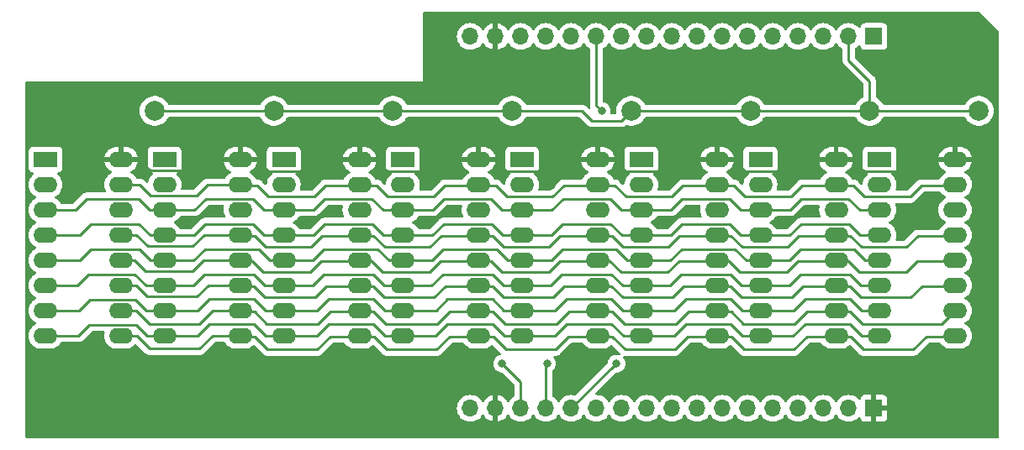
<source format=gbr>
%TF.GenerationSoftware,KiCad,Pcbnew,7.0.10*%
%TF.CreationDate,2024-02-06T22:07:37+01:00*%
%TF.ProjectId,16M2164_Ersatz_16dRAM,31364d32-3136-4345-9f45-727361747a5f,1*%
%TF.SameCoordinates,Original*%
%TF.FileFunction,Copper,L2,Bot*%
%TF.FilePolarity,Positive*%
%FSLAX46Y46*%
G04 Gerber Fmt 4.6, Leading zero omitted, Abs format (unit mm)*
G04 Created by KiCad (PCBNEW 7.0.10) date 2024-02-06 22:07:37*
%MOMM*%
%LPD*%
G01*
G04 APERTURE LIST*
%TA.AperFunction,ComponentPad*%
%ADD10C,2.000000*%
%TD*%
%TA.AperFunction,ComponentPad*%
%ADD11O,2.400000X1.600000*%
%TD*%
%TA.AperFunction,ComponentPad*%
%ADD12R,2.400000X1.600000*%
%TD*%
%TA.AperFunction,ComponentPad*%
%ADD13R,1.700000X1.700000*%
%TD*%
%TA.AperFunction,ComponentPad*%
%ADD14O,1.700000X1.700000*%
%TD*%
%TA.AperFunction,ViaPad*%
%ADD15C,0.800000*%
%TD*%
%TA.AperFunction,Conductor*%
%ADD16C,0.250000*%
%TD*%
G04 APERTURE END LIST*
D10*
%TO.P,TP8,1,1*%
%TO.N,{slash}CAS1*%
X110240000Y-90000000D03*
%TD*%
%TO.P,TP7,1,1*%
%TO.N,{slash}CAS1*%
X122240000Y-90000000D03*
%TD*%
%TO.P,TP6,1,1*%
%TO.N,{slash}CAS1*%
X134240000Y-90000000D03*
%TD*%
%TO.P,TP5,1,1*%
%TO.N,{slash}CAS1*%
X146240000Y-90000000D03*
%TD*%
%TO.P,TP4,1,1*%
%TO.N,{slash}CAS1*%
X158240000Y-90000000D03*
%TD*%
%TO.P,TP3,1,1*%
%TO.N,{slash}CAS1*%
X170240000Y-90000000D03*
%TD*%
%TO.P,TP2,1,1*%
%TO.N,{slash}CAS1*%
X182240000Y-90000000D03*
%TD*%
%TO.P,TP1,1,1*%
%TO.N,{slash}CAS1*%
X193240000Y-90000000D03*
%TD*%
D11*
%TO.P,U5,16,Uss*%
%TO.N,GND*%
X190860000Y-94920000D03*
%TO.P,U5,15,~CAS*%
%TO.N,{slash}CAS0*%
X190860000Y-97460000D03*
%TO.P,U5,14,D0*%
%TO.N,D4*%
X190860000Y-100000000D03*
%TO.P,U5,13,A6*%
%TO.N,A6*%
X190860000Y-102540000D03*
%TO.P,U5,12,A3*%
%TO.N,A3*%
X190860000Y-105080000D03*
%TO.P,U5,11,A4*%
%TO.N,A4*%
X190860000Y-107620000D03*
%TO.P,U5,10,A5*%
%TO.N,A5*%
X190860000Y-110160000D03*
%TO.P,U5,9,A7*%
%TO.N,A7*%
X190860000Y-112700000D03*
%TO.P,U5,8,Ucc*%
%TO.N,+5V*%
X183240000Y-112700000D03*
%TO.P,U5,7,A1*%
%TO.N,A1*%
X183240000Y-110160000D03*
%TO.P,U5,6,A2*%
%TO.N,A2*%
X183240000Y-107620000D03*
%TO.P,U5,5,A0*%
%TO.N,A0*%
X183240000Y-105080000D03*
%TO.P,U5,4,~RAS*%
%TO.N,{slash}RAS*%
X183240000Y-102540000D03*
%TO.P,U5,3,~WE*%
%TO.N,{slash}WE*%
X183240000Y-100000000D03*
%TO.P,U5,2,DI*%
%TO.N,D4*%
X183240000Y-97460000D03*
D12*
%TO.P,U5,1,nc*%
%TO.N,unconnected-(U5A-nc-Pad1)*%
X183240000Y-94920000D03*
%TD*%
%TO.P,U14,1,nc*%
%TO.N,unconnected-(U14A-nc-Pad1)*%
X171240000Y-94920000D03*
D11*
%TO.P,U14,2,DI*%
%TO.N,D5*%
X171240000Y-97460000D03*
%TO.P,U14,3,~WE*%
%TO.N,{slash}WE*%
X171240000Y-100000000D03*
%TO.P,U14,4,~RAS*%
%TO.N,{slash}RAS*%
X171240000Y-102540000D03*
%TO.P,U14,5,A0*%
%TO.N,A0*%
X171240000Y-105080000D03*
%TO.P,U14,6,A2*%
%TO.N,A2*%
X171240000Y-107620000D03*
%TO.P,U14,7,A1*%
%TO.N,A1*%
X171240000Y-110160000D03*
%TO.P,U14,8,Ucc*%
%TO.N,+5V*%
X171240000Y-112700000D03*
%TO.P,U14,9,A7*%
%TO.N,A7*%
X178860000Y-112700000D03*
%TO.P,U14,10,A5*%
%TO.N,A5*%
X178860000Y-110160000D03*
%TO.P,U14,11,A4*%
%TO.N,A4*%
X178860000Y-107620000D03*
%TO.P,U14,12,A3*%
%TO.N,A3*%
X178860000Y-105080000D03*
%TO.P,U14,13,A6*%
%TO.N,A6*%
X178860000Y-102540000D03*
%TO.P,U14,14,D0*%
%TO.N,D5*%
X178860000Y-100000000D03*
%TO.P,U14,15,~CAS*%
%TO.N,unconnected-(U14A-~CAS-Pad15)*%
X178860000Y-97460000D03*
%TO.P,U14,16,Uss*%
%TO.N,GND*%
X178860000Y-94920000D03*
%TD*%
%TO.P,U8,16,Uss*%
%TO.N,GND*%
X154860000Y-94920000D03*
%TO.P,U8,15,~CAS*%
%TO.N,{slash}CAS0*%
X154860000Y-97460000D03*
%TO.P,U8,14,D0*%
%TO.N,D7*%
X154860000Y-100000000D03*
%TO.P,U8,13,A6*%
%TO.N,A6*%
X154860000Y-102540000D03*
%TO.P,U8,12,A3*%
%TO.N,A3*%
X154860000Y-105080000D03*
%TO.P,U8,11,A4*%
%TO.N,A4*%
X154860000Y-107620000D03*
%TO.P,U8,10,A5*%
%TO.N,A5*%
X154860000Y-110160000D03*
%TO.P,U8,9,A7*%
%TO.N,A7*%
X154860000Y-112700000D03*
%TO.P,U8,8,Ucc*%
%TO.N,+5V*%
X147240000Y-112700000D03*
%TO.P,U8,7,A1*%
%TO.N,A1*%
X147240000Y-110160000D03*
%TO.P,U8,6,A2*%
%TO.N,A2*%
X147240000Y-107620000D03*
%TO.P,U8,5,A0*%
%TO.N,A0*%
X147240000Y-105080000D03*
%TO.P,U8,4,~RAS*%
%TO.N,{slash}RAS*%
X147240000Y-102540000D03*
%TO.P,U8,3,~WE*%
%TO.N,{slash}WE*%
X147240000Y-100000000D03*
%TO.P,U8,2,DI*%
%TO.N,D7*%
X147240000Y-97460000D03*
D12*
%TO.P,U8,1,nc*%
%TO.N,unconnected-(U8A-nc-Pad1)*%
X147240000Y-94920000D03*
%TD*%
D11*
%TO.P,U16,16,Uss*%
%TO.N,GND*%
X154860000Y-94920000D03*
%TO.P,U16,15,~CAS*%
%TO.N,unconnected-(U16A-~CAS-Pad15)*%
X154860000Y-97460000D03*
%TO.P,U16,14,D0*%
%TO.N,D7*%
X154860000Y-100000000D03*
%TO.P,U16,13,A6*%
%TO.N,A6*%
X154860000Y-102540000D03*
%TO.P,U16,12,A3*%
%TO.N,A3*%
X154860000Y-105080000D03*
%TO.P,U16,11,A4*%
%TO.N,A4*%
X154860000Y-107620000D03*
%TO.P,U16,10,A5*%
%TO.N,A5*%
X154860000Y-110160000D03*
%TO.P,U16,9,A7*%
%TO.N,A7*%
X154860000Y-112700000D03*
%TO.P,U16,8,Ucc*%
%TO.N,+5V*%
X147240000Y-112700000D03*
%TO.P,U16,7,A1*%
%TO.N,A1*%
X147240000Y-110160000D03*
%TO.P,U16,6,A2*%
%TO.N,A2*%
X147240000Y-107620000D03*
%TO.P,U16,5,A0*%
%TO.N,A0*%
X147240000Y-105080000D03*
%TO.P,U16,4,~RAS*%
%TO.N,{slash}RAS*%
X147240000Y-102540000D03*
%TO.P,U16,3,~WE*%
%TO.N,{slash}WE*%
X147240000Y-100000000D03*
%TO.P,U16,2,DI*%
%TO.N,D7*%
X147240000Y-97460000D03*
D12*
%TO.P,U16,1,nc*%
%TO.N,unconnected-(U16A-nc-Pad1)*%
X147240000Y-94920000D03*
%TD*%
%TO.P,U7,1,nc*%
%TO.N,unconnected-(U7A-nc-Pad1)*%
X159240000Y-94920000D03*
D11*
%TO.P,U7,2,DI*%
%TO.N,D6*%
X159240000Y-97460000D03*
%TO.P,U7,3,~WE*%
%TO.N,{slash}WE*%
X159240000Y-100000000D03*
%TO.P,U7,4,~RAS*%
%TO.N,{slash}RAS*%
X159240000Y-102540000D03*
%TO.P,U7,5,A0*%
%TO.N,A0*%
X159240000Y-105080000D03*
%TO.P,U7,6,A2*%
%TO.N,A2*%
X159240000Y-107620000D03*
%TO.P,U7,7,A1*%
%TO.N,A1*%
X159240000Y-110160000D03*
%TO.P,U7,8,Ucc*%
%TO.N,+5V*%
X159240000Y-112700000D03*
%TO.P,U7,9,A7*%
%TO.N,A7*%
X166860000Y-112700000D03*
%TO.P,U7,10,A5*%
%TO.N,A5*%
X166860000Y-110160000D03*
%TO.P,U7,11,A4*%
%TO.N,A4*%
X166860000Y-107620000D03*
%TO.P,U7,12,A3*%
%TO.N,A3*%
X166860000Y-105080000D03*
%TO.P,U7,13,A6*%
%TO.N,A6*%
X166860000Y-102540000D03*
%TO.P,U7,14,D0*%
%TO.N,D6*%
X166860000Y-100000000D03*
%TO.P,U7,15,~CAS*%
%TO.N,{slash}CAS0*%
X166860000Y-97460000D03*
%TO.P,U7,16,Uss*%
%TO.N,GND*%
X166860000Y-94920000D03*
%TD*%
D12*
%TO.P,U11,1,nc*%
%TO.N,unconnected-(U11A-nc-Pad1)*%
X111240000Y-94920000D03*
D11*
%TO.P,U11,2,DI*%
%TO.N,D2*%
X111240000Y-97460000D03*
%TO.P,U11,3,~WE*%
%TO.N,{slash}WE*%
X111240000Y-100000000D03*
%TO.P,U11,4,~RAS*%
%TO.N,{slash}RAS*%
X111240000Y-102540000D03*
%TO.P,U11,5,A0*%
%TO.N,A0*%
X111240000Y-105080000D03*
%TO.P,U11,6,A2*%
%TO.N,A2*%
X111240000Y-107620000D03*
%TO.P,U11,7,A1*%
%TO.N,A1*%
X111240000Y-110160000D03*
%TO.P,U11,8,Ucc*%
%TO.N,+5V*%
X111240000Y-112700000D03*
%TO.P,U11,9,A7*%
%TO.N,A7*%
X118860000Y-112700000D03*
%TO.P,U11,10,A5*%
%TO.N,A5*%
X118860000Y-110160000D03*
%TO.P,U11,11,A4*%
%TO.N,A4*%
X118860000Y-107620000D03*
%TO.P,U11,12,A3*%
%TO.N,A3*%
X118860000Y-105080000D03*
%TO.P,U11,13,A6*%
%TO.N,A6*%
X118860000Y-102540000D03*
%TO.P,U11,14,D0*%
%TO.N,D2*%
X118860000Y-100000000D03*
%TO.P,U11,15,~CAS*%
%TO.N,unconnected-(U11A-~CAS-Pad15)*%
X118860000Y-97460000D03*
%TO.P,U11,16,Uss*%
%TO.N,GND*%
X118860000Y-94920000D03*
%TD*%
D12*
%TO.P,U1,1,nc*%
%TO.N,unconnected-(U1A-nc-Pad1)*%
X135240000Y-94920000D03*
D11*
%TO.P,U1,2,DI*%
%TO.N,D0*%
X135240000Y-97460000D03*
%TO.P,U1,3,~WE*%
%TO.N,{slash}WE*%
X135240000Y-100000000D03*
%TO.P,U1,4,~RAS*%
%TO.N,{slash}RAS*%
X135240000Y-102540000D03*
%TO.P,U1,5,A0*%
%TO.N,A0*%
X135240000Y-105080000D03*
%TO.P,U1,6,A2*%
%TO.N,A2*%
X135240000Y-107620000D03*
%TO.P,U1,7,A1*%
%TO.N,A1*%
X135240000Y-110160000D03*
%TO.P,U1,8,Ucc*%
%TO.N,+5V*%
X135240000Y-112700000D03*
%TO.P,U1,9,A7*%
%TO.N,A7*%
X142860000Y-112700000D03*
%TO.P,U1,10,A5*%
%TO.N,A5*%
X142860000Y-110160000D03*
%TO.P,U1,11,A4*%
%TO.N,A4*%
X142860000Y-107620000D03*
%TO.P,U1,12,A3*%
%TO.N,A3*%
X142860000Y-105080000D03*
%TO.P,U1,13,A6*%
%TO.N,A6*%
X142860000Y-102540000D03*
%TO.P,U1,14,D0*%
%TO.N,D0*%
X142860000Y-100000000D03*
%TO.P,U1,15,~CAS*%
%TO.N,{slash}CAS0*%
X142860000Y-97460000D03*
%TO.P,U1,16,Uss*%
%TO.N,GND*%
X142860000Y-94920000D03*
%TD*%
D12*
%TO.P,U12,1,nc*%
%TO.N,unconnected-(U12A-nc-Pad1)*%
X99240000Y-94920000D03*
D11*
%TO.P,U12,2,DI*%
%TO.N,D3*%
X99240000Y-97460000D03*
%TO.P,U12,3,~WE*%
%TO.N,{slash}WE*%
X99240000Y-100000000D03*
%TO.P,U12,4,~RAS*%
%TO.N,{slash}RAS*%
X99240000Y-102540000D03*
%TO.P,U12,5,A0*%
%TO.N,A0*%
X99240000Y-105080000D03*
%TO.P,U12,6,A2*%
%TO.N,A2*%
X99240000Y-107620000D03*
%TO.P,U12,7,A1*%
%TO.N,A1*%
X99240000Y-110160000D03*
%TO.P,U12,8,Ucc*%
%TO.N,+5V*%
X99240000Y-112700000D03*
%TO.P,U12,9,A7*%
%TO.N,A7*%
X106860000Y-112700000D03*
%TO.P,U12,10,A5*%
%TO.N,A5*%
X106860000Y-110160000D03*
%TO.P,U12,11,A4*%
%TO.N,A4*%
X106860000Y-107620000D03*
%TO.P,U12,12,A3*%
%TO.N,A3*%
X106860000Y-105080000D03*
%TO.P,U12,13,A6*%
%TO.N,A6*%
X106860000Y-102540000D03*
%TO.P,U12,14,D0*%
%TO.N,D3*%
X106860000Y-100000000D03*
%TO.P,U12,15,~CAS*%
%TO.N,unconnected-(U12A-~CAS-Pad15)*%
X106860000Y-97460000D03*
%TO.P,U12,16,Uss*%
%TO.N,GND*%
X106860000Y-94920000D03*
%TD*%
D12*
%TO.P,U2,1,nc*%
%TO.N,unconnected-(U2A-nc-Pad1)*%
X123240000Y-94920000D03*
D11*
%TO.P,U2,2,DI*%
%TO.N,D1*%
X123240000Y-97460000D03*
%TO.P,U2,3,~WE*%
%TO.N,{slash}WE*%
X123240000Y-100000000D03*
%TO.P,U2,4,~RAS*%
%TO.N,{slash}RAS*%
X123240000Y-102540000D03*
%TO.P,U2,5,A0*%
%TO.N,A0*%
X123240000Y-105080000D03*
%TO.P,U2,6,A2*%
%TO.N,A2*%
X123240000Y-107620000D03*
%TO.P,U2,7,A1*%
%TO.N,A1*%
X123240000Y-110160000D03*
%TO.P,U2,8,Ucc*%
%TO.N,+5V*%
X123240000Y-112700000D03*
%TO.P,U2,9,A7*%
%TO.N,A7*%
X130860000Y-112700000D03*
%TO.P,U2,10,A5*%
%TO.N,A5*%
X130860000Y-110160000D03*
%TO.P,U2,11,A4*%
%TO.N,A4*%
X130860000Y-107620000D03*
%TO.P,U2,12,A3*%
%TO.N,A3*%
X130860000Y-105080000D03*
%TO.P,U2,13,A6*%
%TO.N,A6*%
X130860000Y-102540000D03*
%TO.P,U2,14,D0*%
%TO.N,D1*%
X130860000Y-100000000D03*
%TO.P,U2,15,~CAS*%
%TO.N,{slash}CAS0*%
X130860000Y-97460000D03*
%TO.P,U2,16,Uss*%
%TO.N,GND*%
X130860000Y-94920000D03*
%TD*%
D12*
%TO.P,U15,1,nc*%
%TO.N,unconnected-(U15A-nc-Pad1)*%
X159240000Y-94920000D03*
D11*
%TO.P,U15,2,DI*%
%TO.N,D6*%
X159240000Y-97460000D03*
%TO.P,U15,3,~WE*%
%TO.N,{slash}WE*%
X159240000Y-100000000D03*
%TO.P,U15,4,~RAS*%
%TO.N,{slash}RAS*%
X159240000Y-102540000D03*
%TO.P,U15,5,A0*%
%TO.N,A0*%
X159240000Y-105080000D03*
%TO.P,U15,6,A2*%
%TO.N,A2*%
X159240000Y-107620000D03*
%TO.P,U15,7,A1*%
%TO.N,A1*%
X159240000Y-110160000D03*
%TO.P,U15,8,Ucc*%
%TO.N,+5V*%
X159240000Y-112700000D03*
%TO.P,U15,9,A7*%
%TO.N,A7*%
X166860000Y-112700000D03*
%TO.P,U15,10,A5*%
%TO.N,A5*%
X166860000Y-110160000D03*
%TO.P,U15,11,A4*%
%TO.N,A4*%
X166860000Y-107620000D03*
%TO.P,U15,12,A3*%
%TO.N,A3*%
X166860000Y-105080000D03*
%TO.P,U15,13,A6*%
%TO.N,A6*%
X166860000Y-102540000D03*
%TO.P,U15,14,D0*%
%TO.N,D6*%
X166860000Y-100000000D03*
%TO.P,U15,15,~CAS*%
%TO.N,unconnected-(U15A-~CAS-Pad15)*%
X166860000Y-97460000D03*
%TO.P,U15,16,Uss*%
%TO.N,GND*%
X166860000Y-94920000D03*
%TD*%
D12*
%TO.P,U10,1,nc*%
%TO.N,unconnected-(U10A-nc-Pad1)*%
X123240000Y-94920000D03*
D11*
%TO.P,U10,2,DI*%
%TO.N,D1*%
X123240000Y-97460000D03*
%TO.P,U10,3,~WE*%
%TO.N,{slash}WE*%
X123240000Y-100000000D03*
%TO.P,U10,4,~RAS*%
%TO.N,{slash}RAS*%
X123240000Y-102540000D03*
%TO.P,U10,5,A0*%
%TO.N,A0*%
X123240000Y-105080000D03*
%TO.P,U10,6,A2*%
%TO.N,A2*%
X123240000Y-107620000D03*
%TO.P,U10,7,A1*%
%TO.N,A1*%
X123240000Y-110160000D03*
%TO.P,U10,8,Ucc*%
%TO.N,+5V*%
X123240000Y-112700000D03*
%TO.P,U10,9,A7*%
%TO.N,A7*%
X130860000Y-112700000D03*
%TO.P,U10,10,A5*%
%TO.N,A5*%
X130860000Y-110160000D03*
%TO.P,U10,11,A4*%
%TO.N,A4*%
X130860000Y-107620000D03*
%TO.P,U10,12,A3*%
%TO.N,A3*%
X130860000Y-105080000D03*
%TO.P,U10,13,A6*%
%TO.N,A6*%
X130860000Y-102540000D03*
%TO.P,U10,14,D0*%
%TO.N,D1*%
X130860000Y-100000000D03*
%TO.P,U10,15,~CAS*%
%TO.N,unconnected-(U10A-~CAS-Pad15)*%
X130860000Y-97460000D03*
%TO.P,U10,16,Uss*%
%TO.N,GND*%
X130860000Y-94920000D03*
%TD*%
D12*
%TO.P,U3,1,nc*%
%TO.N,unconnected-(U3A-nc-Pad1)*%
X111240000Y-94920000D03*
D11*
%TO.P,U3,2,DI*%
%TO.N,D2*%
X111240000Y-97460000D03*
%TO.P,U3,3,~WE*%
%TO.N,{slash}WE*%
X111240000Y-100000000D03*
%TO.P,U3,4,~RAS*%
%TO.N,{slash}RAS*%
X111240000Y-102540000D03*
%TO.P,U3,5,A0*%
%TO.N,A0*%
X111240000Y-105080000D03*
%TO.P,U3,6,A2*%
%TO.N,A2*%
X111240000Y-107620000D03*
%TO.P,U3,7,A1*%
%TO.N,A1*%
X111240000Y-110160000D03*
%TO.P,U3,8,Ucc*%
%TO.N,+5V*%
X111240000Y-112700000D03*
%TO.P,U3,9,A7*%
%TO.N,A7*%
X118860000Y-112700000D03*
%TO.P,U3,10,A5*%
%TO.N,A5*%
X118860000Y-110160000D03*
%TO.P,U3,11,A4*%
%TO.N,A4*%
X118860000Y-107620000D03*
%TO.P,U3,12,A3*%
%TO.N,A3*%
X118860000Y-105080000D03*
%TO.P,U3,13,A6*%
%TO.N,A6*%
X118860000Y-102540000D03*
%TO.P,U3,14,D0*%
%TO.N,D2*%
X118860000Y-100000000D03*
%TO.P,U3,15,~CAS*%
%TO.N,{slash}CAS0*%
X118860000Y-97460000D03*
%TO.P,U3,16,Uss*%
%TO.N,GND*%
X118860000Y-94920000D03*
%TD*%
D12*
%TO.P,U9,1,nc*%
%TO.N,unconnected-(U9A-nc-Pad1)*%
X135240000Y-94920000D03*
D11*
%TO.P,U9,2,DI*%
%TO.N,D0*%
X135240000Y-97460000D03*
%TO.P,U9,3,~WE*%
%TO.N,{slash}WE*%
X135240000Y-100000000D03*
%TO.P,U9,4,~RAS*%
%TO.N,{slash}RAS*%
X135240000Y-102540000D03*
%TO.P,U9,5,A0*%
%TO.N,A0*%
X135240000Y-105080000D03*
%TO.P,U9,6,A2*%
%TO.N,A2*%
X135240000Y-107620000D03*
%TO.P,U9,7,A1*%
%TO.N,A1*%
X135240000Y-110160000D03*
%TO.P,U9,8,Ucc*%
%TO.N,+5V*%
X135240000Y-112700000D03*
%TO.P,U9,9,A7*%
%TO.N,A7*%
X142860000Y-112700000D03*
%TO.P,U9,10,A5*%
%TO.N,A5*%
X142860000Y-110160000D03*
%TO.P,U9,11,A4*%
%TO.N,A4*%
X142860000Y-107620000D03*
%TO.P,U9,12,A3*%
%TO.N,A3*%
X142860000Y-105080000D03*
%TO.P,U9,13,A6*%
%TO.N,A6*%
X142860000Y-102540000D03*
%TO.P,U9,14,D0*%
%TO.N,D0*%
X142860000Y-100000000D03*
%TO.P,U9,15,~CAS*%
%TO.N,unconnected-(U9A-~CAS-Pad15)*%
X142860000Y-97460000D03*
%TO.P,U9,16,Uss*%
%TO.N,GND*%
X142860000Y-94920000D03*
%TD*%
%TO.P,U4,16,Uss*%
%TO.N,GND*%
X106860000Y-94920000D03*
%TO.P,U4,15,~CAS*%
%TO.N,{slash}CAS0*%
X106860000Y-97460000D03*
%TO.P,U4,14,D0*%
%TO.N,D3*%
X106860000Y-100000000D03*
%TO.P,U4,13,A6*%
%TO.N,A6*%
X106860000Y-102540000D03*
%TO.P,U4,12,A3*%
%TO.N,A3*%
X106860000Y-105080000D03*
%TO.P,U4,11,A4*%
%TO.N,A4*%
X106860000Y-107620000D03*
%TO.P,U4,10,A5*%
%TO.N,A5*%
X106860000Y-110160000D03*
%TO.P,U4,9,A7*%
%TO.N,A7*%
X106860000Y-112700000D03*
%TO.P,U4,8,Ucc*%
%TO.N,+5V*%
X99240000Y-112700000D03*
%TO.P,U4,7,A1*%
%TO.N,A1*%
X99240000Y-110160000D03*
%TO.P,U4,6,A2*%
%TO.N,A2*%
X99240000Y-107620000D03*
%TO.P,U4,5,A0*%
%TO.N,A0*%
X99240000Y-105080000D03*
%TO.P,U4,4,~RAS*%
%TO.N,{slash}RAS*%
X99240000Y-102540000D03*
%TO.P,U4,3,~WE*%
%TO.N,{slash}WE*%
X99240000Y-100000000D03*
%TO.P,U4,2,DI*%
%TO.N,D3*%
X99240000Y-97460000D03*
D12*
%TO.P,U4,1,nc*%
%TO.N,unconnected-(U4A-nc-Pad1)*%
X99240000Y-94920000D03*
%TD*%
%TO.P,U6,1,nc*%
%TO.N,unconnected-(U6A-nc-Pad1)*%
X171240000Y-94920000D03*
D11*
%TO.P,U6,2,DI*%
%TO.N,D5*%
X171240000Y-97460000D03*
%TO.P,U6,3,~WE*%
%TO.N,{slash}WE*%
X171240000Y-100000000D03*
%TO.P,U6,4,~RAS*%
%TO.N,{slash}RAS*%
X171240000Y-102540000D03*
%TO.P,U6,5,A0*%
%TO.N,A0*%
X171240000Y-105080000D03*
%TO.P,U6,6,A2*%
%TO.N,A2*%
X171240000Y-107620000D03*
%TO.P,U6,7,A1*%
%TO.N,A1*%
X171240000Y-110160000D03*
%TO.P,U6,8,Ucc*%
%TO.N,+5V*%
X171240000Y-112700000D03*
%TO.P,U6,9,A7*%
%TO.N,A7*%
X178860000Y-112700000D03*
%TO.P,U6,10,A5*%
%TO.N,A5*%
X178860000Y-110160000D03*
%TO.P,U6,11,A4*%
%TO.N,A4*%
X178860000Y-107620000D03*
%TO.P,U6,12,A3*%
%TO.N,A3*%
X178860000Y-105080000D03*
%TO.P,U6,13,A6*%
%TO.N,A6*%
X178860000Y-102540000D03*
%TO.P,U6,14,D0*%
%TO.N,D5*%
X178860000Y-100000000D03*
%TO.P,U6,15,~CAS*%
%TO.N,{slash}CAS0*%
X178860000Y-97460000D03*
%TO.P,U6,16,Uss*%
%TO.N,GND*%
X178860000Y-94920000D03*
%TD*%
D12*
%TO.P,U13,1,nc*%
%TO.N,unconnected-(U13A-nc-Pad1)*%
X183240000Y-94920000D03*
D11*
%TO.P,U13,2,DI*%
%TO.N,D4*%
X183240000Y-97460000D03*
%TO.P,U13,3,~WE*%
%TO.N,{slash}WE*%
X183240000Y-100000000D03*
%TO.P,U13,4,~RAS*%
%TO.N,{slash}RAS*%
X183240000Y-102540000D03*
%TO.P,U13,5,A0*%
%TO.N,A0*%
X183240000Y-105080000D03*
%TO.P,U13,6,A2*%
%TO.N,A2*%
X183240000Y-107620000D03*
%TO.P,U13,7,A1*%
%TO.N,A1*%
X183240000Y-110160000D03*
%TO.P,U13,8,Ucc*%
%TO.N,+5V*%
X183240000Y-112700000D03*
%TO.P,U13,9,A7*%
%TO.N,A7*%
X190860000Y-112700000D03*
%TO.P,U13,10,A5*%
%TO.N,A5*%
X190860000Y-110160000D03*
%TO.P,U13,11,A4*%
%TO.N,A4*%
X190860000Y-107620000D03*
%TO.P,U13,12,A3*%
%TO.N,A3*%
X190860000Y-105080000D03*
%TO.P,U13,13,A6*%
%TO.N,A6*%
X190860000Y-102540000D03*
%TO.P,U13,14,D0*%
%TO.N,D4*%
X190860000Y-100000000D03*
%TO.P,U13,15,~CAS*%
%TO.N,unconnected-(U13A-~CAS-Pad15)*%
X190860000Y-97460000D03*
%TO.P,U13,16,Uss*%
%TO.N,GND*%
X190860000Y-94920000D03*
%TD*%
D13*
%TO.P,J2,1,Pin_1*%
%TO.N,GND*%
X182660000Y-120000000D03*
D14*
%TO.P,J2,2,Pin_2*%
%TO.N,{slash}RAS*%
X180120000Y-120000000D03*
%TO.P,J2,3,Pin_3*%
%TO.N,{slash}WE*%
X177580000Y-120000000D03*
%TO.P,J2,4,Pin_4*%
%TO.N,{slash}CAS0*%
X175040000Y-120000000D03*
%TO.P,J2,5,Pin_5*%
%TO.N,D0*%
X172500000Y-120000000D03*
%TO.P,J2,6,Pin_6*%
%TO.N,unconnected-(J2-Pin_6-Pad6)*%
X169960000Y-120000000D03*
%TO.P,J2,7,Pin_7*%
%TO.N,D1*%
X167420000Y-120000000D03*
%TO.P,J2,8,Pin_8*%
%TO.N,unconnected-(J2-Pin_8-Pad8)*%
X164880000Y-120000000D03*
%TO.P,J2,9,Pin_9*%
%TO.N,D2*%
X162340000Y-120000000D03*
%TO.P,J2,10,Pin_10*%
%TO.N,unconnected-(J2-Pin_10-Pad10)*%
X159800000Y-120000000D03*
%TO.P,J2,11,Pin_11*%
%TO.N,D3*%
X157260000Y-120000000D03*
%TO.P,J2,12,Pin_12*%
%TO.N,unconnected-(J2-Pin_12-Pad12)*%
X154720000Y-120000000D03*
%TO.P,J2,13,Pin_13*%
%TO.N,A0*%
X152180000Y-120000000D03*
%TO.P,J2,14,Pin_14*%
%TO.N,A1*%
X149640000Y-120000000D03*
%TO.P,J2,15,Pin_15*%
%TO.N,A2*%
X147100000Y-120000000D03*
%TO.P,J2,16,Pin_16*%
%TO.N,GND*%
X144560000Y-120000000D03*
%TO.P,J2,17,Pin_17*%
%TO.N,+5V*%
X142020000Y-120000000D03*
%TD*%
D13*
%TO.P,J1,1,Pin_1*%
%TO.N,+5V*%
X182660000Y-82500000D03*
D14*
%TO.P,J1,2,Pin_2*%
%TO.N,{slash}CAS1*%
X180120000Y-82500000D03*
%TO.P,J1,3,Pin_3*%
%TO.N,D4*%
X177580000Y-82500000D03*
%TO.P,J1,4,Pin_4*%
%TO.N,unconnected-(J1-Pin_4-Pad4)*%
X175040000Y-82500000D03*
%TO.P,J1,5,Pin_5*%
%TO.N,D5*%
X172500000Y-82500000D03*
%TO.P,J1,6,Pin_6*%
%TO.N,unconnected-(J1-Pin_6-Pad6)*%
X169960000Y-82500000D03*
%TO.P,J1,7,Pin_7*%
%TO.N,D6*%
X167420000Y-82500000D03*
%TO.P,J1,8,Pin_8*%
%TO.N,unconnected-(J1-Pin_8-Pad8)*%
X164880000Y-82500000D03*
%TO.P,J1,9,Pin_9*%
%TO.N,D7*%
X162340000Y-82500000D03*
%TO.P,J1,10,Pin_10*%
%TO.N,unconnected-(J1-Pin_10-Pad10)*%
X159800000Y-82500000D03*
%TO.P,J1,11,Pin_11*%
%TO.N,A4*%
X157260000Y-82500000D03*
%TO.P,J1,12,Pin_12*%
%TO.N,A5*%
X154720000Y-82500000D03*
%TO.P,J1,13,Pin_13*%
%TO.N,A6*%
X152180000Y-82500000D03*
%TO.P,J1,14,Pin_14*%
%TO.N,A7*%
X149640000Y-82500000D03*
%TO.P,J1,15,Pin_15*%
%TO.N,A3*%
X147100000Y-82500000D03*
%TO.P,J1,16,Pin_16*%
%TO.N,GND*%
X144560000Y-82500000D03*
%TO.P,J1,17,Pin_17*%
%TO.N,+5V*%
X142020000Y-82500000D03*
%TD*%
D15*
%TO.N,GND*%
X165000000Y-85000000D03*
X161740000Y-91500000D03*
X150240000Y-97500000D03*
X185740000Y-101000000D03*
X173740000Y-101000000D03*
X161740000Y-101000000D03*
X150240000Y-91500000D03*
X137740000Y-101000000D03*
X125740000Y-101000000D03*
X114240000Y-101000000D03*
X101240000Y-99000000D03*
X188740000Y-116000000D03*
X177240000Y-116000000D03*
X168240000Y-116000000D03*
X164740000Y-116000000D03*
X152240000Y-115500000D03*
X143240000Y-115500000D03*
X140240000Y-115500000D03*
X132740000Y-115500000D03*
X128240000Y-115500000D03*
X116740000Y-115500000D03*
X104240000Y-115500000D03*
%TO.N,A5*%
X155240000Y-90000000D03*
%TO.N,A2*%
X145240000Y-115500000D03*
%TO.N,A1*%
X149740000Y-115500000D03*
%TO.N,A0*%
X156740000Y-115500000D03*
%TD*%
D16*
%TO.N,A5*%
X151960000Y-110240000D02*
X156280000Y-110240000D01*
X138700000Y-111500000D02*
X139960000Y-110240000D01*
X144280000Y-110240000D02*
X145540000Y-111500000D01*
X150700000Y-111500000D02*
X151960000Y-110240000D01*
X133540000Y-111500000D02*
X138700000Y-111500000D01*
X132280000Y-110240000D02*
X133540000Y-111500000D01*
X126700000Y-111500000D02*
X127960000Y-110240000D01*
X145540000Y-111500000D02*
X150700000Y-111500000D01*
X120280000Y-110240000D02*
X121540000Y-111500000D01*
X175960000Y-110240000D02*
X180280000Y-110240000D01*
X139960000Y-110240000D02*
X144280000Y-110240000D01*
X181540000Y-111500000D02*
X189480000Y-111500000D01*
X127960000Y-110240000D02*
X132280000Y-110240000D01*
X180280000Y-110240000D02*
X181540000Y-111500000D01*
X121540000Y-111500000D02*
X126700000Y-111500000D01*
X163960000Y-110240000D02*
X168280000Y-110240000D01*
X118740000Y-110240000D02*
X120280000Y-110240000D01*
X156280000Y-110240000D02*
X157540000Y-111500000D01*
X157540000Y-111500000D02*
X162700000Y-111500000D01*
X162700000Y-111500000D02*
X163960000Y-110240000D01*
X168280000Y-110240000D02*
X169540000Y-111500000D01*
X169540000Y-111500000D02*
X174700000Y-111500000D01*
X174700000Y-111500000D02*
X175960000Y-110240000D01*
X189480000Y-111500000D02*
X190740000Y-110240000D01*
%TO.N,{slash}CAS1*%
X193240000Y-90000000D02*
X181240000Y-90000000D01*
X180120000Y-84880000D02*
X182240000Y-87000000D01*
X180120000Y-82500000D02*
X180120000Y-84880000D01*
X182240000Y-87000000D02*
X182240000Y-90000000D01*
X170240000Y-90000000D02*
X182240000Y-90000000D01*
X158240000Y-90000000D02*
X170240000Y-90000000D01*
X146240000Y-90000000D02*
X153240000Y-90000000D01*
X157240000Y-91000000D02*
X158240000Y-90000000D01*
X153240000Y-90000000D02*
X154240000Y-91000000D01*
X154240000Y-91000000D02*
X157240000Y-91000000D01*
%TO.N,A5*%
X155240000Y-90000000D02*
X154720000Y-89480000D01*
X154720000Y-89480000D02*
X154720000Y-82500000D01*
%TO.N,{slash}CAS1*%
X134240000Y-90000000D02*
X146240000Y-90000000D01*
X122240000Y-90000000D02*
X134240000Y-90000000D01*
X110240000Y-90000000D02*
X122240000Y-90000000D01*
%TO.N,A2*%
X147100000Y-117360000D02*
X145240000Y-115500000D01*
X147100000Y-120000000D02*
X147100000Y-117360000D01*
%TO.N,A1*%
X149640000Y-120000000D02*
X149640000Y-115600000D01*
X149640000Y-115600000D02*
X149740000Y-115500000D01*
%TO.N,A0*%
X152180000Y-120000000D02*
X156680000Y-115500000D01*
X156680000Y-115500000D02*
X156740000Y-115500000D01*
%TO.N,GND*%
X178740000Y-95000000D02*
X180540000Y-95000000D01*
X186075000Y-96125000D02*
X187200000Y-95000000D01*
X187200000Y-95000000D02*
X190740000Y-95000000D01*
%TO.N,A6*%
X178740000Y-102620000D02*
X180275000Y-102620000D01*
X181400000Y-103745000D02*
X185955000Y-103745000D01*
X185955000Y-103745000D02*
X187080000Y-102620000D01*
X187080000Y-102620000D02*
X190740000Y-102620000D01*
%TO.N,A4*%
X186375000Y-108825000D02*
X187500000Y-107700000D01*
X178740000Y-107700000D02*
X180240000Y-107700000D01*
X180240000Y-107700000D02*
X181365000Y-108825000D01*
X181365000Y-108825000D02*
X186375000Y-108825000D01*
X187500000Y-107700000D02*
X190740000Y-107700000D01*
%TO.N,A7*%
X181620000Y-114080000D02*
X186620000Y-114080000D01*
X178740000Y-112780000D02*
X180320000Y-112780000D01*
X187920000Y-112780000D02*
X190740000Y-112780000D01*
%TO.N,{slash}CAS0*%
X178740000Y-97540000D02*
X180580000Y-97540000D01*
X181705000Y-98665000D02*
X186325000Y-98665000D01*
%TO.N,A6*%
X180275000Y-102620000D02*
X181400000Y-103745000D01*
%TO.N,A3*%
X178740000Y-105160000D02*
X180063604Y-105160000D01*
%TO.N,{slash}CAS0*%
X186325000Y-98665000D02*
X187450000Y-97540000D01*
%TO.N,A3*%
X187040000Y-105160000D02*
X190740000Y-105160000D01*
%TO.N,{slash}CAS0*%
X180580000Y-97540000D02*
X181705000Y-98665000D01*
%TO.N,A3*%
X181188604Y-106285000D02*
X185915000Y-106285000D01*
X180063604Y-105160000D02*
X181188604Y-106285000D01*
%TO.N,{slash}CAS0*%
X187450000Y-97540000D02*
X190740000Y-97540000D01*
%TO.N,A7*%
X186620000Y-114080000D02*
X187920000Y-112780000D01*
%TO.N,A3*%
X185915000Y-106285000D02*
X187040000Y-105160000D01*
%TO.N,A7*%
X180320000Y-112780000D02*
X181620000Y-114080000D01*
%TO.N,GND*%
X181665000Y-96125000D02*
X186075000Y-96125000D01*
X180540000Y-95000000D02*
X181665000Y-96125000D01*
X166740000Y-95000000D02*
X168540000Y-95000000D01*
X174075000Y-96125000D02*
X175200000Y-95000000D01*
X175200000Y-95000000D02*
X178740000Y-95000000D01*
%TO.N,A6*%
X166740000Y-102620000D02*
X168275000Y-102620000D01*
X169400000Y-103745000D02*
X173955000Y-103745000D01*
X173955000Y-103745000D02*
X175080000Y-102620000D01*
X175080000Y-102620000D02*
X178740000Y-102620000D01*
%TO.N,A4*%
X174375000Y-108825000D02*
X175500000Y-107700000D01*
X166740000Y-107700000D02*
X168240000Y-107700000D01*
X168240000Y-107700000D02*
X169365000Y-108825000D01*
X169365000Y-108825000D02*
X174375000Y-108825000D01*
X175500000Y-107700000D02*
X178740000Y-107700000D01*
%TO.N,A7*%
X169620000Y-114080000D02*
X174620000Y-114080000D01*
X166740000Y-112780000D02*
X168320000Y-112780000D01*
X175920000Y-112780000D02*
X178740000Y-112780000D01*
%TO.N,{slash}CAS0*%
X166740000Y-97540000D02*
X168580000Y-97540000D01*
X169705000Y-98665000D02*
X174325000Y-98665000D01*
%TO.N,A6*%
X168275000Y-102620000D02*
X169400000Y-103745000D01*
%TO.N,A3*%
X166740000Y-105160000D02*
X168063604Y-105160000D01*
%TO.N,{slash}CAS0*%
X174325000Y-98665000D02*
X175450000Y-97540000D01*
%TO.N,A3*%
X175040000Y-105160000D02*
X178740000Y-105160000D01*
%TO.N,{slash}CAS0*%
X168580000Y-97540000D02*
X169705000Y-98665000D01*
%TO.N,A3*%
X169188604Y-106285000D02*
X173915000Y-106285000D01*
X168063604Y-105160000D02*
X169188604Y-106285000D01*
%TO.N,{slash}CAS0*%
X175450000Y-97540000D02*
X178740000Y-97540000D01*
%TO.N,A7*%
X174620000Y-114080000D02*
X175920000Y-112780000D01*
%TO.N,A3*%
X173915000Y-106285000D02*
X175040000Y-105160000D01*
%TO.N,A7*%
X168320000Y-112780000D02*
X169620000Y-114080000D01*
%TO.N,GND*%
X169665000Y-96125000D02*
X174075000Y-96125000D01*
X168540000Y-95000000D02*
X169665000Y-96125000D01*
X154740000Y-95000000D02*
X156540000Y-95000000D01*
X162075000Y-96125000D02*
X163200000Y-95000000D01*
X163200000Y-95000000D02*
X166740000Y-95000000D01*
%TO.N,A6*%
X154740000Y-102620000D02*
X156275000Y-102620000D01*
X157400000Y-103745000D02*
X161955000Y-103745000D01*
X161955000Y-103745000D02*
X163080000Y-102620000D01*
X163080000Y-102620000D02*
X166740000Y-102620000D01*
%TO.N,A4*%
X162375000Y-108825000D02*
X163500000Y-107700000D01*
X154740000Y-107700000D02*
X156240000Y-107700000D01*
X156240000Y-107700000D02*
X157365000Y-108825000D01*
X157365000Y-108825000D02*
X162375000Y-108825000D01*
X163500000Y-107700000D02*
X166740000Y-107700000D01*
%TO.N,A7*%
X157620000Y-114080000D02*
X162620000Y-114080000D01*
X154740000Y-112780000D02*
X156320000Y-112780000D01*
X163920000Y-112780000D02*
X166740000Y-112780000D01*
%TO.N,{slash}CAS0*%
X154740000Y-97540000D02*
X156580000Y-97540000D01*
X157705000Y-98665000D02*
X162325000Y-98665000D01*
%TO.N,A6*%
X156275000Y-102620000D02*
X157400000Y-103745000D01*
%TO.N,A3*%
X154740000Y-105160000D02*
X156063604Y-105160000D01*
%TO.N,{slash}CAS0*%
X162325000Y-98665000D02*
X163450000Y-97540000D01*
%TO.N,A3*%
X163040000Y-105160000D02*
X166740000Y-105160000D01*
%TO.N,{slash}CAS0*%
X156580000Y-97540000D02*
X157705000Y-98665000D01*
%TO.N,A3*%
X157188604Y-106285000D02*
X161915000Y-106285000D01*
X156063604Y-105160000D02*
X157188604Y-106285000D01*
%TO.N,{slash}CAS0*%
X163450000Y-97540000D02*
X166740000Y-97540000D01*
%TO.N,A7*%
X162620000Y-114080000D02*
X163920000Y-112780000D01*
%TO.N,A3*%
X161915000Y-106285000D02*
X163040000Y-105160000D01*
%TO.N,A7*%
X156320000Y-112780000D02*
X157620000Y-114080000D01*
%TO.N,GND*%
X157665000Y-96125000D02*
X162075000Y-96125000D01*
X156540000Y-95000000D02*
X157665000Y-96125000D01*
X142740000Y-95000000D02*
X144540000Y-95000000D01*
X150075000Y-96125000D02*
X151200000Y-95000000D01*
X151200000Y-95000000D02*
X154740000Y-95000000D01*
%TO.N,A6*%
X142740000Y-102620000D02*
X144275000Y-102620000D01*
X145400000Y-103745000D02*
X149955000Y-103745000D01*
X149955000Y-103745000D02*
X151080000Y-102620000D01*
X151080000Y-102620000D02*
X154740000Y-102620000D01*
%TO.N,A4*%
X150375000Y-108825000D02*
X151500000Y-107700000D01*
X142740000Y-107700000D02*
X144240000Y-107700000D01*
X144240000Y-107700000D02*
X145365000Y-108825000D01*
X145365000Y-108825000D02*
X150375000Y-108825000D01*
X151500000Y-107700000D02*
X154740000Y-107700000D01*
%TO.N,A7*%
X145620000Y-114080000D02*
X150620000Y-114080000D01*
X142740000Y-112780000D02*
X144320000Y-112780000D01*
X151920000Y-112780000D02*
X154740000Y-112780000D01*
%TO.N,{slash}CAS0*%
X142740000Y-97540000D02*
X144580000Y-97540000D01*
X145705000Y-98665000D02*
X150325000Y-98665000D01*
%TO.N,A6*%
X144275000Y-102620000D02*
X145400000Y-103745000D01*
%TO.N,A3*%
X142740000Y-105160000D02*
X144063604Y-105160000D01*
%TO.N,{slash}CAS0*%
X150325000Y-98665000D02*
X151450000Y-97540000D01*
%TO.N,A3*%
X151040000Y-105160000D02*
X154740000Y-105160000D01*
%TO.N,{slash}CAS0*%
X144580000Y-97540000D02*
X145705000Y-98665000D01*
%TO.N,A3*%
X145188604Y-106285000D02*
X149915000Y-106285000D01*
X144063604Y-105160000D02*
X145188604Y-106285000D01*
%TO.N,{slash}CAS0*%
X151450000Y-97540000D02*
X154740000Y-97540000D01*
%TO.N,A7*%
X150620000Y-114080000D02*
X151920000Y-112780000D01*
%TO.N,A3*%
X149915000Y-106285000D02*
X151040000Y-105160000D01*
%TO.N,A7*%
X144320000Y-112780000D02*
X145620000Y-114080000D01*
%TO.N,GND*%
X145665000Y-96125000D02*
X150075000Y-96125000D01*
X144540000Y-95000000D02*
X145665000Y-96125000D01*
X130740000Y-95000000D02*
X132540000Y-95000000D01*
X138075000Y-96125000D02*
X139200000Y-95000000D01*
X139200000Y-95000000D02*
X142740000Y-95000000D01*
%TO.N,A6*%
X130740000Y-102620000D02*
X132275000Y-102620000D01*
X133400000Y-103745000D02*
X137955000Y-103745000D01*
X137955000Y-103745000D02*
X139080000Y-102620000D01*
X139080000Y-102620000D02*
X142740000Y-102620000D01*
%TO.N,A4*%
X138375000Y-108825000D02*
X139500000Y-107700000D01*
X130740000Y-107700000D02*
X132240000Y-107700000D01*
X132240000Y-107700000D02*
X133365000Y-108825000D01*
X133365000Y-108825000D02*
X138375000Y-108825000D01*
X139500000Y-107700000D02*
X142740000Y-107700000D01*
%TO.N,A7*%
X133620000Y-114080000D02*
X138620000Y-114080000D01*
X130740000Y-112780000D02*
X132320000Y-112780000D01*
X139920000Y-112780000D02*
X142740000Y-112780000D01*
%TO.N,{slash}CAS0*%
X130740000Y-97540000D02*
X132580000Y-97540000D01*
X133705000Y-98665000D02*
X138325000Y-98665000D01*
%TO.N,A6*%
X132275000Y-102620000D02*
X133400000Y-103745000D01*
%TO.N,A3*%
X130740000Y-105160000D02*
X132063604Y-105160000D01*
%TO.N,{slash}CAS0*%
X138325000Y-98665000D02*
X139450000Y-97540000D01*
%TO.N,A3*%
X139040000Y-105160000D02*
X142740000Y-105160000D01*
%TO.N,{slash}CAS0*%
X132580000Y-97540000D02*
X133705000Y-98665000D01*
%TO.N,A3*%
X133188604Y-106285000D02*
X137915000Y-106285000D01*
X132063604Y-105160000D02*
X133188604Y-106285000D01*
%TO.N,{slash}CAS0*%
X139450000Y-97540000D02*
X142740000Y-97540000D01*
%TO.N,A7*%
X138620000Y-114080000D02*
X139920000Y-112780000D01*
%TO.N,A3*%
X137915000Y-106285000D02*
X139040000Y-105160000D01*
%TO.N,A7*%
X132320000Y-112780000D02*
X133620000Y-114080000D01*
%TO.N,GND*%
X133665000Y-96125000D02*
X138075000Y-96125000D01*
X132540000Y-95000000D02*
X133665000Y-96125000D01*
X118740000Y-95000000D02*
X120540000Y-95000000D01*
X126075000Y-96125000D02*
X127200000Y-95000000D01*
X127200000Y-95000000D02*
X130740000Y-95000000D01*
%TO.N,A6*%
X118740000Y-102620000D02*
X120275000Y-102620000D01*
X121400000Y-103745000D02*
X125955000Y-103745000D01*
X125955000Y-103745000D02*
X127080000Y-102620000D01*
X127080000Y-102620000D02*
X130740000Y-102620000D01*
%TO.N,A4*%
X126375000Y-108825000D02*
X127500000Y-107700000D01*
X118740000Y-107700000D02*
X120240000Y-107700000D01*
X120240000Y-107700000D02*
X121365000Y-108825000D01*
X121365000Y-108825000D02*
X126375000Y-108825000D01*
X127500000Y-107700000D02*
X130740000Y-107700000D01*
%TO.N,A7*%
X121620000Y-114080000D02*
X126620000Y-114080000D01*
X118740000Y-112780000D02*
X120320000Y-112780000D01*
X127920000Y-112780000D02*
X130740000Y-112780000D01*
%TO.N,{slash}CAS0*%
X118740000Y-97540000D02*
X120580000Y-97540000D01*
X121705000Y-98665000D02*
X126325000Y-98665000D01*
%TO.N,A6*%
X120275000Y-102620000D02*
X121400000Y-103745000D01*
%TO.N,A3*%
X118740000Y-105160000D02*
X120063604Y-105160000D01*
%TO.N,{slash}CAS0*%
X126325000Y-98665000D02*
X127450000Y-97540000D01*
%TO.N,A3*%
X127040000Y-105160000D02*
X130740000Y-105160000D01*
%TO.N,{slash}CAS0*%
X120580000Y-97540000D02*
X121705000Y-98665000D01*
%TO.N,A3*%
X121188604Y-106285000D02*
X125915000Y-106285000D01*
X120063604Y-105160000D02*
X121188604Y-106285000D01*
%TO.N,{slash}CAS0*%
X127450000Y-97540000D02*
X130740000Y-97540000D01*
%TO.N,A7*%
X126620000Y-114080000D02*
X127920000Y-112780000D01*
%TO.N,A3*%
X125915000Y-106285000D02*
X127040000Y-105160000D01*
%TO.N,A7*%
X120320000Y-112780000D02*
X121620000Y-114080000D01*
%TO.N,GND*%
X121665000Y-96125000D02*
X126075000Y-96125000D01*
X120540000Y-95000000D02*
X121665000Y-96125000D01*
%TO.N,{slash}RAS*%
X180155000Y-101415000D02*
X181280000Y-102540000D01*
X175325000Y-101415000D02*
X180155000Y-101415000D01*
%TO.N,{slash}WE*%
X174240000Y-100000000D02*
X175365000Y-98875000D01*
%TO.N,A0*%
X180695000Y-103955000D02*
X181820000Y-105080000D01*
%TO.N,A2*%
X175245000Y-106495000D02*
X180235000Y-106495000D01*
%TO.N,A1*%
X175740000Y-109000000D02*
X180240000Y-109000000D01*
X171240000Y-110160000D02*
X174580000Y-110160000D01*
%TO.N,+5V*%
X171240000Y-112700000D02*
X174540000Y-112700000D01*
%TO.N,A1*%
X181400000Y-110160000D02*
X183240000Y-110160000D01*
%TO.N,{slash}RAS*%
X181280000Y-102540000D02*
X183240000Y-102540000D01*
%TO.N,+5V*%
X180240000Y-111500000D02*
X181440000Y-112700000D01*
%TO.N,A1*%
X174580000Y-110160000D02*
X175740000Y-109000000D01*
%TO.N,A0*%
X171240000Y-105080000D02*
X174160000Y-105080000D01*
%TO.N,A2*%
X180235000Y-106495000D02*
X181360000Y-107620000D01*
X171240000Y-107620000D02*
X174120000Y-107620000D01*
%TO.N,A0*%
X181820000Y-105080000D02*
X183240000Y-105080000D01*
%TO.N,A1*%
X180240000Y-109000000D02*
X181400000Y-110160000D01*
%TO.N,A2*%
X181360000Y-107620000D02*
X183240000Y-107620000D01*
X174120000Y-107620000D02*
X175245000Y-106495000D01*
%TO.N,A0*%
X174160000Y-105080000D02*
X175285000Y-103955000D01*
%TO.N,{slash}WE*%
X171240000Y-100000000D02*
X174240000Y-100000000D01*
%TO.N,A0*%
X175285000Y-103955000D02*
X180695000Y-103955000D01*
%TO.N,+5V*%
X174540000Y-112700000D02*
X175740000Y-111500000D01*
X175740000Y-111500000D02*
X180240000Y-111500000D01*
X181440000Y-112700000D02*
X183240000Y-112700000D01*
%TO.N,{slash}WE*%
X180115000Y-98875000D02*
X181240000Y-100000000D01*
%TO.N,{slash}RAS*%
X174200000Y-102540000D02*
X175325000Y-101415000D01*
X171240000Y-102540000D02*
X174200000Y-102540000D01*
%TO.N,{slash}WE*%
X175365000Y-98875000D02*
X180115000Y-98875000D01*
X181240000Y-100000000D02*
X183240000Y-100000000D01*
%TO.N,{slash}RAS*%
X168155000Y-101415000D02*
X169280000Y-102540000D01*
X163325000Y-101415000D02*
X168155000Y-101415000D01*
%TO.N,{slash}WE*%
X162240000Y-100000000D02*
X163365000Y-98875000D01*
%TO.N,A0*%
X168695000Y-103955000D02*
X169820000Y-105080000D01*
%TO.N,A2*%
X163245000Y-106495000D02*
X168235000Y-106495000D01*
%TO.N,A1*%
X163740000Y-109000000D02*
X168240000Y-109000000D01*
X159240000Y-110160000D02*
X162580000Y-110160000D01*
%TO.N,+5V*%
X159240000Y-112700000D02*
X162540000Y-112700000D01*
%TO.N,A1*%
X169400000Y-110160000D02*
X171240000Y-110160000D01*
%TO.N,{slash}RAS*%
X169280000Y-102540000D02*
X171240000Y-102540000D01*
%TO.N,+5V*%
X168240000Y-111500000D02*
X169440000Y-112700000D01*
%TO.N,A1*%
X162580000Y-110160000D02*
X163740000Y-109000000D01*
%TO.N,A0*%
X159240000Y-105080000D02*
X162160000Y-105080000D01*
%TO.N,A2*%
X168235000Y-106495000D02*
X169360000Y-107620000D01*
X159240000Y-107620000D02*
X162120000Y-107620000D01*
%TO.N,A0*%
X169820000Y-105080000D02*
X171240000Y-105080000D01*
%TO.N,A1*%
X168240000Y-109000000D02*
X169400000Y-110160000D01*
%TO.N,A2*%
X169360000Y-107620000D02*
X171240000Y-107620000D01*
X162120000Y-107620000D02*
X163245000Y-106495000D01*
%TO.N,A0*%
X162160000Y-105080000D02*
X163285000Y-103955000D01*
%TO.N,{slash}WE*%
X159240000Y-100000000D02*
X162240000Y-100000000D01*
%TO.N,A0*%
X163285000Y-103955000D02*
X168695000Y-103955000D01*
%TO.N,+5V*%
X162540000Y-112700000D02*
X163740000Y-111500000D01*
X163740000Y-111500000D02*
X168240000Y-111500000D01*
X169440000Y-112700000D02*
X171240000Y-112700000D01*
%TO.N,{slash}WE*%
X168115000Y-98875000D02*
X169240000Y-100000000D01*
%TO.N,{slash}RAS*%
X162200000Y-102540000D02*
X163325000Y-101415000D01*
X159240000Y-102540000D02*
X162200000Y-102540000D01*
%TO.N,{slash}WE*%
X163365000Y-98875000D02*
X168115000Y-98875000D01*
X169240000Y-100000000D02*
X171240000Y-100000000D01*
%TO.N,{slash}RAS*%
X156155000Y-101415000D02*
X157280000Y-102540000D01*
X151325000Y-101415000D02*
X156155000Y-101415000D01*
%TO.N,{slash}WE*%
X150240000Y-100000000D02*
X151365000Y-98875000D01*
%TO.N,A0*%
X156695000Y-103955000D02*
X157820000Y-105080000D01*
%TO.N,A2*%
X151245000Y-106495000D02*
X156235000Y-106495000D01*
%TO.N,A1*%
X151740000Y-109000000D02*
X156240000Y-109000000D01*
X147240000Y-110160000D02*
X150580000Y-110160000D01*
%TO.N,+5V*%
X147240000Y-112700000D02*
X150540000Y-112700000D01*
%TO.N,A1*%
X157400000Y-110160000D02*
X159240000Y-110160000D01*
%TO.N,{slash}RAS*%
X157280000Y-102540000D02*
X159240000Y-102540000D01*
%TO.N,+5V*%
X156240000Y-111500000D02*
X157440000Y-112700000D01*
%TO.N,A1*%
X150580000Y-110160000D02*
X151740000Y-109000000D01*
%TO.N,A0*%
X147240000Y-105080000D02*
X150160000Y-105080000D01*
%TO.N,A2*%
X156235000Y-106495000D02*
X157360000Y-107620000D01*
X147240000Y-107620000D02*
X150120000Y-107620000D01*
%TO.N,A0*%
X157820000Y-105080000D02*
X159240000Y-105080000D01*
%TO.N,A1*%
X156240000Y-109000000D02*
X157400000Y-110160000D01*
%TO.N,A2*%
X157360000Y-107620000D02*
X159240000Y-107620000D01*
X150120000Y-107620000D02*
X151245000Y-106495000D01*
%TO.N,A0*%
X150160000Y-105080000D02*
X151285000Y-103955000D01*
%TO.N,{slash}WE*%
X147240000Y-100000000D02*
X150240000Y-100000000D01*
%TO.N,A0*%
X151285000Y-103955000D02*
X156695000Y-103955000D01*
%TO.N,+5V*%
X150540000Y-112700000D02*
X151740000Y-111500000D01*
X151740000Y-111500000D02*
X156240000Y-111500000D01*
X157440000Y-112700000D02*
X159240000Y-112700000D01*
%TO.N,{slash}WE*%
X156115000Y-98875000D02*
X157240000Y-100000000D01*
%TO.N,{slash}RAS*%
X150200000Y-102540000D02*
X151325000Y-101415000D01*
X147240000Y-102540000D02*
X150200000Y-102540000D01*
%TO.N,{slash}WE*%
X151365000Y-98875000D02*
X156115000Y-98875000D01*
X157240000Y-100000000D02*
X159240000Y-100000000D01*
%TO.N,{slash}RAS*%
X144155000Y-101415000D02*
X145280000Y-102540000D01*
X139325000Y-101415000D02*
X144155000Y-101415000D01*
%TO.N,{slash}WE*%
X138240000Y-100000000D02*
X139365000Y-98875000D01*
%TO.N,A0*%
X144695000Y-103955000D02*
X145820000Y-105080000D01*
%TO.N,A2*%
X139245000Y-106495000D02*
X144235000Y-106495000D01*
%TO.N,A1*%
X139740000Y-109000000D02*
X144240000Y-109000000D01*
X135240000Y-110160000D02*
X138580000Y-110160000D01*
%TO.N,+5V*%
X135240000Y-112700000D02*
X138540000Y-112700000D01*
%TO.N,A1*%
X145400000Y-110160000D02*
X147240000Y-110160000D01*
%TO.N,{slash}RAS*%
X145280000Y-102540000D02*
X147240000Y-102540000D01*
%TO.N,+5V*%
X144240000Y-111500000D02*
X145440000Y-112700000D01*
%TO.N,A1*%
X138580000Y-110160000D02*
X139740000Y-109000000D01*
%TO.N,A0*%
X135240000Y-105080000D02*
X138160000Y-105080000D01*
%TO.N,A2*%
X144235000Y-106495000D02*
X145360000Y-107620000D01*
X135240000Y-107620000D02*
X138120000Y-107620000D01*
%TO.N,A0*%
X145820000Y-105080000D02*
X147240000Y-105080000D01*
%TO.N,A1*%
X144240000Y-109000000D02*
X145400000Y-110160000D01*
%TO.N,A2*%
X145360000Y-107620000D02*
X147240000Y-107620000D01*
X138120000Y-107620000D02*
X139245000Y-106495000D01*
%TO.N,A0*%
X138160000Y-105080000D02*
X139285000Y-103955000D01*
%TO.N,{slash}WE*%
X135240000Y-100000000D02*
X138240000Y-100000000D01*
%TO.N,A0*%
X139285000Y-103955000D02*
X144695000Y-103955000D01*
%TO.N,+5V*%
X138540000Y-112700000D02*
X139740000Y-111500000D01*
X139740000Y-111500000D02*
X144240000Y-111500000D01*
X145440000Y-112700000D02*
X147240000Y-112700000D01*
%TO.N,{slash}WE*%
X144115000Y-98875000D02*
X145240000Y-100000000D01*
%TO.N,{slash}RAS*%
X138200000Y-102540000D02*
X139325000Y-101415000D01*
X135240000Y-102540000D02*
X138200000Y-102540000D01*
%TO.N,{slash}WE*%
X139365000Y-98875000D02*
X144115000Y-98875000D01*
X145240000Y-100000000D02*
X147240000Y-100000000D01*
%TO.N,{slash}RAS*%
X132155000Y-101415000D02*
X133280000Y-102540000D01*
X127325000Y-101415000D02*
X132155000Y-101415000D01*
%TO.N,{slash}WE*%
X126240000Y-100000000D02*
X127365000Y-98875000D01*
%TO.N,A0*%
X132695000Y-103955000D02*
X133820000Y-105080000D01*
%TO.N,A2*%
X127245000Y-106495000D02*
X132235000Y-106495000D01*
%TO.N,A1*%
X127740000Y-109000000D02*
X132240000Y-109000000D01*
X123240000Y-110160000D02*
X126580000Y-110160000D01*
%TO.N,+5V*%
X123240000Y-112700000D02*
X126540000Y-112700000D01*
%TO.N,A1*%
X133400000Y-110160000D02*
X135240000Y-110160000D01*
%TO.N,{slash}RAS*%
X133280000Y-102540000D02*
X135240000Y-102540000D01*
%TO.N,+5V*%
X132240000Y-111500000D02*
X133440000Y-112700000D01*
%TO.N,A1*%
X126580000Y-110160000D02*
X127740000Y-109000000D01*
%TO.N,A0*%
X123240000Y-105080000D02*
X126160000Y-105080000D01*
%TO.N,A2*%
X132235000Y-106495000D02*
X133360000Y-107620000D01*
X123240000Y-107620000D02*
X126120000Y-107620000D01*
%TO.N,A0*%
X133820000Y-105080000D02*
X135240000Y-105080000D01*
%TO.N,A1*%
X132240000Y-109000000D02*
X133400000Y-110160000D01*
%TO.N,A2*%
X133360000Y-107620000D02*
X135240000Y-107620000D01*
X126120000Y-107620000D02*
X127245000Y-106495000D01*
%TO.N,A0*%
X126160000Y-105080000D02*
X127285000Y-103955000D01*
%TO.N,{slash}WE*%
X123240000Y-100000000D02*
X126240000Y-100000000D01*
%TO.N,A0*%
X127285000Y-103955000D02*
X132695000Y-103955000D01*
%TO.N,+5V*%
X126540000Y-112700000D02*
X127740000Y-111500000D01*
X127740000Y-111500000D02*
X132240000Y-111500000D01*
X133440000Y-112700000D02*
X135240000Y-112700000D01*
%TO.N,{slash}WE*%
X132115000Y-98875000D02*
X133240000Y-100000000D01*
%TO.N,{slash}RAS*%
X126200000Y-102540000D02*
X127325000Y-101415000D01*
X123240000Y-102540000D02*
X126200000Y-102540000D01*
%TO.N,{slash}WE*%
X127365000Y-98875000D02*
X132115000Y-98875000D01*
X133240000Y-100000000D02*
X135240000Y-100000000D01*
%TO.N,GND*%
X106860000Y-94920000D02*
X108660000Y-94920000D01*
X108660000Y-94920000D02*
X109785000Y-96045000D01*
X109785000Y-96045000D02*
X114195000Y-96045000D01*
X115320000Y-94920000D02*
X118860000Y-94920000D01*
X114195000Y-96045000D02*
X115320000Y-94920000D01*
%TO.N,{slash}WE*%
X99240000Y-100000000D02*
X102240000Y-100000000D01*
X102240000Y-100000000D02*
X103365000Y-98875000D01*
X103365000Y-98875000D02*
X108615000Y-98875000D01*
X108615000Y-98875000D02*
X109740000Y-100000000D01*
X109740000Y-100000000D02*
X111240000Y-100000000D01*
%TO.N,{slash}RAS*%
X99240000Y-102540000D02*
X102700000Y-102540000D01*
X102700000Y-102540000D02*
X103825000Y-101415000D01*
X103825000Y-101415000D02*
X108655000Y-101415000D01*
X109780000Y-102540000D02*
X111240000Y-102540000D01*
X108655000Y-101415000D02*
X109780000Y-102540000D01*
%TO.N,+5V*%
X99240000Y-112700000D02*
X102540000Y-112700000D01*
X102540000Y-112700000D02*
X103665000Y-111575000D01*
X103665000Y-111575000D02*
X108390000Y-111575000D01*
X108390000Y-111575000D02*
X109515000Y-112700000D01*
X109515000Y-112700000D02*
X111240000Y-112700000D01*
%TO.N,A1*%
X99240000Y-110160000D02*
X102580000Y-110160000D01*
X102580000Y-110160000D02*
X103705000Y-109035000D01*
X103705000Y-109035000D02*
X108288604Y-109035000D01*
X108288604Y-109035000D02*
X109413604Y-110160000D01*
X109413604Y-110160000D02*
X111240000Y-110160000D01*
%TO.N,A2*%
X99240000Y-107620000D02*
X102430000Y-107620000D01*
X102430000Y-107620000D02*
X103555000Y-106495000D01*
X108235000Y-106495000D02*
X109360000Y-107620000D01*
X103555000Y-106495000D02*
X108235000Y-106495000D01*
X109360000Y-107620000D02*
X111240000Y-107620000D01*
%TO.N,A0*%
X99240000Y-105080000D02*
X102660000Y-105080000D01*
X102660000Y-105080000D02*
X103785000Y-103955000D01*
X109820000Y-105080000D02*
X111240000Y-105080000D01*
X103785000Y-103955000D02*
X108695000Y-103955000D01*
X108695000Y-103955000D02*
X109820000Y-105080000D01*
%TO.N,{slash}WE*%
X111240000Y-100000000D02*
X114240000Y-100000000D01*
X114240000Y-100000000D02*
X115365000Y-98875000D01*
X115365000Y-98875000D02*
X120115000Y-98875000D01*
X120115000Y-98875000D02*
X121240000Y-100000000D01*
X121240000Y-100000000D02*
X123240000Y-100000000D01*
%TO.N,{slash}RAS*%
X111240000Y-102540000D02*
X114200000Y-102540000D01*
X114200000Y-102540000D02*
X115325000Y-101415000D01*
X115325000Y-101415000D02*
X120155000Y-101415000D01*
X120155000Y-101415000D02*
X121280000Y-102540000D01*
X121280000Y-102540000D02*
X123240000Y-102540000D01*
%TO.N,A6*%
X106860000Y-102540000D02*
X108395000Y-102540000D01*
X108395000Y-102540000D02*
X109520000Y-103665000D01*
X109520000Y-103665000D02*
X114075000Y-103665000D01*
X114075000Y-103665000D02*
X115200000Y-102540000D01*
X115200000Y-102540000D02*
X118860000Y-102540000D01*
%TO.N,A0*%
X111240000Y-105080000D02*
X114160000Y-105080000D01*
X114160000Y-105080000D02*
X115285000Y-103955000D01*
X115285000Y-103955000D02*
X120695000Y-103955000D01*
X120695000Y-103955000D02*
X121820000Y-105080000D01*
X121820000Y-105080000D02*
X123240000Y-105080000D01*
%TO.N,A2*%
X111240000Y-107620000D02*
X114120000Y-107620000D01*
X114120000Y-107620000D02*
X115245000Y-106495000D01*
X115245000Y-106495000D02*
X120235000Y-106495000D01*
X120235000Y-106495000D02*
X121360000Y-107620000D01*
X121360000Y-107620000D02*
X123240000Y-107620000D01*
%TO.N,A1*%
X111240000Y-110160000D02*
X114580000Y-110160000D01*
X114580000Y-110160000D02*
X115740000Y-109000000D01*
X120240000Y-109000000D02*
X121400000Y-110160000D01*
X115740000Y-109000000D02*
X120240000Y-109000000D01*
X121400000Y-110160000D02*
X123240000Y-110160000D01*
%TO.N,+5V*%
X111240000Y-112700000D02*
X114540000Y-112700000D01*
X115740000Y-111500000D02*
X120240000Y-111500000D01*
X114540000Y-112700000D02*
X115740000Y-111500000D01*
X120240000Y-111500000D02*
X121440000Y-112700000D01*
X121440000Y-112700000D02*
X123240000Y-112700000D01*
%TO.N,A4*%
X106860000Y-107620000D02*
X108360000Y-107620000D01*
X108360000Y-107620000D02*
X109485000Y-108745000D01*
X109485000Y-108745000D02*
X114495000Y-108745000D01*
X114495000Y-108745000D02*
X115620000Y-107620000D01*
X115620000Y-107620000D02*
X118860000Y-107620000D01*
%TO.N,A7*%
X106860000Y-112700000D02*
X108440000Y-112700000D01*
X116040000Y-112700000D02*
X118860000Y-112700000D01*
X108440000Y-112700000D02*
X109740000Y-114000000D01*
X109740000Y-114000000D02*
X114740000Y-114000000D01*
X114740000Y-114000000D02*
X116040000Y-112700000D01*
%TO.N,{slash}CAS0*%
X106860000Y-97460000D02*
X108700000Y-97460000D01*
X108700000Y-97460000D02*
X109825000Y-98585000D01*
X109825000Y-98585000D02*
X114445000Y-98585000D01*
X114445000Y-98585000D02*
X115570000Y-97460000D01*
X115570000Y-97460000D02*
X118860000Y-97460000D01*
%TO.N,A3*%
X106860000Y-105080000D02*
X108183604Y-105080000D01*
X108183604Y-105080000D02*
X109308604Y-106205000D01*
X109308604Y-106205000D02*
X114035000Y-106205000D01*
X114035000Y-106205000D02*
X115160000Y-105080000D01*
X115160000Y-105080000D02*
X118860000Y-105080000D01*
%TO.N,A5*%
X106860000Y-110160000D02*
X108400000Y-110160000D01*
X108400000Y-110160000D02*
X109740000Y-111500000D01*
X109740000Y-111500000D02*
X114740000Y-111500000D01*
X114740000Y-111500000D02*
X116080000Y-110160000D01*
X116080000Y-110160000D02*
X118860000Y-110160000D01*
%TD*%
%TA.AperFunction,Conductor*%
%TO.N,GND*%
G36*
X153368867Y-113425185D02*
G01*
X153403403Y-113458377D01*
X153459954Y-113539141D01*
X153620858Y-113700045D01*
X153620861Y-113700047D01*
X153807266Y-113830568D01*
X154013504Y-113926739D01*
X154233308Y-113985635D01*
X154403214Y-114000499D01*
X154403215Y-114000500D01*
X154403216Y-114000500D01*
X155316785Y-114000500D01*
X155316785Y-114000499D01*
X155486692Y-113985635D01*
X155706496Y-113926739D01*
X155912734Y-113830568D01*
X156099139Y-113700047D01*
X156139616Y-113659570D01*
X156200939Y-113626084D01*
X156270630Y-113631068D01*
X156314979Y-113659569D01*
X157072346Y-114416936D01*
X157105831Y-114478259D01*
X157100847Y-114547951D01*
X157058975Y-114603884D01*
X156993511Y-114628301D01*
X156958885Y-114625907D01*
X156834647Y-114599500D01*
X156834646Y-114599500D01*
X156645354Y-114599500D01*
X156617418Y-114605438D01*
X156460197Y-114638855D01*
X156460192Y-114638857D01*
X156287270Y-114715848D01*
X156287265Y-114715851D01*
X156134129Y-114827111D01*
X156007466Y-114967785D01*
X155912821Y-115131715D01*
X155912818Y-115131722D01*
X155854327Y-115311739D01*
X155854327Y-115311740D01*
X155854326Y-115311744D01*
X155843725Y-115412605D01*
X155817140Y-115477219D01*
X155808085Y-115487323D01*
X152635646Y-118659761D01*
X152574323Y-118693246D01*
X152515873Y-118691855D01*
X152415408Y-118664937D01*
X152180001Y-118644341D01*
X152179999Y-118644341D01*
X151944596Y-118664936D01*
X151944586Y-118664938D01*
X151716344Y-118726094D01*
X151716335Y-118726098D01*
X151502171Y-118825964D01*
X151502169Y-118825965D01*
X151308597Y-118961505D01*
X151141505Y-119128597D01*
X151011575Y-119314158D01*
X150956998Y-119357783D01*
X150887500Y-119364977D01*
X150825145Y-119333454D01*
X150808425Y-119314158D01*
X150678494Y-119128597D01*
X150511402Y-118961506D01*
X150511401Y-118961505D01*
X150378093Y-118868161D01*
X150318376Y-118826347D01*
X150274751Y-118771770D01*
X150265500Y-118724772D01*
X150265500Y-116294462D01*
X150285185Y-116227423D01*
X150316615Y-116194144D01*
X150326665Y-116186841D01*
X150345871Y-116172888D01*
X150472533Y-116032216D01*
X150567179Y-115868284D01*
X150625674Y-115688256D01*
X150645460Y-115500000D01*
X150625674Y-115311744D01*
X150567179Y-115131716D01*
X150472533Y-114967784D01*
X150422730Y-114912472D01*
X150392500Y-114849480D01*
X150401125Y-114780145D01*
X150445867Y-114726480D01*
X150512519Y-114705522D01*
X150514880Y-114705500D01*
X150537257Y-114705500D01*
X150552877Y-114707224D01*
X150552904Y-114706939D01*
X150560660Y-114707671D01*
X150560667Y-114707673D01*
X150627873Y-114705561D01*
X150631768Y-114705500D01*
X150659346Y-114705500D01*
X150659350Y-114705500D01*
X150663324Y-114704997D01*
X150674963Y-114704080D01*
X150718627Y-114702709D01*
X150737869Y-114697117D01*
X150756912Y-114693174D01*
X150776792Y-114690664D01*
X150817401Y-114674585D01*
X150828444Y-114670803D01*
X150870390Y-114658618D01*
X150887629Y-114648422D01*
X150905103Y-114639862D01*
X150923727Y-114632488D01*
X150923727Y-114632487D01*
X150923732Y-114632486D01*
X150959083Y-114606800D01*
X150968814Y-114600408D01*
X151006420Y-114578170D01*
X151020589Y-114563999D01*
X151035379Y-114551368D01*
X151051587Y-114539594D01*
X151079438Y-114505926D01*
X151087279Y-114497309D01*
X152142771Y-113441819D01*
X152204094Y-113408334D01*
X152230452Y-113405500D01*
X153301828Y-113405500D01*
X153368867Y-113425185D01*
G37*
%TD.AperFunction*%
%TA.AperFunction,Conductor*%
G36*
X189368867Y-98185185D02*
G01*
X189403403Y-98218377D01*
X189459954Y-98299141D01*
X189620858Y-98460045D01*
X189620861Y-98460047D01*
X189807266Y-98590568D01*
X189865275Y-98617618D01*
X189917714Y-98663791D01*
X189936866Y-98730984D01*
X189916650Y-98797865D01*
X189865275Y-98842382D01*
X189807267Y-98869431D01*
X189807265Y-98869432D01*
X189620858Y-98999954D01*
X189459954Y-99160858D01*
X189329432Y-99347265D01*
X189329431Y-99347267D01*
X189233261Y-99553502D01*
X189233258Y-99553511D01*
X189174366Y-99773302D01*
X189174364Y-99773313D01*
X189154532Y-99999998D01*
X189154532Y-100000001D01*
X189174364Y-100226686D01*
X189174366Y-100226697D01*
X189233258Y-100446488D01*
X189233261Y-100446497D01*
X189329431Y-100652732D01*
X189329432Y-100652734D01*
X189459954Y-100839141D01*
X189620858Y-101000045D01*
X189648120Y-101019134D01*
X189807266Y-101130568D01*
X189865275Y-101157618D01*
X189917714Y-101203791D01*
X189936866Y-101270984D01*
X189916650Y-101337865D01*
X189865275Y-101382382D01*
X189807267Y-101409431D01*
X189807265Y-101409432D01*
X189620858Y-101539954D01*
X189459954Y-101700858D01*
X189329433Y-101887264D01*
X189312813Y-101922906D01*
X189266640Y-101975345D01*
X189200431Y-101994500D01*
X187162737Y-101994500D01*
X187147120Y-101992776D01*
X187147093Y-101993062D01*
X187139331Y-101992327D01*
X187072144Y-101994439D01*
X187068250Y-101994500D01*
X187040650Y-101994500D01*
X187036962Y-101994965D01*
X187036649Y-101995005D01*
X187025031Y-101995918D01*
X186981373Y-101997290D01*
X186981372Y-101997290D01*
X186962129Y-102002881D01*
X186943079Y-102006825D01*
X186923211Y-102009334D01*
X186923210Y-102009335D01*
X186882600Y-102025413D01*
X186871553Y-102029195D01*
X186829610Y-102041381D01*
X186829609Y-102041382D01*
X186812367Y-102051579D01*
X186794899Y-102060137D01*
X186776269Y-102067513D01*
X186776266Y-102067515D01*
X186740939Y-102093181D01*
X186731180Y-102099592D01*
X186693579Y-102121830D01*
X186679408Y-102136000D01*
X186664623Y-102148628D01*
X186648412Y-102160407D01*
X186620571Y-102194059D01*
X186612711Y-102202696D01*
X185732228Y-103083181D01*
X185670905Y-103116666D01*
X185644547Y-103119500D01*
X184992701Y-103119500D01*
X184925662Y-103099815D01*
X184879907Y-103047011D01*
X184869963Y-102977853D01*
X184872926Y-102963407D01*
X184891290Y-102894869D01*
X184925635Y-102766692D01*
X184945468Y-102540000D01*
X184925635Y-102313308D01*
X184866739Y-102093504D01*
X184770568Y-101887266D01*
X184640047Y-101700861D01*
X184640045Y-101700858D01*
X184479141Y-101539954D01*
X184292734Y-101409432D01*
X184292728Y-101409429D01*
X184234725Y-101382382D01*
X184182285Y-101336210D01*
X184163133Y-101269017D01*
X184183348Y-101202135D01*
X184234725Y-101157618D01*
X184292734Y-101130568D01*
X184479139Y-101000047D01*
X184640047Y-100839139D01*
X184770568Y-100652734D01*
X184866739Y-100446496D01*
X184925635Y-100226692D01*
X184945468Y-100000000D01*
X184945318Y-99998291D01*
X184925635Y-99773313D01*
X184925635Y-99773308D01*
X184866739Y-99553504D01*
X184826357Y-99466905D01*
X184815865Y-99397827D01*
X184844385Y-99334043D01*
X184902861Y-99295804D01*
X184938739Y-99290500D01*
X186242257Y-99290500D01*
X186257877Y-99292224D01*
X186257904Y-99291939D01*
X186265660Y-99292671D01*
X186265667Y-99292673D01*
X186332873Y-99290561D01*
X186336768Y-99290500D01*
X186364346Y-99290500D01*
X186364350Y-99290500D01*
X186368324Y-99289997D01*
X186379963Y-99289080D01*
X186423627Y-99287709D01*
X186442869Y-99282117D01*
X186461912Y-99278174D01*
X186481792Y-99275664D01*
X186522401Y-99259585D01*
X186533444Y-99255803D01*
X186575390Y-99243618D01*
X186592629Y-99233422D01*
X186610103Y-99224862D01*
X186628727Y-99217488D01*
X186628727Y-99217487D01*
X186628732Y-99217486D01*
X186664083Y-99191800D01*
X186673814Y-99185408D01*
X186711420Y-99163170D01*
X186725589Y-99148999D01*
X186740379Y-99136368D01*
X186756587Y-99124594D01*
X186784438Y-99090926D01*
X186792279Y-99082309D01*
X187672772Y-98201819D01*
X187734095Y-98168334D01*
X187760453Y-98165500D01*
X189301828Y-98165500D01*
X189368867Y-98185185D01*
G37*
%TD.AperFunction*%
%TA.AperFunction,Conductor*%
G36*
X117152902Y-99520185D02*
G01*
X117198657Y-99572989D01*
X117208601Y-99642147D01*
X117205638Y-99656593D01*
X117174366Y-99773302D01*
X117174364Y-99773313D01*
X117154532Y-99999998D01*
X117154532Y-100000001D01*
X117174364Y-100226686D01*
X117174366Y-100226697D01*
X117233258Y-100446488D01*
X117233260Y-100446492D01*
X117233261Y-100446496D01*
X117307377Y-100605437D01*
X117310948Y-100613095D01*
X117321440Y-100682173D01*
X117292920Y-100745957D01*
X117234444Y-100784196D01*
X117198566Y-100789500D01*
X115407737Y-100789500D01*
X115392120Y-100787776D01*
X115392093Y-100788062D01*
X115384331Y-100787327D01*
X115317144Y-100789439D01*
X115313250Y-100789500D01*
X115285650Y-100789500D01*
X115281962Y-100789965D01*
X115281649Y-100790005D01*
X115270031Y-100790918D01*
X115226373Y-100792290D01*
X115226372Y-100792290D01*
X115207129Y-100797881D01*
X115188079Y-100801825D01*
X115168211Y-100804334D01*
X115168210Y-100804335D01*
X115127600Y-100820413D01*
X115116553Y-100824195D01*
X115074610Y-100836381D01*
X115074609Y-100836382D01*
X115057367Y-100846579D01*
X115039899Y-100855137D01*
X115021269Y-100862513D01*
X115021266Y-100862515D01*
X114985939Y-100888181D01*
X114976180Y-100894592D01*
X114938579Y-100916830D01*
X114924408Y-100931000D01*
X114909623Y-100943628D01*
X114893412Y-100955407D01*
X114865571Y-100989059D01*
X114857711Y-100997696D01*
X113977228Y-101878181D01*
X113915905Y-101911666D01*
X113889547Y-101914500D01*
X112854188Y-101914500D01*
X112787149Y-101894815D01*
X112752613Y-101861623D01*
X112640045Y-101700858D01*
X112479141Y-101539954D01*
X112292734Y-101409432D01*
X112292728Y-101409429D01*
X112234725Y-101382382D01*
X112182285Y-101336210D01*
X112163133Y-101269017D01*
X112183348Y-101202135D01*
X112234725Y-101157618D01*
X112292734Y-101130568D01*
X112479139Y-101000047D01*
X112640047Y-100839139D01*
X112752613Y-100678377D01*
X112807189Y-100634752D01*
X112854188Y-100625500D01*
X114157257Y-100625500D01*
X114172877Y-100627224D01*
X114172904Y-100626939D01*
X114180660Y-100627671D01*
X114180667Y-100627673D01*
X114247873Y-100625561D01*
X114251768Y-100625500D01*
X114279346Y-100625500D01*
X114279350Y-100625500D01*
X114283324Y-100624997D01*
X114294963Y-100624080D01*
X114338627Y-100622709D01*
X114357869Y-100617117D01*
X114376912Y-100613174D01*
X114396792Y-100610664D01*
X114437401Y-100594585D01*
X114448444Y-100590803D01*
X114490390Y-100578618D01*
X114507629Y-100568422D01*
X114525103Y-100559862D01*
X114543727Y-100552488D01*
X114543727Y-100552487D01*
X114543732Y-100552486D01*
X114579083Y-100526800D01*
X114588814Y-100520408D01*
X114626420Y-100498170D01*
X114640589Y-100483999D01*
X114655379Y-100471368D01*
X114671587Y-100459594D01*
X114699438Y-100425926D01*
X114707279Y-100417309D01*
X115587772Y-99536819D01*
X115649095Y-99503334D01*
X115675453Y-99500500D01*
X117085863Y-99500500D01*
X117152902Y-99520185D01*
G37*
%TD.AperFunction*%
%TA.AperFunction,Conductor*%
G36*
X129152902Y-99520185D02*
G01*
X129198657Y-99572989D01*
X129208601Y-99642147D01*
X129205638Y-99656593D01*
X129174366Y-99773302D01*
X129174364Y-99773313D01*
X129154532Y-99999998D01*
X129154532Y-100000001D01*
X129174364Y-100226686D01*
X129174366Y-100226697D01*
X129233258Y-100446488D01*
X129233260Y-100446492D01*
X129233261Y-100446496D01*
X129307377Y-100605437D01*
X129310948Y-100613095D01*
X129321440Y-100682173D01*
X129292920Y-100745957D01*
X129234444Y-100784196D01*
X129198566Y-100789500D01*
X127407737Y-100789500D01*
X127392120Y-100787776D01*
X127392093Y-100788062D01*
X127384331Y-100787327D01*
X127317144Y-100789439D01*
X127313250Y-100789500D01*
X127285650Y-100789500D01*
X127281962Y-100789965D01*
X127281649Y-100790005D01*
X127270031Y-100790918D01*
X127226373Y-100792290D01*
X127226372Y-100792290D01*
X127207129Y-100797881D01*
X127188079Y-100801825D01*
X127168211Y-100804334D01*
X127168210Y-100804335D01*
X127127600Y-100820413D01*
X127116553Y-100824195D01*
X127074610Y-100836381D01*
X127074609Y-100836382D01*
X127057367Y-100846579D01*
X127039899Y-100855137D01*
X127021269Y-100862513D01*
X127021266Y-100862515D01*
X126985939Y-100888181D01*
X126976180Y-100894592D01*
X126938579Y-100916830D01*
X126924408Y-100931000D01*
X126909623Y-100943628D01*
X126893412Y-100955407D01*
X126865571Y-100989059D01*
X126857711Y-100997696D01*
X125977228Y-101878181D01*
X125915905Y-101911666D01*
X125889547Y-101914500D01*
X124854188Y-101914500D01*
X124787149Y-101894815D01*
X124752613Y-101861623D01*
X124640045Y-101700858D01*
X124479141Y-101539954D01*
X124292734Y-101409432D01*
X124292728Y-101409429D01*
X124234725Y-101382382D01*
X124182285Y-101336210D01*
X124163133Y-101269017D01*
X124183348Y-101202135D01*
X124234725Y-101157618D01*
X124292734Y-101130568D01*
X124479139Y-101000047D01*
X124640047Y-100839139D01*
X124752613Y-100678377D01*
X124807189Y-100634752D01*
X124854188Y-100625500D01*
X126157257Y-100625500D01*
X126172877Y-100627224D01*
X126172904Y-100626939D01*
X126180660Y-100627671D01*
X126180667Y-100627673D01*
X126247873Y-100625561D01*
X126251768Y-100625500D01*
X126279346Y-100625500D01*
X126279350Y-100625500D01*
X126283324Y-100624997D01*
X126294963Y-100624080D01*
X126338627Y-100622709D01*
X126357869Y-100617117D01*
X126376912Y-100613174D01*
X126396792Y-100610664D01*
X126437401Y-100594585D01*
X126448444Y-100590803D01*
X126490390Y-100578618D01*
X126507629Y-100568422D01*
X126525103Y-100559862D01*
X126543727Y-100552488D01*
X126543727Y-100552487D01*
X126543732Y-100552486D01*
X126579083Y-100526800D01*
X126588814Y-100520408D01*
X126626420Y-100498170D01*
X126640589Y-100483999D01*
X126655379Y-100471368D01*
X126671587Y-100459594D01*
X126699438Y-100425926D01*
X126707279Y-100417309D01*
X127587772Y-99536819D01*
X127649095Y-99503334D01*
X127675453Y-99500500D01*
X129085863Y-99500500D01*
X129152902Y-99520185D01*
G37*
%TD.AperFunction*%
%TA.AperFunction,Conductor*%
G36*
X141152902Y-99520185D02*
G01*
X141198657Y-99572989D01*
X141208601Y-99642147D01*
X141205638Y-99656593D01*
X141174366Y-99773302D01*
X141174364Y-99773313D01*
X141154532Y-99999998D01*
X141154532Y-100000001D01*
X141174364Y-100226686D01*
X141174366Y-100226697D01*
X141233258Y-100446488D01*
X141233260Y-100446492D01*
X141233261Y-100446496D01*
X141307377Y-100605437D01*
X141310948Y-100613095D01*
X141321440Y-100682173D01*
X141292920Y-100745957D01*
X141234444Y-100784196D01*
X141198566Y-100789500D01*
X139407737Y-100789500D01*
X139392120Y-100787776D01*
X139392093Y-100788062D01*
X139384331Y-100787327D01*
X139317144Y-100789439D01*
X139313250Y-100789500D01*
X139285650Y-100789500D01*
X139281962Y-100789965D01*
X139281649Y-100790005D01*
X139270031Y-100790918D01*
X139226373Y-100792290D01*
X139226372Y-100792290D01*
X139207129Y-100797881D01*
X139188079Y-100801825D01*
X139168211Y-100804334D01*
X139168210Y-100804335D01*
X139127600Y-100820413D01*
X139116553Y-100824195D01*
X139074610Y-100836381D01*
X139074609Y-100836382D01*
X139057367Y-100846579D01*
X139039899Y-100855137D01*
X139021269Y-100862513D01*
X139021266Y-100862515D01*
X138985939Y-100888181D01*
X138976180Y-100894592D01*
X138938579Y-100916830D01*
X138924408Y-100931000D01*
X138909623Y-100943628D01*
X138893412Y-100955407D01*
X138865571Y-100989059D01*
X138857711Y-100997696D01*
X137977228Y-101878181D01*
X137915905Y-101911666D01*
X137889547Y-101914500D01*
X136854188Y-101914500D01*
X136787149Y-101894815D01*
X136752613Y-101861623D01*
X136640045Y-101700858D01*
X136479141Y-101539954D01*
X136292734Y-101409432D01*
X136292728Y-101409429D01*
X136234725Y-101382382D01*
X136182285Y-101336210D01*
X136163133Y-101269017D01*
X136183348Y-101202135D01*
X136234725Y-101157618D01*
X136292734Y-101130568D01*
X136479139Y-101000047D01*
X136640047Y-100839139D01*
X136752613Y-100678377D01*
X136807189Y-100634752D01*
X136854188Y-100625500D01*
X138157257Y-100625500D01*
X138172877Y-100627224D01*
X138172904Y-100626939D01*
X138180660Y-100627671D01*
X138180667Y-100627673D01*
X138247873Y-100625561D01*
X138251768Y-100625500D01*
X138279346Y-100625500D01*
X138279350Y-100625500D01*
X138283324Y-100624997D01*
X138294963Y-100624080D01*
X138338627Y-100622709D01*
X138357869Y-100617117D01*
X138376912Y-100613174D01*
X138396792Y-100610664D01*
X138437401Y-100594585D01*
X138448444Y-100590803D01*
X138490390Y-100578618D01*
X138507629Y-100568422D01*
X138525103Y-100559862D01*
X138543727Y-100552488D01*
X138543727Y-100552487D01*
X138543732Y-100552486D01*
X138579083Y-100526800D01*
X138588814Y-100520408D01*
X138626420Y-100498170D01*
X138640589Y-100483999D01*
X138655379Y-100471368D01*
X138671587Y-100459594D01*
X138699438Y-100425926D01*
X138707279Y-100417309D01*
X139587772Y-99536819D01*
X139649095Y-99503334D01*
X139675453Y-99500500D01*
X141085863Y-99500500D01*
X141152902Y-99520185D01*
G37*
%TD.AperFunction*%
%TA.AperFunction,Conductor*%
G36*
X165152902Y-99520185D02*
G01*
X165198657Y-99572989D01*
X165208601Y-99642147D01*
X165205638Y-99656593D01*
X165174366Y-99773302D01*
X165174364Y-99773313D01*
X165154532Y-99999998D01*
X165154532Y-100000001D01*
X165174364Y-100226686D01*
X165174366Y-100226697D01*
X165233258Y-100446488D01*
X165233260Y-100446492D01*
X165233261Y-100446496D01*
X165307377Y-100605437D01*
X165310948Y-100613095D01*
X165321440Y-100682173D01*
X165292920Y-100745957D01*
X165234444Y-100784196D01*
X165198566Y-100789500D01*
X163407737Y-100789500D01*
X163392120Y-100787776D01*
X163392093Y-100788062D01*
X163384331Y-100787327D01*
X163317144Y-100789439D01*
X163313250Y-100789500D01*
X163285650Y-100789500D01*
X163281962Y-100789965D01*
X163281649Y-100790005D01*
X163270031Y-100790918D01*
X163226373Y-100792290D01*
X163226372Y-100792290D01*
X163207129Y-100797881D01*
X163188079Y-100801825D01*
X163168211Y-100804334D01*
X163168210Y-100804335D01*
X163127600Y-100820413D01*
X163116553Y-100824195D01*
X163074610Y-100836381D01*
X163074609Y-100836382D01*
X163057367Y-100846579D01*
X163039899Y-100855137D01*
X163021269Y-100862513D01*
X163021266Y-100862515D01*
X162985939Y-100888181D01*
X162976180Y-100894592D01*
X162938579Y-100916830D01*
X162924408Y-100931000D01*
X162909623Y-100943628D01*
X162893412Y-100955407D01*
X162865571Y-100989059D01*
X162857711Y-100997696D01*
X161977228Y-101878181D01*
X161915905Y-101911666D01*
X161889547Y-101914500D01*
X160854188Y-101914500D01*
X160787149Y-101894815D01*
X160752613Y-101861623D01*
X160640045Y-101700858D01*
X160479141Y-101539954D01*
X160292734Y-101409432D01*
X160292728Y-101409429D01*
X160234725Y-101382382D01*
X160182285Y-101336210D01*
X160163133Y-101269017D01*
X160183348Y-101202135D01*
X160234725Y-101157618D01*
X160292734Y-101130568D01*
X160479139Y-101000047D01*
X160640047Y-100839139D01*
X160752613Y-100678377D01*
X160807189Y-100634752D01*
X160854188Y-100625500D01*
X162157257Y-100625500D01*
X162172877Y-100627224D01*
X162172904Y-100626939D01*
X162180660Y-100627671D01*
X162180667Y-100627673D01*
X162247873Y-100625561D01*
X162251768Y-100625500D01*
X162279346Y-100625500D01*
X162279350Y-100625500D01*
X162283324Y-100624997D01*
X162294963Y-100624080D01*
X162338627Y-100622709D01*
X162357869Y-100617117D01*
X162376912Y-100613174D01*
X162396792Y-100610664D01*
X162437401Y-100594585D01*
X162448444Y-100590803D01*
X162490390Y-100578618D01*
X162507629Y-100568422D01*
X162525103Y-100559862D01*
X162543727Y-100552488D01*
X162543727Y-100552487D01*
X162543732Y-100552486D01*
X162579083Y-100526800D01*
X162588814Y-100520408D01*
X162626420Y-100498170D01*
X162640589Y-100483999D01*
X162655379Y-100471368D01*
X162671587Y-100459594D01*
X162699438Y-100425926D01*
X162707279Y-100417309D01*
X163587772Y-99536819D01*
X163649095Y-99503334D01*
X163675453Y-99500500D01*
X165085863Y-99500500D01*
X165152902Y-99520185D01*
G37*
%TD.AperFunction*%
%TA.AperFunction,Conductor*%
G36*
X177152902Y-99520185D02*
G01*
X177198657Y-99572989D01*
X177208601Y-99642147D01*
X177205638Y-99656593D01*
X177174366Y-99773302D01*
X177174364Y-99773313D01*
X177154532Y-99999998D01*
X177154532Y-100000001D01*
X177174364Y-100226686D01*
X177174366Y-100226697D01*
X177233258Y-100446488D01*
X177233260Y-100446492D01*
X177233261Y-100446496D01*
X177307377Y-100605437D01*
X177310948Y-100613095D01*
X177321440Y-100682173D01*
X177292920Y-100745957D01*
X177234444Y-100784196D01*
X177198566Y-100789500D01*
X175407737Y-100789500D01*
X175392120Y-100787776D01*
X175392093Y-100788062D01*
X175384331Y-100787327D01*
X175317144Y-100789439D01*
X175313250Y-100789500D01*
X175285650Y-100789500D01*
X175281962Y-100789965D01*
X175281649Y-100790005D01*
X175270031Y-100790918D01*
X175226373Y-100792290D01*
X175226372Y-100792290D01*
X175207129Y-100797881D01*
X175188079Y-100801825D01*
X175168211Y-100804334D01*
X175168210Y-100804335D01*
X175127600Y-100820413D01*
X175116553Y-100824195D01*
X175074610Y-100836381D01*
X175074609Y-100836382D01*
X175057367Y-100846579D01*
X175039899Y-100855137D01*
X175021269Y-100862513D01*
X175021266Y-100862515D01*
X174985939Y-100888181D01*
X174976180Y-100894592D01*
X174938579Y-100916830D01*
X174924408Y-100931000D01*
X174909623Y-100943628D01*
X174893412Y-100955407D01*
X174865571Y-100989059D01*
X174857711Y-100997696D01*
X173977228Y-101878181D01*
X173915905Y-101911666D01*
X173889547Y-101914500D01*
X172854188Y-101914500D01*
X172787149Y-101894815D01*
X172752613Y-101861623D01*
X172640045Y-101700858D01*
X172479141Y-101539954D01*
X172292734Y-101409432D01*
X172292728Y-101409429D01*
X172234725Y-101382382D01*
X172182285Y-101336210D01*
X172163133Y-101269017D01*
X172183348Y-101202135D01*
X172234725Y-101157618D01*
X172292734Y-101130568D01*
X172479139Y-101000047D01*
X172640047Y-100839139D01*
X172752613Y-100678377D01*
X172807189Y-100634752D01*
X172854188Y-100625500D01*
X174157257Y-100625500D01*
X174172877Y-100627224D01*
X174172904Y-100626939D01*
X174180660Y-100627671D01*
X174180667Y-100627673D01*
X174247873Y-100625561D01*
X174251768Y-100625500D01*
X174279346Y-100625500D01*
X174279350Y-100625500D01*
X174283324Y-100624997D01*
X174294963Y-100624080D01*
X174338627Y-100622709D01*
X174357869Y-100617117D01*
X174376912Y-100613174D01*
X174396792Y-100610664D01*
X174437401Y-100594585D01*
X174448444Y-100590803D01*
X174490390Y-100578618D01*
X174507629Y-100568422D01*
X174525103Y-100559862D01*
X174543727Y-100552488D01*
X174543727Y-100552487D01*
X174543732Y-100552486D01*
X174579083Y-100526800D01*
X174588814Y-100520408D01*
X174626420Y-100498170D01*
X174640589Y-100483999D01*
X174655379Y-100471368D01*
X174671587Y-100459594D01*
X174699438Y-100425926D01*
X174707279Y-100417309D01*
X175587772Y-99536819D01*
X175649095Y-99503334D01*
X175675453Y-99500500D01*
X177085863Y-99500500D01*
X177152902Y-99520185D01*
G37*
%TD.AperFunction*%
%TA.AperFunction,Conductor*%
G36*
X178934855Y-83166546D02*
G01*
X178951575Y-83185842D01*
X179081500Y-83371395D01*
X179081505Y-83371401D01*
X179248599Y-83538495D01*
X179441624Y-83673653D01*
X179485248Y-83728228D01*
X179494500Y-83775226D01*
X179494500Y-84797255D01*
X179492775Y-84812872D01*
X179493061Y-84812899D01*
X179492326Y-84820665D01*
X179494439Y-84887872D01*
X179494500Y-84891767D01*
X179494500Y-84919357D01*
X179495003Y-84923335D01*
X179495918Y-84934967D01*
X179497290Y-84978624D01*
X179497291Y-84978627D01*
X179502880Y-84997867D01*
X179506824Y-85016911D01*
X179509336Y-85036792D01*
X179525414Y-85077403D01*
X179529197Y-85088452D01*
X179541381Y-85130388D01*
X179551580Y-85147634D01*
X179560138Y-85165103D01*
X179567514Y-85183732D01*
X179593181Y-85219060D01*
X179599593Y-85228821D01*
X179621828Y-85266417D01*
X179621833Y-85266424D01*
X179635990Y-85280580D01*
X179648628Y-85295376D01*
X179660405Y-85311586D01*
X179660406Y-85311587D01*
X179694057Y-85339425D01*
X179702698Y-85347288D01*
X181578181Y-87222771D01*
X181611666Y-87284094D01*
X181614500Y-87310452D01*
X181614500Y-88558479D01*
X181594815Y-88625518D01*
X181549519Y-88667533D01*
X181416496Y-88739522D01*
X181416494Y-88739523D01*
X181220257Y-88892261D01*
X181051833Y-89075217D01*
X180915824Y-89283396D01*
X180908405Y-89300311D01*
X180863449Y-89353797D01*
X180796713Y-89374486D01*
X180794850Y-89374500D01*
X171685150Y-89374500D01*
X171618111Y-89354815D01*
X171572356Y-89302011D01*
X171571595Y-89300311D01*
X171564175Y-89283396D01*
X171428166Y-89075217D01*
X171406557Y-89051744D01*
X171259744Y-88892262D01*
X171063509Y-88739526D01*
X171063507Y-88739525D01*
X171063506Y-88739524D01*
X170844811Y-88621172D01*
X170844802Y-88621169D01*
X170609616Y-88540429D01*
X170364335Y-88499500D01*
X170115665Y-88499500D01*
X169870383Y-88540429D01*
X169635197Y-88621169D01*
X169635188Y-88621172D01*
X169416493Y-88739524D01*
X169220257Y-88892261D01*
X169051833Y-89075217D01*
X168915824Y-89283396D01*
X168908405Y-89300311D01*
X168863449Y-89353797D01*
X168796713Y-89374486D01*
X168794850Y-89374500D01*
X159685150Y-89374500D01*
X159618111Y-89354815D01*
X159572356Y-89302011D01*
X159571595Y-89300311D01*
X159564175Y-89283396D01*
X159428166Y-89075217D01*
X159406557Y-89051744D01*
X159259744Y-88892262D01*
X159063509Y-88739526D01*
X159063507Y-88739525D01*
X159063506Y-88739524D01*
X158844811Y-88621172D01*
X158844802Y-88621169D01*
X158609616Y-88540429D01*
X158364335Y-88499500D01*
X158115665Y-88499500D01*
X157870383Y-88540429D01*
X157635197Y-88621169D01*
X157635188Y-88621172D01*
X157416493Y-88739524D01*
X157220257Y-88892261D01*
X157051833Y-89075217D01*
X156915826Y-89283393D01*
X156815936Y-89511118D01*
X156754892Y-89752175D01*
X156754890Y-89752187D01*
X156734357Y-89999994D01*
X156734357Y-90000005D01*
X156754265Y-90240260D01*
X156740184Y-90308696D01*
X156691339Y-90358655D01*
X156630689Y-90374500D01*
X156235831Y-90374500D01*
X156168792Y-90354815D01*
X156123037Y-90302011D01*
X156113093Y-90232853D01*
X156117900Y-90212182D01*
X156118436Y-90210529D01*
X156125674Y-90188256D01*
X156145460Y-90000000D01*
X156125674Y-89811744D01*
X156067179Y-89631716D01*
X155972533Y-89467784D01*
X155845871Y-89327112D01*
X155845870Y-89327111D01*
X155692734Y-89215851D01*
X155692729Y-89215848D01*
X155519807Y-89138857D01*
X155519803Y-89138856D01*
X155443718Y-89122683D01*
X155382236Y-89089490D01*
X155348460Y-89028327D01*
X155345500Y-89001393D01*
X155345500Y-83775226D01*
X155365185Y-83708187D01*
X155398374Y-83673654D01*
X155591401Y-83538495D01*
X155758495Y-83371401D01*
X155888425Y-83185842D01*
X155943002Y-83142217D01*
X156012500Y-83135023D01*
X156074855Y-83166546D01*
X156091575Y-83185842D01*
X156221500Y-83371395D01*
X156221505Y-83371401D01*
X156388599Y-83538495D01*
X156485384Y-83606265D01*
X156582165Y-83674032D01*
X156582167Y-83674033D01*
X156582170Y-83674035D01*
X156796337Y-83773903D01*
X156796343Y-83773904D01*
X156796344Y-83773905D01*
X156851285Y-83788626D01*
X157024592Y-83835063D01*
X157201034Y-83850500D01*
X157259999Y-83855659D01*
X157260000Y-83855659D01*
X157260001Y-83855659D01*
X157318966Y-83850500D01*
X157495408Y-83835063D01*
X157723663Y-83773903D01*
X157937830Y-83674035D01*
X158131401Y-83538495D01*
X158298495Y-83371401D01*
X158428425Y-83185842D01*
X158483002Y-83142217D01*
X158552500Y-83135023D01*
X158614855Y-83166546D01*
X158631575Y-83185842D01*
X158761500Y-83371395D01*
X158761505Y-83371401D01*
X158928599Y-83538495D01*
X159025384Y-83606265D01*
X159122165Y-83674032D01*
X159122167Y-83674033D01*
X159122170Y-83674035D01*
X159336337Y-83773903D01*
X159336343Y-83773904D01*
X159336344Y-83773905D01*
X159391285Y-83788626D01*
X159564592Y-83835063D01*
X159741034Y-83850500D01*
X159799999Y-83855659D01*
X159800000Y-83855659D01*
X159800001Y-83855659D01*
X159858966Y-83850500D01*
X160035408Y-83835063D01*
X160263663Y-83773903D01*
X160477830Y-83674035D01*
X160671401Y-83538495D01*
X160838495Y-83371401D01*
X160968425Y-83185842D01*
X161023002Y-83142217D01*
X161092500Y-83135023D01*
X161154855Y-83166546D01*
X161171575Y-83185842D01*
X161301500Y-83371395D01*
X161301505Y-83371401D01*
X161468599Y-83538495D01*
X161565384Y-83606265D01*
X161662165Y-83674032D01*
X161662167Y-83674033D01*
X161662170Y-83674035D01*
X161876337Y-83773903D01*
X161876343Y-83773904D01*
X161876344Y-83773905D01*
X161931285Y-83788626D01*
X162104592Y-83835063D01*
X162281034Y-83850500D01*
X162339999Y-83855659D01*
X162340000Y-83855659D01*
X162340001Y-83855659D01*
X162398966Y-83850500D01*
X162575408Y-83835063D01*
X162803663Y-83773903D01*
X163017830Y-83674035D01*
X163211401Y-83538495D01*
X163378495Y-83371401D01*
X163508425Y-83185842D01*
X163563002Y-83142217D01*
X163632500Y-83135023D01*
X163694855Y-83166546D01*
X163711575Y-83185842D01*
X163841500Y-83371395D01*
X163841505Y-83371401D01*
X164008599Y-83538495D01*
X164105384Y-83606265D01*
X164202165Y-83674032D01*
X164202167Y-83674033D01*
X164202170Y-83674035D01*
X164416337Y-83773903D01*
X164416343Y-83773904D01*
X164416344Y-83773905D01*
X164471285Y-83788626D01*
X164644592Y-83835063D01*
X164821034Y-83850500D01*
X164879999Y-83855659D01*
X164880000Y-83855659D01*
X164880001Y-83855659D01*
X164938966Y-83850500D01*
X165115408Y-83835063D01*
X165343663Y-83773903D01*
X165557830Y-83674035D01*
X165751401Y-83538495D01*
X165918495Y-83371401D01*
X166048425Y-83185842D01*
X166103002Y-83142217D01*
X166172500Y-83135023D01*
X166234855Y-83166546D01*
X166251575Y-83185842D01*
X166381500Y-83371395D01*
X166381505Y-83371401D01*
X166548599Y-83538495D01*
X166645384Y-83606265D01*
X166742165Y-83674032D01*
X166742167Y-83674033D01*
X166742170Y-83674035D01*
X166956337Y-83773903D01*
X166956343Y-83773904D01*
X166956344Y-83773905D01*
X167011285Y-83788626D01*
X167184592Y-83835063D01*
X167361034Y-83850500D01*
X167419999Y-83855659D01*
X167420000Y-83855659D01*
X167420001Y-83855659D01*
X167478966Y-83850500D01*
X167655408Y-83835063D01*
X167883663Y-83773903D01*
X168097830Y-83674035D01*
X168291401Y-83538495D01*
X168458495Y-83371401D01*
X168588425Y-83185842D01*
X168643002Y-83142217D01*
X168712500Y-83135023D01*
X168774855Y-83166546D01*
X168791575Y-83185842D01*
X168921500Y-83371395D01*
X168921505Y-83371401D01*
X169088599Y-83538495D01*
X169185384Y-83606265D01*
X169282165Y-83674032D01*
X169282167Y-83674033D01*
X169282170Y-83674035D01*
X169496337Y-83773903D01*
X169496343Y-83773904D01*
X169496344Y-83773905D01*
X169551285Y-83788626D01*
X169724592Y-83835063D01*
X169901034Y-83850500D01*
X169959999Y-83855659D01*
X169960000Y-83855659D01*
X169960001Y-83855659D01*
X170018966Y-83850500D01*
X170195408Y-83835063D01*
X170423663Y-83773903D01*
X170637830Y-83674035D01*
X170831401Y-83538495D01*
X170998495Y-83371401D01*
X171128425Y-83185842D01*
X171183002Y-83142217D01*
X171252500Y-83135023D01*
X171314855Y-83166546D01*
X171331575Y-83185842D01*
X171461500Y-83371395D01*
X171461505Y-83371401D01*
X171628599Y-83538495D01*
X171725384Y-83606265D01*
X171822165Y-83674032D01*
X171822167Y-83674033D01*
X171822170Y-83674035D01*
X172036337Y-83773903D01*
X172036343Y-83773904D01*
X172036344Y-83773905D01*
X172091285Y-83788626D01*
X172264592Y-83835063D01*
X172441034Y-83850500D01*
X172499999Y-83855659D01*
X172500000Y-83855659D01*
X172500001Y-83855659D01*
X172558966Y-83850500D01*
X172735408Y-83835063D01*
X172963663Y-83773903D01*
X173177830Y-83674035D01*
X173371401Y-83538495D01*
X173538495Y-83371401D01*
X173668425Y-83185842D01*
X173723002Y-83142217D01*
X173792500Y-83135023D01*
X173854855Y-83166546D01*
X173871575Y-83185842D01*
X174001500Y-83371395D01*
X174001505Y-83371401D01*
X174168599Y-83538495D01*
X174265384Y-83606265D01*
X174362165Y-83674032D01*
X174362167Y-83674033D01*
X174362170Y-83674035D01*
X174576337Y-83773903D01*
X174576343Y-83773904D01*
X174576344Y-83773905D01*
X174631285Y-83788626D01*
X174804592Y-83835063D01*
X174981034Y-83850500D01*
X175039999Y-83855659D01*
X175040000Y-83855659D01*
X175040001Y-83855659D01*
X175098966Y-83850500D01*
X175275408Y-83835063D01*
X175503663Y-83773903D01*
X175717830Y-83674035D01*
X175911401Y-83538495D01*
X176078495Y-83371401D01*
X176208425Y-83185842D01*
X176263002Y-83142217D01*
X176332500Y-83135023D01*
X176394855Y-83166546D01*
X176411575Y-83185842D01*
X176541500Y-83371395D01*
X176541505Y-83371401D01*
X176708599Y-83538495D01*
X176805384Y-83606265D01*
X176902165Y-83674032D01*
X176902167Y-83674033D01*
X176902170Y-83674035D01*
X177116337Y-83773903D01*
X177116343Y-83773904D01*
X177116344Y-83773905D01*
X177171285Y-83788626D01*
X177344592Y-83835063D01*
X177521034Y-83850500D01*
X177579999Y-83855659D01*
X177580000Y-83855659D01*
X177580001Y-83855659D01*
X177638966Y-83850500D01*
X177815408Y-83835063D01*
X178043663Y-83773903D01*
X178257830Y-83674035D01*
X178451401Y-83538495D01*
X178618495Y-83371401D01*
X178748425Y-83185842D01*
X178803002Y-83142217D01*
X178872500Y-83135023D01*
X178934855Y-83166546D01*
G37*
%TD.AperFunction*%
%TA.AperFunction,Conductor*%
G36*
X193255469Y-80020185D02*
G01*
X193276111Y-80036819D01*
X195203181Y-81963888D01*
X195236666Y-82025211D01*
X195239500Y-82051569D01*
X195239500Y-122875500D01*
X195219815Y-122942539D01*
X195167011Y-122988294D01*
X195115500Y-122999500D01*
X97364500Y-122999500D01*
X97297461Y-122979815D01*
X97251706Y-122927011D01*
X97240500Y-122875500D01*
X97240500Y-112700001D01*
X97534532Y-112700001D01*
X97554364Y-112926686D01*
X97554366Y-112926697D01*
X97613258Y-113146488D01*
X97613261Y-113146497D01*
X97709431Y-113352732D01*
X97709432Y-113352734D01*
X97839954Y-113539141D01*
X98000858Y-113700045D01*
X98000861Y-113700047D01*
X98187266Y-113830568D01*
X98393504Y-113926739D01*
X98613308Y-113985635D01*
X98783214Y-114000499D01*
X98783215Y-114000500D01*
X98783216Y-114000500D01*
X99696785Y-114000500D01*
X99696785Y-114000499D01*
X99866692Y-113985635D01*
X100086496Y-113926739D01*
X100292734Y-113830568D01*
X100479139Y-113700047D01*
X100640047Y-113539139D01*
X100752613Y-113378377D01*
X100807189Y-113334752D01*
X100854188Y-113325500D01*
X102457257Y-113325500D01*
X102472877Y-113327224D01*
X102472904Y-113326939D01*
X102480660Y-113327671D01*
X102480667Y-113327673D01*
X102547873Y-113325561D01*
X102551768Y-113325500D01*
X102579346Y-113325500D01*
X102579350Y-113325500D01*
X102583324Y-113324997D01*
X102594963Y-113324080D01*
X102638627Y-113322709D01*
X102657869Y-113317117D01*
X102676912Y-113313174D01*
X102696792Y-113310664D01*
X102737401Y-113294585D01*
X102748444Y-113290803D01*
X102790390Y-113278618D01*
X102807629Y-113268422D01*
X102825103Y-113259862D01*
X102843727Y-113252488D01*
X102843727Y-113252487D01*
X102843732Y-113252486D01*
X102879083Y-113226800D01*
X102888814Y-113220408D01*
X102926420Y-113198170D01*
X102940589Y-113183999D01*
X102955379Y-113171368D01*
X102971587Y-113159594D01*
X102999438Y-113125926D01*
X103007279Y-113117309D01*
X103887772Y-112236819D01*
X103949095Y-112203334D01*
X103975453Y-112200500D01*
X105085863Y-112200500D01*
X105152902Y-112220185D01*
X105198657Y-112272989D01*
X105208601Y-112342147D01*
X105205638Y-112356593D01*
X105174366Y-112473302D01*
X105174364Y-112473313D01*
X105154532Y-112699998D01*
X105154532Y-112700001D01*
X105174364Y-112926686D01*
X105174366Y-112926697D01*
X105233258Y-113146488D01*
X105233261Y-113146497D01*
X105329431Y-113352732D01*
X105329432Y-113352734D01*
X105459954Y-113539141D01*
X105620858Y-113700045D01*
X105620861Y-113700047D01*
X105807266Y-113830568D01*
X106013504Y-113926739D01*
X106233308Y-113985635D01*
X106403214Y-114000499D01*
X106403215Y-114000500D01*
X106403216Y-114000500D01*
X107316785Y-114000500D01*
X107316785Y-114000499D01*
X107486692Y-113985635D01*
X107706496Y-113926739D01*
X107912734Y-113830568D01*
X108099139Y-113700047D01*
X108239618Y-113559567D01*
X108300939Y-113526084D01*
X108370631Y-113531068D01*
X108414979Y-113559569D01*
X109239194Y-114383784D01*
X109249019Y-114396048D01*
X109249240Y-114395866D01*
X109254210Y-114401874D01*
X109303239Y-114447915D01*
X109306036Y-114450626D01*
X109325530Y-114470120D01*
X109328695Y-114472575D01*
X109337571Y-114480156D01*
X109369418Y-114510062D01*
X109369422Y-114510064D01*
X109386973Y-114519713D01*
X109403231Y-114530392D01*
X109419064Y-114542674D01*
X109441934Y-114552570D01*
X109459155Y-114560022D01*
X109469635Y-114565155D01*
X109507908Y-114586197D01*
X109527312Y-114591179D01*
X109545710Y-114597478D01*
X109564105Y-114605438D01*
X109607254Y-114612271D01*
X109618680Y-114614638D01*
X109660981Y-114625500D01*
X109681016Y-114625500D01*
X109700413Y-114627026D01*
X109720196Y-114630160D01*
X109763675Y-114626050D01*
X109775344Y-114625500D01*
X114657257Y-114625500D01*
X114672877Y-114627224D01*
X114672904Y-114626939D01*
X114680660Y-114627671D01*
X114680667Y-114627673D01*
X114747873Y-114625561D01*
X114751768Y-114625500D01*
X114779346Y-114625500D01*
X114779350Y-114625500D01*
X114783324Y-114624997D01*
X114794963Y-114624080D01*
X114838627Y-114622709D01*
X114857869Y-114617117D01*
X114876912Y-114613174D01*
X114896792Y-114610664D01*
X114937401Y-114594585D01*
X114948444Y-114590803D01*
X114990390Y-114578618D01*
X115007629Y-114568422D01*
X115025103Y-114559862D01*
X115043727Y-114552488D01*
X115043727Y-114552487D01*
X115043732Y-114552486D01*
X115079083Y-114526800D01*
X115088814Y-114520408D01*
X115126420Y-114498170D01*
X115140589Y-114483999D01*
X115155379Y-114471368D01*
X115171587Y-114459594D01*
X115199438Y-114425926D01*
X115207279Y-114417309D01*
X116262771Y-113361819D01*
X116324094Y-113328334D01*
X116350452Y-113325500D01*
X117245812Y-113325500D01*
X117312851Y-113345185D01*
X117347387Y-113378377D01*
X117459954Y-113539141D01*
X117620858Y-113700045D01*
X117620861Y-113700047D01*
X117807266Y-113830568D01*
X118013504Y-113926739D01*
X118233308Y-113985635D01*
X118403214Y-114000499D01*
X118403215Y-114000500D01*
X118403216Y-114000500D01*
X119316785Y-114000500D01*
X119316785Y-114000499D01*
X119486692Y-113985635D01*
X119706496Y-113926739D01*
X119912734Y-113830568D01*
X120099139Y-113700047D01*
X120139616Y-113659570D01*
X120200939Y-113626084D01*
X120270630Y-113631068D01*
X120314979Y-113659569D01*
X121119194Y-114463784D01*
X121129019Y-114476048D01*
X121129240Y-114475866D01*
X121134210Y-114481874D01*
X121183239Y-114527915D01*
X121186036Y-114530626D01*
X121205530Y-114550120D01*
X121208695Y-114552575D01*
X121217571Y-114560156D01*
X121249418Y-114590062D01*
X121266973Y-114599713D01*
X121283231Y-114610392D01*
X121299064Y-114622674D01*
X121334410Y-114637968D01*
X121339155Y-114640022D01*
X121349635Y-114645155D01*
X121387908Y-114666197D01*
X121407312Y-114671179D01*
X121425710Y-114677478D01*
X121444105Y-114685438D01*
X121487254Y-114692271D01*
X121498680Y-114694638D01*
X121540981Y-114705500D01*
X121561016Y-114705500D01*
X121580413Y-114707026D01*
X121600196Y-114710160D01*
X121643675Y-114706050D01*
X121655344Y-114705500D01*
X126537257Y-114705500D01*
X126552877Y-114707224D01*
X126552904Y-114706939D01*
X126560660Y-114707671D01*
X126560667Y-114707673D01*
X126627873Y-114705561D01*
X126631768Y-114705500D01*
X126659346Y-114705500D01*
X126659350Y-114705500D01*
X126663324Y-114704997D01*
X126674963Y-114704080D01*
X126718627Y-114702709D01*
X126737869Y-114697117D01*
X126756912Y-114693174D01*
X126776792Y-114690664D01*
X126817401Y-114674585D01*
X126828444Y-114670803D01*
X126870390Y-114658618D01*
X126887629Y-114648422D01*
X126905103Y-114639862D01*
X126923727Y-114632488D01*
X126923727Y-114632487D01*
X126923732Y-114632486D01*
X126959083Y-114606800D01*
X126968814Y-114600408D01*
X127006420Y-114578170D01*
X127020589Y-114563999D01*
X127035379Y-114551368D01*
X127051587Y-114539594D01*
X127079438Y-114505926D01*
X127087279Y-114497309D01*
X128142771Y-113441819D01*
X128204094Y-113408334D01*
X128230452Y-113405500D01*
X129301828Y-113405500D01*
X129368867Y-113425185D01*
X129403403Y-113458377D01*
X129459954Y-113539141D01*
X129620858Y-113700045D01*
X129620861Y-113700047D01*
X129807266Y-113830568D01*
X130013504Y-113926739D01*
X130233308Y-113985635D01*
X130403214Y-114000499D01*
X130403215Y-114000500D01*
X130403216Y-114000500D01*
X131316785Y-114000500D01*
X131316785Y-114000499D01*
X131486692Y-113985635D01*
X131706496Y-113926739D01*
X131912734Y-113830568D01*
X132099139Y-113700047D01*
X132139616Y-113659570D01*
X132200939Y-113626084D01*
X132270630Y-113631068D01*
X132314979Y-113659569D01*
X133119194Y-114463784D01*
X133129019Y-114476048D01*
X133129240Y-114475866D01*
X133134210Y-114481874D01*
X133183239Y-114527915D01*
X133186036Y-114530626D01*
X133205530Y-114550120D01*
X133208695Y-114552575D01*
X133217571Y-114560156D01*
X133249418Y-114590062D01*
X133266973Y-114599713D01*
X133283231Y-114610392D01*
X133299064Y-114622674D01*
X133334410Y-114637968D01*
X133339155Y-114640022D01*
X133349635Y-114645155D01*
X133387908Y-114666197D01*
X133407312Y-114671179D01*
X133425710Y-114677478D01*
X133444105Y-114685438D01*
X133487254Y-114692271D01*
X133498680Y-114694638D01*
X133540981Y-114705500D01*
X133561016Y-114705500D01*
X133580413Y-114707026D01*
X133600196Y-114710160D01*
X133643675Y-114706050D01*
X133655344Y-114705500D01*
X138537257Y-114705500D01*
X138552877Y-114707224D01*
X138552904Y-114706939D01*
X138560660Y-114707671D01*
X138560667Y-114707673D01*
X138627873Y-114705561D01*
X138631768Y-114705500D01*
X138659346Y-114705500D01*
X138659350Y-114705500D01*
X138663324Y-114704997D01*
X138674963Y-114704080D01*
X138718627Y-114702709D01*
X138737869Y-114697117D01*
X138756912Y-114693174D01*
X138776792Y-114690664D01*
X138817401Y-114674585D01*
X138828444Y-114670803D01*
X138870390Y-114658618D01*
X138887629Y-114648422D01*
X138905103Y-114639862D01*
X138923727Y-114632488D01*
X138923727Y-114632487D01*
X138923732Y-114632486D01*
X138959083Y-114606800D01*
X138968814Y-114600408D01*
X139006420Y-114578170D01*
X139020589Y-114563999D01*
X139035379Y-114551368D01*
X139051587Y-114539594D01*
X139079438Y-114505926D01*
X139087279Y-114497309D01*
X140142771Y-113441819D01*
X140204094Y-113408334D01*
X140230452Y-113405500D01*
X141301828Y-113405500D01*
X141368867Y-113425185D01*
X141403403Y-113458377D01*
X141459954Y-113539141D01*
X141620858Y-113700045D01*
X141620861Y-113700047D01*
X141807266Y-113830568D01*
X142013504Y-113926739D01*
X142233308Y-113985635D01*
X142403214Y-114000499D01*
X142403215Y-114000500D01*
X142403216Y-114000500D01*
X143316785Y-114000500D01*
X143316785Y-114000499D01*
X143486692Y-113985635D01*
X143706496Y-113926739D01*
X143912734Y-113830568D01*
X144099139Y-113700047D01*
X144139616Y-113659570D01*
X144200939Y-113626084D01*
X144270630Y-113631068D01*
X144314979Y-113659569D01*
X145074216Y-114418806D01*
X145107701Y-114480129D01*
X145102717Y-114549821D01*
X145060845Y-114605754D01*
X145012317Y-114627777D01*
X144960196Y-114638856D01*
X144960192Y-114638857D01*
X144787270Y-114715848D01*
X144787265Y-114715851D01*
X144634129Y-114827111D01*
X144507466Y-114967785D01*
X144412821Y-115131715D01*
X144412818Y-115131722D01*
X144354327Y-115311740D01*
X144354326Y-115311744D01*
X144334540Y-115500000D01*
X144354326Y-115688256D01*
X144354327Y-115688259D01*
X144412818Y-115868277D01*
X144412821Y-115868284D01*
X144507467Y-116032216D01*
X144548351Y-116077622D01*
X144634129Y-116172888D01*
X144787265Y-116284148D01*
X144787270Y-116284151D01*
X144960192Y-116361142D01*
X144960197Y-116361144D01*
X145145354Y-116400500D01*
X145204548Y-116400500D01*
X145271587Y-116420185D01*
X145292229Y-116436819D01*
X146438181Y-117582771D01*
X146471666Y-117644094D01*
X146474500Y-117670452D01*
X146474500Y-118724773D01*
X146454815Y-118791812D01*
X146421623Y-118826348D01*
X146228597Y-118961505D01*
X146061508Y-119128594D01*
X145931269Y-119314595D01*
X145876692Y-119358219D01*
X145807193Y-119365412D01*
X145744839Y-119333890D01*
X145728119Y-119314594D01*
X145598113Y-119128926D01*
X145598108Y-119128920D01*
X145431082Y-118961894D01*
X145237578Y-118826399D01*
X145023492Y-118726570D01*
X145023486Y-118726567D01*
X144810000Y-118669364D01*
X144810000Y-119564498D01*
X144702315Y-119515320D01*
X144595763Y-119500000D01*
X144524237Y-119500000D01*
X144417685Y-119515320D01*
X144310000Y-119564498D01*
X144310000Y-118669364D01*
X144309999Y-118669364D01*
X144096513Y-118726567D01*
X144096507Y-118726570D01*
X143882422Y-118826399D01*
X143882420Y-118826400D01*
X143688926Y-118961886D01*
X143688920Y-118961891D01*
X143521891Y-119128920D01*
X143521890Y-119128922D01*
X143391880Y-119314595D01*
X143337303Y-119358219D01*
X143267804Y-119365412D01*
X143205450Y-119333890D01*
X143188730Y-119314594D01*
X143058494Y-119128597D01*
X142891402Y-118961506D01*
X142891395Y-118961501D01*
X142697834Y-118825967D01*
X142697830Y-118825965D01*
X142626727Y-118792809D01*
X142483663Y-118726097D01*
X142483659Y-118726096D01*
X142483655Y-118726094D01*
X142255413Y-118664938D01*
X142255403Y-118664936D01*
X142020001Y-118644341D01*
X142019999Y-118644341D01*
X141784596Y-118664936D01*
X141784586Y-118664938D01*
X141556344Y-118726094D01*
X141556335Y-118726098D01*
X141342171Y-118825964D01*
X141342169Y-118825965D01*
X141148597Y-118961505D01*
X140981505Y-119128597D01*
X140845965Y-119322169D01*
X140845964Y-119322171D01*
X140746098Y-119536335D01*
X140746094Y-119536344D01*
X140684938Y-119764586D01*
X140684936Y-119764596D01*
X140664341Y-119999999D01*
X140664341Y-120000000D01*
X140684936Y-120235403D01*
X140684938Y-120235413D01*
X140746094Y-120463655D01*
X140746096Y-120463659D01*
X140746097Y-120463663D01*
X140825801Y-120634588D01*
X140845965Y-120677830D01*
X140845967Y-120677834D01*
X140954281Y-120832521D01*
X140981505Y-120871401D01*
X141148599Y-121038495D01*
X141225135Y-121092086D01*
X141342165Y-121174032D01*
X141342167Y-121174033D01*
X141342170Y-121174035D01*
X141556337Y-121273903D01*
X141784592Y-121335063D01*
X141955319Y-121350000D01*
X142019999Y-121355659D01*
X142020000Y-121355659D01*
X142020001Y-121355659D01*
X142084681Y-121350000D01*
X142255408Y-121335063D01*
X142483663Y-121273903D01*
X142697830Y-121174035D01*
X142891401Y-121038495D01*
X143058495Y-120871401D01*
X143188730Y-120685405D01*
X143243307Y-120641781D01*
X143312805Y-120634587D01*
X143375160Y-120666110D01*
X143391879Y-120685405D01*
X143521890Y-120871078D01*
X143688917Y-121038105D01*
X143882421Y-121173600D01*
X144096507Y-121273429D01*
X144096516Y-121273433D01*
X144310000Y-121330634D01*
X144310000Y-120435501D01*
X144417685Y-120484680D01*
X144524237Y-120500000D01*
X144595763Y-120500000D01*
X144702315Y-120484680D01*
X144810000Y-120435501D01*
X144810000Y-121330634D01*
X145023483Y-121273433D01*
X145023492Y-121273429D01*
X145237578Y-121173600D01*
X145431082Y-121038105D01*
X145598105Y-120871082D01*
X145728119Y-120685405D01*
X145782696Y-120641781D01*
X145852195Y-120634588D01*
X145914549Y-120666110D01*
X145931269Y-120685405D01*
X146061505Y-120871401D01*
X146228599Y-121038495D01*
X146305135Y-121092086D01*
X146422165Y-121174032D01*
X146422167Y-121174033D01*
X146422170Y-121174035D01*
X146636337Y-121273903D01*
X146864592Y-121335063D01*
X147035319Y-121350000D01*
X147099999Y-121355659D01*
X147100000Y-121355659D01*
X147100001Y-121355659D01*
X147164681Y-121350000D01*
X147335408Y-121335063D01*
X147563663Y-121273903D01*
X147777830Y-121174035D01*
X147971401Y-121038495D01*
X148138495Y-120871401D01*
X148268425Y-120685842D01*
X148323002Y-120642217D01*
X148392500Y-120635023D01*
X148454855Y-120666546D01*
X148471575Y-120685842D01*
X148601500Y-120871395D01*
X148601505Y-120871401D01*
X148768599Y-121038495D01*
X148845135Y-121092086D01*
X148962165Y-121174032D01*
X148962167Y-121174033D01*
X148962170Y-121174035D01*
X149176337Y-121273903D01*
X149404592Y-121335063D01*
X149575319Y-121350000D01*
X149639999Y-121355659D01*
X149640000Y-121355659D01*
X149640001Y-121355659D01*
X149704681Y-121350000D01*
X149875408Y-121335063D01*
X150103663Y-121273903D01*
X150317830Y-121174035D01*
X150511401Y-121038495D01*
X150678495Y-120871401D01*
X150808425Y-120685842D01*
X150863002Y-120642217D01*
X150932500Y-120635023D01*
X150994855Y-120666546D01*
X151011575Y-120685842D01*
X151141500Y-120871395D01*
X151141505Y-120871401D01*
X151308599Y-121038495D01*
X151385135Y-121092086D01*
X151502165Y-121174032D01*
X151502167Y-121174033D01*
X151502170Y-121174035D01*
X151716337Y-121273903D01*
X151944592Y-121335063D01*
X152115319Y-121350000D01*
X152179999Y-121355659D01*
X152180000Y-121355659D01*
X152180001Y-121355659D01*
X152244681Y-121350000D01*
X152415408Y-121335063D01*
X152643663Y-121273903D01*
X152857830Y-121174035D01*
X153051401Y-121038495D01*
X153218495Y-120871401D01*
X153348425Y-120685842D01*
X153403002Y-120642217D01*
X153472500Y-120635023D01*
X153534855Y-120666546D01*
X153551575Y-120685842D01*
X153681500Y-120871395D01*
X153681505Y-120871401D01*
X153848599Y-121038495D01*
X153925135Y-121092086D01*
X154042165Y-121174032D01*
X154042167Y-121174033D01*
X154042170Y-121174035D01*
X154256337Y-121273903D01*
X154484592Y-121335063D01*
X154655319Y-121350000D01*
X154719999Y-121355659D01*
X154720000Y-121355659D01*
X154720001Y-121355659D01*
X154784681Y-121350000D01*
X154955408Y-121335063D01*
X155183663Y-121273903D01*
X155397830Y-121174035D01*
X155591401Y-121038495D01*
X155758495Y-120871401D01*
X155888425Y-120685842D01*
X155943002Y-120642217D01*
X156012500Y-120635023D01*
X156074855Y-120666546D01*
X156091575Y-120685842D01*
X156221500Y-120871395D01*
X156221505Y-120871401D01*
X156388599Y-121038495D01*
X156465135Y-121092086D01*
X156582165Y-121174032D01*
X156582167Y-121174033D01*
X156582170Y-121174035D01*
X156796337Y-121273903D01*
X157024592Y-121335063D01*
X157195319Y-121350000D01*
X157259999Y-121355659D01*
X157260000Y-121355659D01*
X157260001Y-121355659D01*
X157324681Y-121350000D01*
X157495408Y-121335063D01*
X157723663Y-121273903D01*
X157937830Y-121174035D01*
X158131401Y-121038495D01*
X158298495Y-120871401D01*
X158428425Y-120685842D01*
X158483002Y-120642217D01*
X158552500Y-120635023D01*
X158614855Y-120666546D01*
X158631575Y-120685842D01*
X158761500Y-120871395D01*
X158761505Y-120871401D01*
X158928599Y-121038495D01*
X159005135Y-121092086D01*
X159122165Y-121174032D01*
X159122167Y-121174033D01*
X159122170Y-121174035D01*
X159336337Y-121273903D01*
X159564592Y-121335063D01*
X159735319Y-121350000D01*
X159799999Y-121355659D01*
X159800000Y-121355659D01*
X159800001Y-121355659D01*
X159864681Y-121350000D01*
X160035408Y-121335063D01*
X160263663Y-121273903D01*
X160477830Y-121174035D01*
X160671401Y-121038495D01*
X160838495Y-120871401D01*
X160968425Y-120685842D01*
X161023002Y-120642217D01*
X161092500Y-120635023D01*
X161154855Y-120666546D01*
X161171575Y-120685842D01*
X161301500Y-120871395D01*
X161301505Y-120871401D01*
X161468599Y-121038495D01*
X161545135Y-121092086D01*
X161662165Y-121174032D01*
X161662167Y-121174033D01*
X161662170Y-121174035D01*
X161876337Y-121273903D01*
X162104592Y-121335063D01*
X162275319Y-121350000D01*
X162339999Y-121355659D01*
X162340000Y-121355659D01*
X162340001Y-121355659D01*
X162404681Y-121350000D01*
X162575408Y-121335063D01*
X162803663Y-121273903D01*
X163017830Y-121174035D01*
X163211401Y-121038495D01*
X163378495Y-120871401D01*
X163508425Y-120685842D01*
X163563002Y-120642217D01*
X163632500Y-120635023D01*
X163694855Y-120666546D01*
X163711575Y-120685842D01*
X163841500Y-120871395D01*
X163841505Y-120871401D01*
X164008599Y-121038495D01*
X164085135Y-121092086D01*
X164202165Y-121174032D01*
X164202167Y-121174033D01*
X164202170Y-121174035D01*
X164416337Y-121273903D01*
X164644592Y-121335063D01*
X164815319Y-121350000D01*
X164879999Y-121355659D01*
X164880000Y-121355659D01*
X164880001Y-121355659D01*
X164944681Y-121350000D01*
X165115408Y-121335063D01*
X165343663Y-121273903D01*
X165557830Y-121174035D01*
X165751401Y-121038495D01*
X165918495Y-120871401D01*
X166048425Y-120685842D01*
X166103002Y-120642217D01*
X166172500Y-120635023D01*
X166234855Y-120666546D01*
X166251575Y-120685842D01*
X166381500Y-120871395D01*
X166381505Y-120871401D01*
X166548599Y-121038495D01*
X166625135Y-121092086D01*
X166742165Y-121174032D01*
X166742167Y-121174033D01*
X166742170Y-121174035D01*
X166956337Y-121273903D01*
X167184592Y-121335063D01*
X167355319Y-121350000D01*
X167419999Y-121355659D01*
X167420000Y-121355659D01*
X167420001Y-121355659D01*
X167484681Y-121350000D01*
X167655408Y-121335063D01*
X167883663Y-121273903D01*
X168097830Y-121174035D01*
X168291401Y-121038495D01*
X168458495Y-120871401D01*
X168588425Y-120685842D01*
X168643002Y-120642217D01*
X168712500Y-120635023D01*
X168774855Y-120666546D01*
X168791575Y-120685842D01*
X168921500Y-120871395D01*
X168921505Y-120871401D01*
X169088599Y-121038495D01*
X169165135Y-121092086D01*
X169282165Y-121174032D01*
X169282167Y-121174033D01*
X169282170Y-121174035D01*
X169496337Y-121273903D01*
X169724592Y-121335063D01*
X169895319Y-121350000D01*
X169959999Y-121355659D01*
X169960000Y-121355659D01*
X169960001Y-121355659D01*
X170024681Y-121350000D01*
X170195408Y-121335063D01*
X170423663Y-121273903D01*
X170637830Y-121174035D01*
X170831401Y-121038495D01*
X170998495Y-120871401D01*
X171128425Y-120685842D01*
X171183002Y-120642217D01*
X171252500Y-120635023D01*
X171314855Y-120666546D01*
X171331575Y-120685842D01*
X171461500Y-120871395D01*
X171461505Y-120871401D01*
X171628599Y-121038495D01*
X171705135Y-121092086D01*
X171822165Y-121174032D01*
X171822167Y-121174033D01*
X171822170Y-121174035D01*
X172036337Y-121273903D01*
X172264592Y-121335063D01*
X172435319Y-121350000D01*
X172499999Y-121355659D01*
X172500000Y-121355659D01*
X172500001Y-121355659D01*
X172564681Y-121350000D01*
X172735408Y-121335063D01*
X172963663Y-121273903D01*
X173177830Y-121174035D01*
X173371401Y-121038495D01*
X173538495Y-120871401D01*
X173668425Y-120685842D01*
X173723002Y-120642217D01*
X173792500Y-120635023D01*
X173854855Y-120666546D01*
X173871575Y-120685842D01*
X174001500Y-120871395D01*
X174001505Y-120871401D01*
X174168599Y-121038495D01*
X174245135Y-121092086D01*
X174362165Y-121174032D01*
X174362167Y-121174033D01*
X174362170Y-121174035D01*
X174576337Y-121273903D01*
X174804592Y-121335063D01*
X174975319Y-121350000D01*
X175039999Y-121355659D01*
X175040000Y-121355659D01*
X175040001Y-121355659D01*
X175104681Y-121350000D01*
X175275408Y-121335063D01*
X175503663Y-121273903D01*
X175717830Y-121174035D01*
X175911401Y-121038495D01*
X176078495Y-120871401D01*
X176208425Y-120685842D01*
X176263002Y-120642217D01*
X176332500Y-120635023D01*
X176394855Y-120666546D01*
X176411575Y-120685842D01*
X176541500Y-120871395D01*
X176541505Y-120871401D01*
X176708599Y-121038495D01*
X176785135Y-121092086D01*
X176902165Y-121174032D01*
X176902167Y-121174033D01*
X176902170Y-121174035D01*
X177116337Y-121273903D01*
X177344592Y-121335063D01*
X177515319Y-121350000D01*
X177579999Y-121355659D01*
X177580000Y-121355659D01*
X177580001Y-121355659D01*
X177644681Y-121350000D01*
X177815408Y-121335063D01*
X178043663Y-121273903D01*
X178257830Y-121174035D01*
X178451401Y-121038495D01*
X178618495Y-120871401D01*
X178748425Y-120685842D01*
X178803002Y-120642217D01*
X178872500Y-120635023D01*
X178934855Y-120666546D01*
X178951575Y-120685842D01*
X179081500Y-120871395D01*
X179081505Y-120871401D01*
X179248599Y-121038495D01*
X179325135Y-121092086D01*
X179442165Y-121174032D01*
X179442167Y-121174033D01*
X179442170Y-121174035D01*
X179656337Y-121273903D01*
X179884592Y-121335063D01*
X180055319Y-121350000D01*
X180119999Y-121355659D01*
X180120000Y-121355659D01*
X180120001Y-121355659D01*
X180184681Y-121350000D01*
X180355408Y-121335063D01*
X180583663Y-121273903D01*
X180797830Y-121174035D01*
X180991401Y-121038495D01*
X181113717Y-120916178D01*
X181175036Y-120882696D01*
X181244728Y-120887680D01*
X181300662Y-120929551D01*
X181317577Y-120960528D01*
X181366646Y-121092088D01*
X181366649Y-121092093D01*
X181452809Y-121207187D01*
X181452812Y-121207190D01*
X181567906Y-121293350D01*
X181567913Y-121293354D01*
X181702620Y-121343596D01*
X181702627Y-121343598D01*
X181762155Y-121349999D01*
X181762172Y-121350000D01*
X182410000Y-121350000D01*
X182410000Y-120435501D01*
X182517685Y-120484680D01*
X182624237Y-120500000D01*
X182695763Y-120500000D01*
X182802315Y-120484680D01*
X182910000Y-120435501D01*
X182910000Y-121350000D01*
X183557828Y-121350000D01*
X183557844Y-121349999D01*
X183617372Y-121343598D01*
X183617379Y-121343596D01*
X183752086Y-121293354D01*
X183752093Y-121293350D01*
X183867187Y-121207190D01*
X183867190Y-121207187D01*
X183953350Y-121092093D01*
X183953354Y-121092086D01*
X184003596Y-120957379D01*
X184003598Y-120957372D01*
X184009999Y-120897844D01*
X184010000Y-120897827D01*
X184010000Y-120250000D01*
X183093686Y-120250000D01*
X183119493Y-120209844D01*
X183160000Y-120071889D01*
X183160000Y-119928111D01*
X183119493Y-119790156D01*
X183093686Y-119750000D01*
X184010000Y-119750000D01*
X184010000Y-119102172D01*
X184009999Y-119102155D01*
X184003598Y-119042627D01*
X184003596Y-119042620D01*
X183953354Y-118907913D01*
X183953350Y-118907906D01*
X183867190Y-118792812D01*
X183867187Y-118792809D01*
X183752093Y-118706649D01*
X183752086Y-118706645D01*
X183617379Y-118656403D01*
X183617372Y-118656401D01*
X183557844Y-118650000D01*
X182910000Y-118650000D01*
X182910000Y-119564498D01*
X182802315Y-119515320D01*
X182695763Y-119500000D01*
X182624237Y-119500000D01*
X182517685Y-119515320D01*
X182410000Y-119564498D01*
X182410000Y-118650000D01*
X181762155Y-118650000D01*
X181702627Y-118656401D01*
X181702620Y-118656403D01*
X181567913Y-118706645D01*
X181567906Y-118706649D01*
X181452812Y-118792809D01*
X181452809Y-118792812D01*
X181366649Y-118907906D01*
X181366645Y-118907913D01*
X181317578Y-119039470D01*
X181275707Y-119095404D01*
X181210242Y-119119821D01*
X181141969Y-119104969D01*
X181113715Y-119083819D01*
X181069366Y-119039470D01*
X180991401Y-118961505D01*
X180991397Y-118961502D01*
X180991396Y-118961501D01*
X180797834Y-118825967D01*
X180797830Y-118825965D01*
X180726727Y-118792809D01*
X180583663Y-118726097D01*
X180583659Y-118726096D01*
X180583655Y-118726094D01*
X180355413Y-118664938D01*
X180355403Y-118664936D01*
X180120001Y-118644341D01*
X180119999Y-118644341D01*
X179884596Y-118664936D01*
X179884586Y-118664938D01*
X179656344Y-118726094D01*
X179656335Y-118726098D01*
X179442171Y-118825964D01*
X179442169Y-118825965D01*
X179248597Y-118961505D01*
X179081505Y-119128597D01*
X178951575Y-119314158D01*
X178896998Y-119357783D01*
X178827500Y-119364977D01*
X178765145Y-119333454D01*
X178748425Y-119314158D01*
X178618494Y-119128597D01*
X178451402Y-118961506D01*
X178451395Y-118961501D01*
X178257834Y-118825967D01*
X178257830Y-118825965D01*
X178186727Y-118792809D01*
X178043663Y-118726097D01*
X178043659Y-118726096D01*
X178043655Y-118726094D01*
X177815413Y-118664938D01*
X177815403Y-118664936D01*
X177580001Y-118644341D01*
X177579999Y-118644341D01*
X177344596Y-118664936D01*
X177344586Y-118664938D01*
X177116344Y-118726094D01*
X177116335Y-118726098D01*
X176902171Y-118825964D01*
X176902169Y-118825965D01*
X176708597Y-118961505D01*
X176541505Y-119128597D01*
X176411575Y-119314158D01*
X176356998Y-119357783D01*
X176287500Y-119364977D01*
X176225145Y-119333454D01*
X176208425Y-119314158D01*
X176078494Y-119128597D01*
X175911402Y-118961506D01*
X175911395Y-118961501D01*
X175717834Y-118825967D01*
X175717830Y-118825965D01*
X175646727Y-118792809D01*
X175503663Y-118726097D01*
X175503659Y-118726096D01*
X175503655Y-118726094D01*
X175275413Y-118664938D01*
X175275403Y-118664936D01*
X175040001Y-118644341D01*
X175039999Y-118644341D01*
X174804596Y-118664936D01*
X174804586Y-118664938D01*
X174576344Y-118726094D01*
X174576335Y-118726098D01*
X174362171Y-118825964D01*
X174362169Y-118825965D01*
X174168597Y-118961505D01*
X174001505Y-119128597D01*
X173871575Y-119314158D01*
X173816998Y-119357783D01*
X173747500Y-119364977D01*
X173685145Y-119333454D01*
X173668425Y-119314158D01*
X173538494Y-119128597D01*
X173371402Y-118961506D01*
X173371395Y-118961501D01*
X173177834Y-118825967D01*
X173177830Y-118825965D01*
X173106727Y-118792809D01*
X172963663Y-118726097D01*
X172963659Y-118726096D01*
X172963655Y-118726094D01*
X172735413Y-118664938D01*
X172735403Y-118664936D01*
X172500001Y-118644341D01*
X172499999Y-118644341D01*
X172264596Y-118664936D01*
X172264586Y-118664938D01*
X172036344Y-118726094D01*
X172036335Y-118726098D01*
X171822171Y-118825964D01*
X171822169Y-118825965D01*
X171628597Y-118961505D01*
X171461505Y-119128597D01*
X171331575Y-119314158D01*
X171276998Y-119357783D01*
X171207500Y-119364977D01*
X171145145Y-119333454D01*
X171128425Y-119314158D01*
X170998494Y-119128597D01*
X170831402Y-118961506D01*
X170831395Y-118961501D01*
X170637834Y-118825967D01*
X170637830Y-118825965D01*
X170566727Y-118792809D01*
X170423663Y-118726097D01*
X170423659Y-118726096D01*
X170423655Y-118726094D01*
X170195413Y-118664938D01*
X170195403Y-118664936D01*
X169960001Y-118644341D01*
X169959999Y-118644341D01*
X169724596Y-118664936D01*
X169724586Y-118664938D01*
X169496344Y-118726094D01*
X169496335Y-118726098D01*
X169282171Y-118825964D01*
X169282169Y-118825965D01*
X169088597Y-118961505D01*
X168921505Y-119128597D01*
X168791575Y-119314158D01*
X168736998Y-119357783D01*
X168667500Y-119364977D01*
X168605145Y-119333454D01*
X168588425Y-119314158D01*
X168458494Y-119128597D01*
X168291402Y-118961506D01*
X168291395Y-118961501D01*
X168097834Y-118825967D01*
X168097830Y-118825965D01*
X168026727Y-118792809D01*
X167883663Y-118726097D01*
X167883659Y-118726096D01*
X167883655Y-118726094D01*
X167655413Y-118664938D01*
X167655403Y-118664936D01*
X167420001Y-118644341D01*
X167419999Y-118644341D01*
X167184596Y-118664936D01*
X167184586Y-118664938D01*
X166956344Y-118726094D01*
X166956335Y-118726098D01*
X166742171Y-118825964D01*
X166742169Y-118825965D01*
X166548597Y-118961505D01*
X166381505Y-119128597D01*
X166251575Y-119314158D01*
X166196998Y-119357783D01*
X166127500Y-119364977D01*
X166065145Y-119333454D01*
X166048425Y-119314158D01*
X165918494Y-119128597D01*
X165751402Y-118961506D01*
X165751395Y-118961501D01*
X165557834Y-118825967D01*
X165557830Y-118825965D01*
X165486727Y-118792809D01*
X165343663Y-118726097D01*
X165343659Y-118726096D01*
X165343655Y-118726094D01*
X165115413Y-118664938D01*
X165115403Y-118664936D01*
X164880001Y-118644341D01*
X164879999Y-118644341D01*
X164644596Y-118664936D01*
X164644586Y-118664938D01*
X164416344Y-118726094D01*
X164416335Y-118726098D01*
X164202171Y-118825964D01*
X164202169Y-118825965D01*
X164008597Y-118961505D01*
X163841505Y-119128597D01*
X163711575Y-119314158D01*
X163656998Y-119357783D01*
X163587500Y-119364977D01*
X163525145Y-119333454D01*
X163508425Y-119314158D01*
X163378494Y-119128597D01*
X163211402Y-118961506D01*
X163211395Y-118961501D01*
X163017834Y-118825967D01*
X163017830Y-118825965D01*
X162946727Y-118792809D01*
X162803663Y-118726097D01*
X162803659Y-118726096D01*
X162803655Y-118726094D01*
X162575413Y-118664938D01*
X162575403Y-118664936D01*
X162340001Y-118644341D01*
X162339999Y-118644341D01*
X162104596Y-118664936D01*
X162104586Y-118664938D01*
X161876344Y-118726094D01*
X161876335Y-118726098D01*
X161662171Y-118825964D01*
X161662169Y-118825965D01*
X161468597Y-118961505D01*
X161301505Y-119128597D01*
X161171575Y-119314158D01*
X161116998Y-119357783D01*
X161047500Y-119364977D01*
X160985145Y-119333454D01*
X160968425Y-119314158D01*
X160838494Y-119128597D01*
X160671402Y-118961506D01*
X160671395Y-118961501D01*
X160477834Y-118825967D01*
X160477830Y-118825965D01*
X160406727Y-118792809D01*
X160263663Y-118726097D01*
X160263659Y-118726096D01*
X160263655Y-118726094D01*
X160035413Y-118664938D01*
X160035403Y-118664936D01*
X159800001Y-118644341D01*
X159799999Y-118644341D01*
X159564596Y-118664936D01*
X159564586Y-118664938D01*
X159336344Y-118726094D01*
X159336335Y-118726098D01*
X159122171Y-118825964D01*
X159122169Y-118825965D01*
X158928597Y-118961505D01*
X158761505Y-119128597D01*
X158631575Y-119314158D01*
X158576998Y-119357783D01*
X158507500Y-119364977D01*
X158445145Y-119333454D01*
X158428425Y-119314158D01*
X158298494Y-119128597D01*
X158131402Y-118961506D01*
X158131395Y-118961501D01*
X157937834Y-118825967D01*
X157937830Y-118825965D01*
X157866727Y-118792809D01*
X157723663Y-118726097D01*
X157723659Y-118726096D01*
X157723655Y-118726094D01*
X157495413Y-118664938D01*
X157495403Y-118664936D01*
X157260001Y-118644341D01*
X157259999Y-118644341D01*
X157024596Y-118664936D01*
X157024586Y-118664938D01*
X156796344Y-118726094D01*
X156796335Y-118726098D01*
X156582171Y-118825964D01*
X156582169Y-118825965D01*
X156388597Y-118961505D01*
X156221505Y-119128597D01*
X156091575Y-119314158D01*
X156036998Y-119357783D01*
X155967500Y-119364977D01*
X155905145Y-119333454D01*
X155888425Y-119314158D01*
X155758494Y-119128597D01*
X155591402Y-118961506D01*
X155591395Y-118961501D01*
X155397834Y-118825967D01*
X155397830Y-118825965D01*
X155326727Y-118792809D01*
X155183663Y-118726097D01*
X155183659Y-118726096D01*
X155183655Y-118726094D01*
X154955413Y-118664938D01*
X154955403Y-118664936D01*
X154720001Y-118644341D01*
X154719611Y-118644341D01*
X154719445Y-118644292D01*
X154714606Y-118643869D01*
X154714691Y-118642896D01*
X154652572Y-118624656D01*
X154606817Y-118571852D01*
X154596873Y-118502694D01*
X154625898Y-118439138D01*
X154631930Y-118432660D01*
X155621854Y-117442737D01*
X156627772Y-116436819D01*
X156689095Y-116403334D01*
X156715453Y-116400500D01*
X156834644Y-116400500D01*
X156834646Y-116400500D01*
X157019803Y-116361144D01*
X157192730Y-116284151D01*
X157345871Y-116172888D01*
X157472533Y-116032216D01*
X157567179Y-115868284D01*
X157625674Y-115688256D01*
X157645460Y-115500000D01*
X157625674Y-115311744D01*
X157567179Y-115131716D01*
X157472533Y-114967784D01*
X157419591Y-114908986D01*
X157389361Y-114845995D01*
X157397986Y-114776659D01*
X157442728Y-114722994D01*
X157509380Y-114702036D01*
X157533204Y-114704816D01*
X157533242Y-114704522D01*
X157540979Y-114705499D01*
X157540981Y-114705500D01*
X157561016Y-114705500D01*
X157580413Y-114707026D01*
X157600196Y-114710160D01*
X157643675Y-114706050D01*
X157655344Y-114705500D01*
X162537257Y-114705500D01*
X162552877Y-114707224D01*
X162552904Y-114706939D01*
X162560660Y-114707671D01*
X162560667Y-114707673D01*
X162627873Y-114705561D01*
X162631768Y-114705500D01*
X162659346Y-114705500D01*
X162659350Y-114705500D01*
X162663324Y-114704997D01*
X162674963Y-114704080D01*
X162718627Y-114702709D01*
X162737869Y-114697117D01*
X162756912Y-114693174D01*
X162776792Y-114690664D01*
X162817401Y-114674585D01*
X162828444Y-114670803D01*
X162870390Y-114658618D01*
X162887629Y-114648422D01*
X162905103Y-114639862D01*
X162923727Y-114632488D01*
X162923727Y-114632487D01*
X162923732Y-114632486D01*
X162959083Y-114606800D01*
X162968814Y-114600408D01*
X163006420Y-114578170D01*
X163020589Y-114563999D01*
X163035379Y-114551368D01*
X163051587Y-114539594D01*
X163079438Y-114505926D01*
X163087279Y-114497309D01*
X164142771Y-113441819D01*
X164204094Y-113408334D01*
X164230452Y-113405500D01*
X165301828Y-113405500D01*
X165368867Y-113425185D01*
X165403403Y-113458377D01*
X165459954Y-113539141D01*
X165620858Y-113700045D01*
X165620861Y-113700047D01*
X165807266Y-113830568D01*
X166013504Y-113926739D01*
X166233308Y-113985635D01*
X166403214Y-114000499D01*
X166403215Y-114000500D01*
X166403216Y-114000500D01*
X167316785Y-114000500D01*
X167316785Y-114000499D01*
X167486692Y-113985635D01*
X167706496Y-113926739D01*
X167912734Y-113830568D01*
X168099139Y-113700047D01*
X168139616Y-113659570D01*
X168200939Y-113626084D01*
X168270630Y-113631068D01*
X168314979Y-113659569D01*
X169119194Y-114463784D01*
X169129019Y-114476048D01*
X169129240Y-114475866D01*
X169134210Y-114481874D01*
X169183239Y-114527915D01*
X169186036Y-114530626D01*
X169205530Y-114550120D01*
X169208695Y-114552575D01*
X169217571Y-114560156D01*
X169249418Y-114590062D01*
X169266973Y-114599713D01*
X169283231Y-114610392D01*
X169299064Y-114622674D01*
X169334410Y-114637968D01*
X169339155Y-114640022D01*
X169349635Y-114645155D01*
X169387908Y-114666197D01*
X169407312Y-114671179D01*
X169425710Y-114677478D01*
X169444105Y-114685438D01*
X169487254Y-114692271D01*
X169498680Y-114694638D01*
X169540981Y-114705500D01*
X169561016Y-114705500D01*
X169580413Y-114707026D01*
X169600196Y-114710160D01*
X169643675Y-114706050D01*
X169655344Y-114705500D01*
X174537257Y-114705500D01*
X174552877Y-114707224D01*
X174552904Y-114706939D01*
X174560660Y-114707671D01*
X174560667Y-114707673D01*
X174627873Y-114705561D01*
X174631768Y-114705500D01*
X174659346Y-114705500D01*
X174659350Y-114705500D01*
X174663324Y-114704997D01*
X174674963Y-114704080D01*
X174718627Y-114702709D01*
X174737869Y-114697117D01*
X174756912Y-114693174D01*
X174776792Y-114690664D01*
X174817401Y-114674585D01*
X174828444Y-114670803D01*
X174870390Y-114658618D01*
X174887629Y-114648422D01*
X174905103Y-114639862D01*
X174923727Y-114632488D01*
X174923727Y-114632487D01*
X174923732Y-114632486D01*
X174959083Y-114606800D01*
X174968814Y-114600408D01*
X175006420Y-114578170D01*
X175020589Y-114563999D01*
X175035379Y-114551368D01*
X175051587Y-114539594D01*
X175079438Y-114505926D01*
X175087279Y-114497309D01*
X176142771Y-113441819D01*
X176204094Y-113408334D01*
X176230452Y-113405500D01*
X177301828Y-113405500D01*
X177368867Y-113425185D01*
X177403403Y-113458377D01*
X177459954Y-113539141D01*
X177620858Y-113700045D01*
X177620861Y-113700047D01*
X177807266Y-113830568D01*
X178013504Y-113926739D01*
X178233308Y-113985635D01*
X178403214Y-114000499D01*
X178403215Y-114000500D01*
X178403216Y-114000500D01*
X179316785Y-114000500D01*
X179316785Y-114000499D01*
X179486692Y-113985635D01*
X179706496Y-113926739D01*
X179912734Y-113830568D01*
X180099139Y-113700047D01*
X180139616Y-113659570D01*
X180200939Y-113626084D01*
X180270630Y-113631068D01*
X180314979Y-113659569D01*
X181119194Y-114463784D01*
X181129019Y-114476048D01*
X181129240Y-114475866D01*
X181134210Y-114481874D01*
X181183239Y-114527915D01*
X181186036Y-114530626D01*
X181205530Y-114550120D01*
X181208695Y-114552575D01*
X181217571Y-114560156D01*
X181249418Y-114590062D01*
X181266973Y-114599713D01*
X181283231Y-114610392D01*
X181299064Y-114622674D01*
X181334410Y-114637968D01*
X181339155Y-114640022D01*
X181349635Y-114645155D01*
X181387908Y-114666197D01*
X181407312Y-114671179D01*
X181425710Y-114677478D01*
X181444105Y-114685438D01*
X181487254Y-114692271D01*
X181498680Y-114694638D01*
X181540981Y-114705500D01*
X181561016Y-114705500D01*
X181580413Y-114707026D01*
X181600196Y-114710160D01*
X181643675Y-114706050D01*
X181655344Y-114705500D01*
X186537257Y-114705500D01*
X186552877Y-114707224D01*
X186552904Y-114706939D01*
X186560660Y-114707671D01*
X186560667Y-114707673D01*
X186627873Y-114705561D01*
X186631768Y-114705500D01*
X186659346Y-114705500D01*
X186659350Y-114705500D01*
X186663324Y-114704997D01*
X186674963Y-114704080D01*
X186718627Y-114702709D01*
X186737869Y-114697117D01*
X186756912Y-114693174D01*
X186776792Y-114690664D01*
X186817401Y-114674585D01*
X186828444Y-114670803D01*
X186870390Y-114658618D01*
X186887629Y-114648422D01*
X186905103Y-114639862D01*
X186923727Y-114632488D01*
X186923727Y-114632487D01*
X186923732Y-114632486D01*
X186959083Y-114606800D01*
X186968814Y-114600408D01*
X187006420Y-114578170D01*
X187020589Y-114563999D01*
X187035379Y-114551368D01*
X187051587Y-114539594D01*
X187079438Y-114505926D01*
X187087279Y-114497309D01*
X188142771Y-113441819D01*
X188204094Y-113408334D01*
X188230452Y-113405500D01*
X189301828Y-113405500D01*
X189368867Y-113425185D01*
X189403403Y-113458377D01*
X189459954Y-113539141D01*
X189620858Y-113700045D01*
X189620861Y-113700047D01*
X189807266Y-113830568D01*
X190013504Y-113926739D01*
X190233308Y-113985635D01*
X190403214Y-114000499D01*
X190403215Y-114000500D01*
X190403216Y-114000500D01*
X191316785Y-114000500D01*
X191316785Y-114000499D01*
X191486692Y-113985635D01*
X191706496Y-113926739D01*
X191912734Y-113830568D01*
X192099139Y-113700047D01*
X192260047Y-113539139D01*
X192390568Y-113352734D01*
X192486739Y-113146496D01*
X192545635Y-112926692D01*
X192565468Y-112700000D01*
X192545635Y-112473308D01*
X192490395Y-112267147D01*
X192486741Y-112253511D01*
X192486738Y-112253502D01*
X192478959Y-112236819D01*
X192390568Y-112047266D01*
X192260047Y-111860861D01*
X192260045Y-111860858D01*
X192099141Y-111699954D01*
X191912734Y-111569432D01*
X191912728Y-111569429D01*
X191854725Y-111542382D01*
X191802285Y-111496210D01*
X191783133Y-111429017D01*
X191803348Y-111362135D01*
X191854725Y-111317618D01*
X191912734Y-111290568D01*
X192099139Y-111160047D01*
X192260047Y-110999139D01*
X192390568Y-110812734D01*
X192486739Y-110606496D01*
X192545635Y-110386692D01*
X192565468Y-110160000D01*
X192545635Y-109933308D01*
X192486739Y-109713504D01*
X192390568Y-109507266D01*
X192260047Y-109320861D01*
X192260045Y-109320858D01*
X192099141Y-109159954D01*
X191912734Y-109029432D01*
X191912728Y-109029429D01*
X191854725Y-109002382D01*
X191802285Y-108956210D01*
X191783133Y-108889017D01*
X191803348Y-108822135D01*
X191854725Y-108777618D01*
X191912734Y-108750568D01*
X192099139Y-108620047D01*
X192260047Y-108459139D01*
X192390568Y-108272734D01*
X192486739Y-108066496D01*
X192545635Y-107846692D01*
X192565468Y-107620000D01*
X192545635Y-107393308D01*
X192486739Y-107173504D01*
X192390568Y-106967266D01*
X192260047Y-106780861D01*
X192260045Y-106780858D01*
X192099141Y-106619954D01*
X191912734Y-106489432D01*
X191912728Y-106489429D01*
X191854725Y-106462382D01*
X191802285Y-106416210D01*
X191783133Y-106349017D01*
X191803348Y-106282135D01*
X191854725Y-106237618D01*
X191912734Y-106210568D01*
X192099139Y-106080047D01*
X192260047Y-105919139D01*
X192390568Y-105732734D01*
X192486739Y-105526496D01*
X192545635Y-105306692D01*
X192565468Y-105080000D01*
X192545635Y-104853308D01*
X192486739Y-104633504D01*
X192390568Y-104427266D01*
X192260047Y-104240861D01*
X192260045Y-104240858D01*
X192099141Y-104079954D01*
X191912734Y-103949432D01*
X191912728Y-103949429D01*
X191854725Y-103922382D01*
X191802285Y-103876210D01*
X191783133Y-103809017D01*
X191803348Y-103742135D01*
X191854725Y-103697618D01*
X191912734Y-103670568D01*
X192099139Y-103540047D01*
X192260047Y-103379139D01*
X192390568Y-103192734D01*
X192486739Y-102986496D01*
X192545635Y-102766692D01*
X192565468Y-102540000D01*
X192545635Y-102313308D01*
X192486739Y-102093504D01*
X192390568Y-101887266D01*
X192260047Y-101700861D01*
X192260045Y-101700858D01*
X192099141Y-101539954D01*
X191912734Y-101409432D01*
X191912728Y-101409429D01*
X191854725Y-101382382D01*
X191802285Y-101336210D01*
X191783133Y-101269017D01*
X191803348Y-101202135D01*
X191854725Y-101157618D01*
X191912734Y-101130568D01*
X192099139Y-101000047D01*
X192260047Y-100839139D01*
X192390568Y-100652734D01*
X192486739Y-100446496D01*
X192545635Y-100226692D01*
X192565468Y-100000000D01*
X192565318Y-99998291D01*
X192545635Y-99773313D01*
X192545635Y-99773308D01*
X192486739Y-99553504D01*
X192390568Y-99347266D01*
X192260047Y-99160861D01*
X192260045Y-99160858D01*
X192099141Y-98999954D01*
X191912734Y-98869432D01*
X191912728Y-98869429D01*
X191854725Y-98842382D01*
X191802285Y-98796210D01*
X191783133Y-98729017D01*
X191803348Y-98662135D01*
X191854725Y-98617618D01*
X191912734Y-98590568D01*
X192099139Y-98460047D01*
X192260047Y-98299139D01*
X192390568Y-98112734D01*
X192486739Y-97906496D01*
X192545635Y-97686692D01*
X192565468Y-97460000D01*
X192563632Y-97439019D01*
X192554354Y-97332972D01*
X192545635Y-97233308D01*
X192492247Y-97034059D01*
X192486741Y-97013511D01*
X192486738Y-97013502D01*
X192486084Y-97012099D01*
X192390568Y-96807266D01*
X192260047Y-96620861D01*
X192260045Y-96620858D01*
X192099141Y-96459954D01*
X191912734Y-96329432D01*
X191912732Y-96329431D01*
X191889612Y-96318650D01*
X191854132Y-96302105D01*
X191801694Y-96255934D01*
X191782542Y-96188740D01*
X191802758Y-96121859D01*
X191854134Y-96077341D01*
X191912484Y-96050132D01*
X192098820Y-95919657D01*
X192259657Y-95758820D01*
X192390134Y-95572482D01*
X192486265Y-95366326D01*
X192486269Y-95366317D01*
X192538872Y-95170000D01*
X191175686Y-95170000D01*
X191187641Y-95158045D01*
X191245165Y-95045148D01*
X191264986Y-94920000D01*
X191245165Y-94794852D01*
X191187641Y-94681955D01*
X191175686Y-94670000D01*
X192538872Y-94670000D01*
X192538872Y-94669999D01*
X192486269Y-94473682D01*
X192486265Y-94473673D01*
X192390134Y-94267517D01*
X192259657Y-94081179D01*
X192098820Y-93920342D01*
X191912482Y-93789865D01*
X191706326Y-93693734D01*
X191706317Y-93693730D01*
X191486610Y-93634860D01*
X191486599Y-93634858D01*
X191316766Y-93620000D01*
X191110000Y-93620000D01*
X191110000Y-94604314D01*
X191098045Y-94592359D01*
X190985148Y-94534835D01*
X190891481Y-94520000D01*
X190828519Y-94520000D01*
X190734852Y-94534835D01*
X190621955Y-94592359D01*
X190610000Y-94604314D01*
X190610000Y-93620000D01*
X190403233Y-93620000D01*
X190233400Y-93634858D01*
X190233389Y-93634860D01*
X190013682Y-93693730D01*
X190013673Y-93693734D01*
X189807517Y-93789865D01*
X189621179Y-93920342D01*
X189460342Y-94081179D01*
X189329865Y-94267517D01*
X189233734Y-94473673D01*
X189233730Y-94473682D01*
X189181127Y-94669999D01*
X189181128Y-94670000D01*
X190544314Y-94670000D01*
X190532359Y-94681955D01*
X190474835Y-94794852D01*
X190455014Y-94920000D01*
X190474835Y-95045148D01*
X190532359Y-95158045D01*
X190544314Y-95170000D01*
X189181128Y-95170000D01*
X189233730Y-95366317D01*
X189233734Y-95366326D01*
X189329865Y-95572482D01*
X189460342Y-95758820D01*
X189621179Y-95919657D01*
X189807518Y-96050134D01*
X189807520Y-96050135D01*
X189865865Y-96077342D01*
X189918305Y-96123514D01*
X189937457Y-96190707D01*
X189917242Y-96257589D01*
X189865867Y-96302105D01*
X189830388Y-96318650D01*
X189807264Y-96329433D01*
X189620858Y-96459954D01*
X189459954Y-96620858D01*
X189347387Y-96781623D01*
X189329432Y-96807266D01*
X189312825Y-96842881D01*
X189312813Y-96842906D01*
X189266640Y-96895345D01*
X189200431Y-96914500D01*
X187532737Y-96914500D01*
X187517120Y-96912776D01*
X187517093Y-96913062D01*
X187509331Y-96912327D01*
X187442144Y-96914439D01*
X187438250Y-96914500D01*
X187410650Y-96914500D01*
X187406962Y-96914965D01*
X187406649Y-96915005D01*
X187395031Y-96915918D01*
X187351373Y-96917290D01*
X187351372Y-96917290D01*
X187332129Y-96922881D01*
X187313079Y-96926825D01*
X187293211Y-96929334D01*
X187293210Y-96929335D01*
X187252600Y-96945413D01*
X187241553Y-96949195D01*
X187199610Y-96961381D01*
X187199609Y-96961382D01*
X187182367Y-96971579D01*
X187164899Y-96980137D01*
X187146269Y-96987513D01*
X187146266Y-96987515D01*
X187110939Y-97013181D01*
X187101180Y-97019592D01*
X187063579Y-97041830D01*
X187049408Y-97056000D01*
X187034623Y-97068628D01*
X187018412Y-97080407D01*
X186990571Y-97114059D01*
X186982711Y-97122696D01*
X186102228Y-98003181D01*
X186040905Y-98036666D01*
X186014547Y-98039500D01*
X184992701Y-98039500D01*
X184925662Y-98019815D01*
X184879907Y-97967011D01*
X184869963Y-97897853D01*
X184872926Y-97883407D01*
X184894361Y-97803407D01*
X184925635Y-97686692D01*
X184945468Y-97460000D01*
X184943632Y-97439019D01*
X184934354Y-97332972D01*
X184925635Y-97233308D01*
X184872247Y-97034059D01*
X184866741Y-97013511D01*
X184866738Y-97013502D01*
X184866084Y-97012099D01*
X184770568Y-96807266D01*
X184640047Y-96620861D01*
X184640045Y-96620858D01*
X184479143Y-96459956D01*
X184454536Y-96442726D01*
X184410912Y-96388149D01*
X184403719Y-96318650D01*
X184435241Y-96256296D01*
X184495471Y-96220882D01*
X184512404Y-96217861D01*
X184547483Y-96214091D01*
X184682331Y-96163796D01*
X184797546Y-96077546D01*
X184883796Y-95962331D01*
X184934091Y-95827483D01*
X184940500Y-95767873D01*
X184940499Y-94072128D01*
X184934091Y-94012517D01*
X184883796Y-93877669D01*
X184883795Y-93877668D01*
X184883793Y-93877664D01*
X184797547Y-93762455D01*
X184797544Y-93762452D01*
X184682335Y-93676206D01*
X184682328Y-93676202D01*
X184547482Y-93625908D01*
X184547483Y-93625908D01*
X184487883Y-93619501D01*
X184487881Y-93619500D01*
X184487873Y-93619500D01*
X184487864Y-93619500D01*
X181992129Y-93619500D01*
X181992123Y-93619501D01*
X181932516Y-93625908D01*
X181797671Y-93676202D01*
X181797664Y-93676206D01*
X181682455Y-93762452D01*
X181682452Y-93762455D01*
X181596206Y-93877664D01*
X181596202Y-93877671D01*
X181545908Y-94012517D01*
X181539501Y-94072116D01*
X181539501Y-94072123D01*
X181539500Y-94072135D01*
X181539500Y-95767870D01*
X181539501Y-95767876D01*
X181545908Y-95827483D01*
X181596202Y-95962328D01*
X181596206Y-95962335D01*
X181682452Y-96077544D01*
X181682455Y-96077547D01*
X181797664Y-96163793D01*
X181797671Y-96163797D01*
X181826006Y-96174365D01*
X181932517Y-96214091D01*
X181967596Y-96217862D01*
X182032144Y-96244599D01*
X182071993Y-96301991D01*
X182074488Y-96371816D01*
X182038836Y-96431905D01*
X182025464Y-96442725D01*
X182000858Y-96459954D01*
X181839954Y-96620858D01*
X181709432Y-96807265D01*
X181709431Y-96807267D01*
X181613261Y-97013502D01*
X181613258Y-97013511D01*
X181554366Y-97233302D01*
X181554364Y-97233312D01*
X181545645Y-97332972D01*
X181520192Y-97398041D01*
X181463601Y-97439019D01*
X181393839Y-97442897D01*
X181334436Y-97409845D01*
X181080803Y-97156212D01*
X181070980Y-97143950D01*
X181070759Y-97144134D01*
X181065786Y-97138122D01*
X181016776Y-97092099D01*
X181013977Y-97089386D01*
X180994477Y-97069885D01*
X180994471Y-97069880D01*
X180991286Y-97067409D01*
X180982434Y-97059848D01*
X180950582Y-97029938D01*
X180950580Y-97029936D01*
X180950577Y-97029935D01*
X180933029Y-97020288D01*
X180916763Y-97009604D01*
X180900932Y-96997324D01*
X180860849Y-96979978D01*
X180850363Y-96974841D01*
X180812094Y-96953803D01*
X180812092Y-96953802D01*
X180792693Y-96948822D01*
X180774281Y-96942518D01*
X180755898Y-96934562D01*
X180755892Y-96934560D01*
X180712760Y-96927729D01*
X180701322Y-96925361D01*
X180659020Y-96914500D01*
X180659019Y-96914500D01*
X180638984Y-96914500D01*
X180619586Y-96912973D01*
X180612162Y-96911797D01*
X180599805Y-96909840D01*
X180599804Y-96909840D01*
X180556325Y-96913950D01*
X180544656Y-96914500D01*
X180519569Y-96914500D01*
X180452530Y-96894815D01*
X180407187Y-96842906D01*
X180390568Y-96807266D01*
X180260047Y-96620861D01*
X180260045Y-96620858D01*
X180099141Y-96459954D01*
X179912734Y-96329432D01*
X179912732Y-96329431D01*
X179889612Y-96318650D01*
X179854132Y-96302105D01*
X179801694Y-96255934D01*
X179782542Y-96188740D01*
X179802758Y-96121859D01*
X179854134Y-96077341D01*
X179912484Y-96050132D01*
X180098820Y-95919657D01*
X180259657Y-95758820D01*
X180390134Y-95572482D01*
X180486265Y-95366326D01*
X180486269Y-95366317D01*
X180538872Y-95170000D01*
X179175686Y-95170000D01*
X179187641Y-95158045D01*
X179245165Y-95045148D01*
X179264986Y-94920000D01*
X179245165Y-94794852D01*
X179187641Y-94681955D01*
X179175686Y-94670000D01*
X180538872Y-94670000D01*
X180538872Y-94669999D01*
X180486269Y-94473682D01*
X180486265Y-94473673D01*
X180390134Y-94267517D01*
X180259657Y-94081179D01*
X180098820Y-93920342D01*
X179912482Y-93789865D01*
X179706326Y-93693734D01*
X179706317Y-93693730D01*
X179486610Y-93634860D01*
X179486599Y-93634858D01*
X179316766Y-93620000D01*
X179110000Y-93620000D01*
X179110000Y-94604314D01*
X179098045Y-94592359D01*
X178985148Y-94534835D01*
X178891481Y-94520000D01*
X178828519Y-94520000D01*
X178734852Y-94534835D01*
X178621955Y-94592359D01*
X178610000Y-94604314D01*
X178610000Y-93620000D01*
X178403233Y-93620000D01*
X178233400Y-93634858D01*
X178233389Y-93634860D01*
X178013682Y-93693730D01*
X178013673Y-93693734D01*
X177807517Y-93789865D01*
X177621179Y-93920342D01*
X177460342Y-94081179D01*
X177329865Y-94267517D01*
X177233734Y-94473673D01*
X177233730Y-94473682D01*
X177181127Y-94669999D01*
X177181128Y-94670000D01*
X178544314Y-94670000D01*
X178532359Y-94681955D01*
X178474835Y-94794852D01*
X178455014Y-94920000D01*
X178474835Y-95045148D01*
X178532359Y-95158045D01*
X178544314Y-95170000D01*
X177181128Y-95170000D01*
X177233730Y-95366317D01*
X177233734Y-95366326D01*
X177329865Y-95572482D01*
X177460342Y-95758820D01*
X177621179Y-95919657D01*
X177807518Y-96050134D01*
X177807520Y-96050135D01*
X177865865Y-96077342D01*
X177918305Y-96123514D01*
X177937457Y-96190707D01*
X177917242Y-96257589D01*
X177865867Y-96302105D01*
X177830388Y-96318650D01*
X177807264Y-96329433D01*
X177620858Y-96459954D01*
X177459954Y-96620858D01*
X177347387Y-96781623D01*
X177329432Y-96807266D01*
X177312825Y-96842881D01*
X177312813Y-96842906D01*
X177266640Y-96895345D01*
X177200431Y-96914500D01*
X175532737Y-96914500D01*
X175517120Y-96912776D01*
X175517093Y-96913062D01*
X175509331Y-96912327D01*
X175442144Y-96914439D01*
X175438250Y-96914500D01*
X175410650Y-96914500D01*
X175406962Y-96914965D01*
X175406649Y-96915005D01*
X175395031Y-96915918D01*
X175351373Y-96917290D01*
X175351372Y-96917290D01*
X175332129Y-96922881D01*
X175313079Y-96926825D01*
X175293211Y-96929334D01*
X175293210Y-96929335D01*
X175252600Y-96945413D01*
X175241553Y-96949195D01*
X175199610Y-96961381D01*
X175199609Y-96961382D01*
X175182367Y-96971579D01*
X175164899Y-96980137D01*
X175146269Y-96987513D01*
X175146266Y-96987515D01*
X175110939Y-97013181D01*
X175101180Y-97019592D01*
X175063579Y-97041830D01*
X175049408Y-97056000D01*
X175034623Y-97068628D01*
X175018412Y-97080407D01*
X174990571Y-97114059D01*
X174982711Y-97122696D01*
X174102228Y-98003181D01*
X174040905Y-98036666D01*
X174014547Y-98039500D01*
X172992701Y-98039500D01*
X172925662Y-98019815D01*
X172879907Y-97967011D01*
X172869963Y-97897853D01*
X172872926Y-97883407D01*
X172894361Y-97803407D01*
X172925635Y-97686692D01*
X172945468Y-97460000D01*
X172943632Y-97439019D01*
X172934354Y-97332972D01*
X172925635Y-97233308D01*
X172872247Y-97034059D01*
X172866741Y-97013511D01*
X172866738Y-97013502D01*
X172866084Y-97012099D01*
X172770568Y-96807266D01*
X172640047Y-96620861D01*
X172640045Y-96620858D01*
X172479143Y-96459956D01*
X172454536Y-96442726D01*
X172410912Y-96388149D01*
X172403719Y-96318650D01*
X172435241Y-96256296D01*
X172495471Y-96220882D01*
X172512404Y-96217861D01*
X172547483Y-96214091D01*
X172682331Y-96163796D01*
X172797546Y-96077546D01*
X172883796Y-95962331D01*
X172934091Y-95827483D01*
X172940500Y-95767873D01*
X172940499Y-94072128D01*
X172934091Y-94012517D01*
X172883796Y-93877669D01*
X172883795Y-93877668D01*
X172883793Y-93877664D01*
X172797547Y-93762455D01*
X172797544Y-93762452D01*
X172682335Y-93676206D01*
X172682328Y-93676202D01*
X172547482Y-93625908D01*
X172547483Y-93625908D01*
X172487883Y-93619501D01*
X172487881Y-93619500D01*
X172487873Y-93619500D01*
X172487864Y-93619500D01*
X169992129Y-93619500D01*
X169992123Y-93619501D01*
X169932516Y-93625908D01*
X169797671Y-93676202D01*
X169797664Y-93676206D01*
X169682455Y-93762452D01*
X169682452Y-93762455D01*
X169596206Y-93877664D01*
X169596202Y-93877671D01*
X169545908Y-94012517D01*
X169539501Y-94072116D01*
X169539501Y-94072123D01*
X169539500Y-94072135D01*
X169539500Y-95767870D01*
X169539501Y-95767876D01*
X169545908Y-95827483D01*
X169596202Y-95962328D01*
X169596206Y-95962335D01*
X169682452Y-96077544D01*
X169682455Y-96077547D01*
X169797664Y-96163793D01*
X169797671Y-96163797D01*
X169826006Y-96174365D01*
X169932517Y-96214091D01*
X169967596Y-96217862D01*
X170032144Y-96244599D01*
X170071993Y-96301991D01*
X170074488Y-96371816D01*
X170038836Y-96431905D01*
X170025464Y-96442725D01*
X170000858Y-96459954D01*
X169839954Y-96620858D01*
X169709432Y-96807265D01*
X169709431Y-96807267D01*
X169613261Y-97013502D01*
X169613258Y-97013511D01*
X169554366Y-97233302D01*
X169554364Y-97233312D01*
X169545645Y-97332972D01*
X169520192Y-97398041D01*
X169463601Y-97439019D01*
X169393839Y-97442897D01*
X169334436Y-97409845D01*
X169080803Y-97156212D01*
X169070980Y-97143950D01*
X169070759Y-97144134D01*
X169065786Y-97138122D01*
X169016776Y-97092099D01*
X169013977Y-97089386D01*
X168994477Y-97069885D01*
X168994471Y-97069880D01*
X168991286Y-97067409D01*
X168982434Y-97059848D01*
X168950582Y-97029938D01*
X168950580Y-97029936D01*
X168950577Y-97029935D01*
X168933029Y-97020288D01*
X168916763Y-97009604D01*
X168900932Y-96997324D01*
X168860849Y-96979978D01*
X168850363Y-96974841D01*
X168812094Y-96953803D01*
X168812092Y-96953802D01*
X168792693Y-96948822D01*
X168774281Y-96942518D01*
X168755898Y-96934562D01*
X168755892Y-96934560D01*
X168712760Y-96927729D01*
X168701322Y-96925361D01*
X168659020Y-96914500D01*
X168659019Y-96914500D01*
X168638984Y-96914500D01*
X168619586Y-96912973D01*
X168612162Y-96911797D01*
X168599805Y-96909840D01*
X168599804Y-96909840D01*
X168556325Y-96913950D01*
X168544656Y-96914500D01*
X168519569Y-96914500D01*
X168452530Y-96894815D01*
X168407187Y-96842906D01*
X168390568Y-96807266D01*
X168260047Y-96620861D01*
X168260045Y-96620858D01*
X168099141Y-96459954D01*
X167912734Y-96329432D01*
X167912732Y-96329431D01*
X167889612Y-96318650D01*
X167854132Y-96302105D01*
X167801694Y-96255934D01*
X167782542Y-96188740D01*
X167802758Y-96121859D01*
X167854134Y-96077341D01*
X167912484Y-96050132D01*
X168098820Y-95919657D01*
X168259657Y-95758820D01*
X168390134Y-95572482D01*
X168486265Y-95366326D01*
X168486269Y-95366317D01*
X168538872Y-95170000D01*
X167175686Y-95170000D01*
X167187641Y-95158045D01*
X167245165Y-95045148D01*
X167264986Y-94920000D01*
X167245165Y-94794852D01*
X167187641Y-94681955D01*
X167175686Y-94670000D01*
X168538872Y-94670000D01*
X168538872Y-94669999D01*
X168486269Y-94473682D01*
X168486265Y-94473673D01*
X168390134Y-94267517D01*
X168259657Y-94081179D01*
X168098820Y-93920342D01*
X167912482Y-93789865D01*
X167706326Y-93693734D01*
X167706317Y-93693730D01*
X167486610Y-93634860D01*
X167486599Y-93634858D01*
X167316766Y-93620000D01*
X167110000Y-93620000D01*
X167110000Y-94604314D01*
X167098045Y-94592359D01*
X166985148Y-94534835D01*
X166891481Y-94520000D01*
X166828519Y-94520000D01*
X166734852Y-94534835D01*
X166621955Y-94592359D01*
X166610000Y-94604314D01*
X166610000Y-93620000D01*
X166403233Y-93620000D01*
X166233400Y-93634858D01*
X166233389Y-93634860D01*
X166013682Y-93693730D01*
X166013673Y-93693734D01*
X165807517Y-93789865D01*
X165621179Y-93920342D01*
X165460342Y-94081179D01*
X165329865Y-94267517D01*
X165233734Y-94473673D01*
X165233730Y-94473682D01*
X165181127Y-94669999D01*
X165181128Y-94670000D01*
X166544314Y-94670000D01*
X166532359Y-94681955D01*
X166474835Y-94794852D01*
X166455014Y-94920000D01*
X166474835Y-95045148D01*
X166532359Y-95158045D01*
X166544314Y-95170000D01*
X165181128Y-95170000D01*
X165233730Y-95366317D01*
X165233734Y-95366326D01*
X165329865Y-95572482D01*
X165460342Y-95758820D01*
X165621179Y-95919657D01*
X165807518Y-96050134D01*
X165807520Y-96050135D01*
X165865865Y-96077342D01*
X165918305Y-96123514D01*
X165937457Y-96190707D01*
X165917242Y-96257589D01*
X165865867Y-96302105D01*
X165830388Y-96318650D01*
X165807264Y-96329433D01*
X165620858Y-96459954D01*
X165459954Y-96620858D01*
X165347387Y-96781623D01*
X165329432Y-96807266D01*
X165312825Y-96842881D01*
X165312813Y-96842906D01*
X165266640Y-96895345D01*
X165200431Y-96914500D01*
X163532737Y-96914500D01*
X163517120Y-96912776D01*
X163517093Y-96913062D01*
X163509331Y-96912327D01*
X163442144Y-96914439D01*
X163438250Y-96914500D01*
X163410650Y-96914500D01*
X163406962Y-96914965D01*
X163406649Y-96915005D01*
X163395031Y-96915918D01*
X163351373Y-96917290D01*
X163351372Y-96917290D01*
X163332129Y-96922881D01*
X163313079Y-96926825D01*
X163293211Y-96929334D01*
X163293210Y-96929335D01*
X163252600Y-96945413D01*
X163241553Y-96949195D01*
X163199610Y-96961381D01*
X163199609Y-96961382D01*
X163182367Y-96971579D01*
X163164899Y-96980137D01*
X163146269Y-96987513D01*
X163146266Y-96987515D01*
X163110939Y-97013181D01*
X163101180Y-97019592D01*
X163063579Y-97041830D01*
X163049408Y-97056000D01*
X163034623Y-97068628D01*
X163018412Y-97080407D01*
X162990571Y-97114059D01*
X162982711Y-97122696D01*
X162102228Y-98003181D01*
X162040905Y-98036666D01*
X162014547Y-98039500D01*
X160992701Y-98039500D01*
X160925662Y-98019815D01*
X160879907Y-97967011D01*
X160869963Y-97897853D01*
X160872926Y-97883407D01*
X160894361Y-97803407D01*
X160925635Y-97686692D01*
X160945468Y-97460000D01*
X160943632Y-97439019D01*
X160934354Y-97332972D01*
X160925635Y-97233308D01*
X160872247Y-97034059D01*
X160866741Y-97013511D01*
X160866738Y-97013502D01*
X160866084Y-97012099D01*
X160770568Y-96807266D01*
X160640047Y-96620861D01*
X160640045Y-96620858D01*
X160479143Y-96459956D01*
X160454536Y-96442726D01*
X160410912Y-96388149D01*
X160403719Y-96318650D01*
X160435241Y-96256296D01*
X160495471Y-96220882D01*
X160512404Y-96217861D01*
X160547483Y-96214091D01*
X160682331Y-96163796D01*
X160797546Y-96077546D01*
X160883796Y-95962331D01*
X160934091Y-95827483D01*
X160940500Y-95767873D01*
X160940499Y-94072128D01*
X160934091Y-94012517D01*
X160883796Y-93877669D01*
X160883795Y-93877668D01*
X160883793Y-93877664D01*
X160797547Y-93762455D01*
X160797544Y-93762452D01*
X160682335Y-93676206D01*
X160682328Y-93676202D01*
X160547482Y-93625908D01*
X160547483Y-93625908D01*
X160487883Y-93619501D01*
X160487881Y-93619500D01*
X160487873Y-93619500D01*
X160487864Y-93619500D01*
X157992129Y-93619500D01*
X157992123Y-93619501D01*
X157932516Y-93625908D01*
X157797671Y-93676202D01*
X157797664Y-93676206D01*
X157682455Y-93762452D01*
X157682452Y-93762455D01*
X157596206Y-93877664D01*
X157596202Y-93877671D01*
X157545908Y-94012517D01*
X157539501Y-94072116D01*
X157539501Y-94072123D01*
X157539500Y-94072135D01*
X157539500Y-95767870D01*
X157539501Y-95767876D01*
X157545908Y-95827483D01*
X157596202Y-95962328D01*
X157596206Y-95962335D01*
X157682452Y-96077544D01*
X157682455Y-96077547D01*
X157797664Y-96163793D01*
X157797671Y-96163797D01*
X157826006Y-96174365D01*
X157932517Y-96214091D01*
X157967596Y-96217862D01*
X158032144Y-96244599D01*
X158071993Y-96301991D01*
X158074488Y-96371816D01*
X158038836Y-96431905D01*
X158025464Y-96442725D01*
X158000858Y-96459954D01*
X157839954Y-96620858D01*
X157709432Y-96807265D01*
X157709431Y-96807267D01*
X157613261Y-97013502D01*
X157613258Y-97013511D01*
X157554366Y-97233302D01*
X157554364Y-97233312D01*
X157545645Y-97332972D01*
X157520192Y-97398041D01*
X157463601Y-97439019D01*
X157393839Y-97442897D01*
X157334436Y-97409845D01*
X157080803Y-97156212D01*
X157070980Y-97143950D01*
X157070759Y-97144134D01*
X157065786Y-97138122D01*
X157016776Y-97092099D01*
X157013977Y-97089386D01*
X156994477Y-97069885D01*
X156994471Y-97069880D01*
X156991286Y-97067409D01*
X156982434Y-97059848D01*
X156950582Y-97029938D01*
X156950580Y-97029936D01*
X156950577Y-97029935D01*
X156933029Y-97020288D01*
X156916763Y-97009604D01*
X156900932Y-96997324D01*
X156860849Y-96979978D01*
X156850363Y-96974841D01*
X156812094Y-96953803D01*
X156812092Y-96953802D01*
X156792693Y-96948822D01*
X156774281Y-96942518D01*
X156755898Y-96934562D01*
X156755892Y-96934560D01*
X156712760Y-96927729D01*
X156701322Y-96925361D01*
X156659020Y-96914500D01*
X156659019Y-96914500D01*
X156638984Y-96914500D01*
X156619586Y-96912973D01*
X156612162Y-96911797D01*
X156599805Y-96909840D01*
X156599804Y-96909840D01*
X156556325Y-96913950D01*
X156544656Y-96914500D01*
X156519569Y-96914500D01*
X156452530Y-96894815D01*
X156407187Y-96842906D01*
X156390568Y-96807266D01*
X156260047Y-96620861D01*
X156260045Y-96620858D01*
X156099141Y-96459954D01*
X155912734Y-96329432D01*
X155912732Y-96329431D01*
X155889612Y-96318650D01*
X155854132Y-96302105D01*
X155801694Y-96255934D01*
X155782542Y-96188740D01*
X155802758Y-96121859D01*
X155854134Y-96077341D01*
X155912484Y-96050132D01*
X156098820Y-95919657D01*
X156259657Y-95758820D01*
X156390134Y-95572482D01*
X156486265Y-95366326D01*
X156486269Y-95366317D01*
X156538872Y-95170000D01*
X155175686Y-95170000D01*
X155187641Y-95158045D01*
X155245165Y-95045148D01*
X155264986Y-94920000D01*
X155245165Y-94794852D01*
X155187641Y-94681955D01*
X155175686Y-94670000D01*
X156538872Y-94670000D01*
X156538872Y-94669999D01*
X156486269Y-94473682D01*
X156486265Y-94473673D01*
X156390134Y-94267517D01*
X156259657Y-94081179D01*
X156098820Y-93920342D01*
X155912482Y-93789865D01*
X155706326Y-93693734D01*
X155706317Y-93693730D01*
X155486610Y-93634860D01*
X155486599Y-93634858D01*
X155316766Y-93620000D01*
X155110000Y-93620000D01*
X155110000Y-94604314D01*
X155098045Y-94592359D01*
X154985148Y-94534835D01*
X154891481Y-94520000D01*
X154828519Y-94520000D01*
X154734852Y-94534835D01*
X154621955Y-94592359D01*
X154610000Y-94604314D01*
X154610000Y-93620000D01*
X154403233Y-93620000D01*
X154233400Y-93634858D01*
X154233389Y-93634860D01*
X154013682Y-93693730D01*
X154013673Y-93693734D01*
X153807517Y-93789865D01*
X153621179Y-93920342D01*
X153460342Y-94081179D01*
X153329865Y-94267517D01*
X153233734Y-94473673D01*
X153233730Y-94473682D01*
X153181127Y-94669999D01*
X153181128Y-94670000D01*
X154544314Y-94670000D01*
X154532359Y-94681955D01*
X154474835Y-94794852D01*
X154455014Y-94920000D01*
X154474835Y-95045148D01*
X154532359Y-95158045D01*
X154544314Y-95170000D01*
X153181128Y-95170000D01*
X153233730Y-95366317D01*
X153233734Y-95366326D01*
X153329865Y-95572482D01*
X153460342Y-95758820D01*
X153621179Y-95919657D01*
X153807518Y-96050134D01*
X153807520Y-96050135D01*
X153865865Y-96077342D01*
X153918305Y-96123514D01*
X153937457Y-96190707D01*
X153917242Y-96257589D01*
X153865867Y-96302105D01*
X153830388Y-96318650D01*
X153807264Y-96329433D01*
X153620858Y-96459954D01*
X153459954Y-96620858D01*
X153347387Y-96781623D01*
X153329432Y-96807266D01*
X153312825Y-96842881D01*
X153312813Y-96842906D01*
X153266640Y-96895345D01*
X153200431Y-96914500D01*
X151532737Y-96914500D01*
X151517120Y-96912776D01*
X151517093Y-96913062D01*
X151509331Y-96912327D01*
X151442144Y-96914439D01*
X151438250Y-96914500D01*
X151410650Y-96914500D01*
X151406962Y-96914965D01*
X151406649Y-96915005D01*
X151395031Y-96915918D01*
X151351373Y-96917290D01*
X151351372Y-96917290D01*
X151332129Y-96922881D01*
X151313079Y-96926825D01*
X151293211Y-96929334D01*
X151293210Y-96929335D01*
X151252600Y-96945413D01*
X151241553Y-96949195D01*
X151199610Y-96961381D01*
X151199609Y-96961382D01*
X151182367Y-96971579D01*
X151164899Y-96980137D01*
X151146269Y-96987513D01*
X151146266Y-96987515D01*
X151110939Y-97013181D01*
X151101180Y-97019592D01*
X151063579Y-97041830D01*
X151049408Y-97056000D01*
X151034623Y-97068628D01*
X151018412Y-97080407D01*
X150990571Y-97114059D01*
X150982711Y-97122696D01*
X150102228Y-98003181D01*
X150040905Y-98036666D01*
X150014547Y-98039500D01*
X148992701Y-98039500D01*
X148925662Y-98019815D01*
X148879907Y-97967011D01*
X148869963Y-97897853D01*
X148872926Y-97883407D01*
X148894361Y-97803407D01*
X148925635Y-97686692D01*
X148945468Y-97460000D01*
X148943632Y-97439019D01*
X148934354Y-97332972D01*
X148925635Y-97233308D01*
X148872247Y-97034059D01*
X148866741Y-97013511D01*
X148866738Y-97013502D01*
X148866084Y-97012099D01*
X148770568Y-96807266D01*
X148640047Y-96620861D01*
X148640045Y-96620858D01*
X148479143Y-96459956D01*
X148454536Y-96442726D01*
X148410912Y-96388149D01*
X148403719Y-96318650D01*
X148435241Y-96256296D01*
X148495471Y-96220882D01*
X148512404Y-96217861D01*
X148547483Y-96214091D01*
X148682331Y-96163796D01*
X148797546Y-96077546D01*
X148883796Y-95962331D01*
X148934091Y-95827483D01*
X148940500Y-95767873D01*
X148940499Y-94072128D01*
X148934091Y-94012517D01*
X148883796Y-93877669D01*
X148883795Y-93877668D01*
X148883793Y-93877664D01*
X148797547Y-93762455D01*
X148797544Y-93762452D01*
X148682335Y-93676206D01*
X148682328Y-93676202D01*
X148547482Y-93625908D01*
X148547483Y-93625908D01*
X148487883Y-93619501D01*
X148487881Y-93619500D01*
X148487873Y-93619500D01*
X148487864Y-93619500D01*
X145992129Y-93619500D01*
X145992123Y-93619501D01*
X145932516Y-93625908D01*
X145797671Y-93676202D01*
X145797664Y-93676206D01*
X145682455Y-93762452D01*
X145682452Y-93762455D01*
X145596206Y-93877664D01*
X145596202Y-93877671D01*
X145545908Y-94012517D01*
X145539501Y-94072116D01*
X145539501Y-94072123D01*
X145539500Y-94072135D01*
X145539500Y-95767870D01*
X145539501Y-95767876D01*
X145545908Y-95827483D01*
X145596202Y-95962328D01*
X145596206Y-95962335D01*
X145682452Y-96077544D01*
X145682455Y-96077547D01*
X145797664Y-96163793D01*
X145797671Y-96163797D01*
X145826006Y-96174365D01*
X145932517Y-96214091D01*
X145967596Y-96217862D01*
X146032144Y-96244599D01*
X146071993Y-96301991D01*
X146074488Y-96371816D01*
X146038836Y-96431905D01*
X146025464Y-96442725D01*
X146000858Y-96459954D01*
X145839954Y-96620858D01*
X145709432Y-96807265D01*
X145709431Y-96807267D01*
X145613261Y-97013502D01*
X145613258Y-97013511D01*
X145554366Y-97233302D01*
X145554364Y-97233312D01*
X145545645Y-97332972D01*
X145520192Y-97398041D01*
X145463601Y-97439019D01*
X145393839Y-97442897D01*
X145334436Y-97409845D01*
X145080803Y-97156212D01*
X145070980Y-97143950D01*
X145070759Y-97144134D01*
X145065786Y-97138122D01*
X145016776Y-97092099D01*
X145013977Y-97089386D01*
X144994477Y-97069885D01*
X144994471Y-97069880D01*
X144991286Y-97067409D01*
X144982434Y-97059848D01*
X144950582Y-97029938D01*
X144950580Y-97029936D01*
X144950577Y-97029935D01*
X144933029Y-97020288D01*
X144916763Y-97009604D01*
X144900932Y-96997324D01*
X144860849Y-96979978D01*
X144850363Y-96974841D01*
X144812094Y-96953803D01*
X144812092Y-96953802D01*
X144792693Y-96948822D01*
X144774281Y-96942518D01*
X144755898Y-96934562D01*
X144755892Y-96934560D01*
X144712760Y-96927729D01*
X144701322Y-96925361D01*
X144659020Y-96914500D01*
X144659019Y-96914500D01*
X144638984Y-96914500D01*
X144619586Y-96912973D01*
X144612162Y-96911797D01*
X144599805Y-96909840D01*
X144599804Y-96909840D01*
X144556325Y-96913950D01*
X144544656Y-96914500D01*
X144519569Y-96914500D01*
X144452530Y-96894815D01*
X144407187Y-96842906D01*
X144390568Y-96807266D01*
X144260047Y-96620861D01*
X144260045Y-96620858D01*
X144099141Y-96459954D01*
X143912734Y-96329432D01*
X143912732Y-96329431D01*
X143889612Y-96318650D01*
X143854132Y-96302105D01*
X143801694Y-96255934D01*
X143782542Y-96188740D01*
X143802758Y-96121859D01*
X143854134Y-96077341D01*
X143912484Y-96050132D01*
X144098820Y-95919657D01*
X144259657Y-95758820D01*
X144390134Y-95572482D01*
X144486265Y-95366326D01*
X144486269Y-95366317D01*
X144538872Y-95170000D01*
X143175686Y-95170000D01*
X143187641Y-95158045D01*
X143245165Y-95045148D01*
X143264986Y-94920000D01*
X143245165Y-94794852D01*
X143187641Y-94681955D01*
X143175686Y-94670000D01*
X144538872Y-94670000D01*
X144538872Y-94669999D01*
X144486269Y-94473682D01*
X144486265Y-94473673D01*
X144390134Y-94267517D01*
X144259657Y-94081179D01*
X144098820Y-93920342D01*
X143912482Y-93789865D01*
X143706326Y-93693734D01*
X143706317Y-93693730D01*
X143486610Y-93634860D01*
X143486599Y-93634858D01*
X143316766Y-93620000D01*
X143110000Y-93620000D01*
X143110000Y-94604314D01*
X143098045Y-94592359D01*
X142985148Y-94534835D01*
X142891481Y-94520000D01*
X142828519Y-94520000D01*
X142734852Y-94534835D01*
X142621955Y-94592359D01*
X142610000Y-94604314D01*
X142610000Y-93620000D01*
X142403233Y-93620000D01*
X142233400Y-93634858D01*
X142233389Y-93634860D01*
X142013682Y-93693730D01*
X142013673Y-93693734D01*
X141807517Y-93789865D01*
X141621179Y-93920342D01*
X141460342Y-94081179D01*
X141329865Y-94267517D01*
X141233734Y-94473673D01*
X141233730Y-94473682D01*
X141181127Y-94669999D01*
X141181128Y-94670000D01*
X142544314Y-94670000D01*
X142532359Y-94681955D01*
X142474835Y-94794852D01*
X142455014Y-94920000D01*
X142474835Y-95045148D01*
X142532359Y-95158045D01*
X142544314Y-95170000D01*
X141181128Y-95170000D01*
X141233730Y-95366317D01*
X141233734Y-95366326D01*
X141329865Y-95572482D01*
X141460342Y-95758820D01*
X141621179Y-95919657D01*
X141807518Y-96050134D01*
X141807520Y-96050135D01*
X141865865Y-96077342D01*
X141918305Y-96123514D01*
X141937457Y-96190707D01*
X141917242Y-96257589D01*
X141865867Y-96302105D01*
X141830388Y-96318650D01*
X141807264Y-96329433D01*
X141620858Y-96459954D01*
X141459954Y-96620858D01*
X141347387Y-96781623D01*
X141329432Y-96807266D01*
X141312825Y-96842881D01*
X141312813Y-96842906D01*
X141266640Y-96895345D01*
X141200431Y-96914500D01*
X139532737Y-96914500D01*
X139517120Y-96912776D01*
X139517093Y-96913062D01*
X139509331Y-96912327D01*
X139442144Y-96914439D01*
X139438250Y-96914500D01*
X139410650Y-96914500D01*
X139406962Y-96914965D01*
X139406649Y-96915005D01*
X139395031Y-96915918D01*
X139351373Y-96917290D01*
X139351372Y-96917290D01*
X139332129Y-96922881D01*
X139313079Y-96926825D01*
X139293211Y-96929334D01*
X139293210Y-96929335D01*
X139252600Y-96945413D01*
X139241553Y-96949195D01*
X139199610Y-96961381D01*
X139199609Y-96961382D01*
X139182367Y-96971579D01*
X139164899Y-96980137D01*
X139146269Y-96987513D01*
X139146266Y-96987515D01*
X139110939Y-97013181D01*
X139101180Y-97019592D01*
X139063579Y-97041830D01*
X139049408Y-97056000D01*
X139034623Y-97068628D01*
X139018412Y-97080407D01*
X138990571Y-97114059D01*
X138982711Y-97122696D01*
X138102228Y-98003181D01*
X138040905Y-98036666D01*
X138014547Y-98039500D01*
X136992701Y-98039500D01*
X136925662Y-98019815D01*
X136879907Y-97967011D01*
X136869963Y-97897853D01*
X136872926Y-97883407D01*
X136894361Y-97803407D01*
X136925635Y-97686692D01*
X136945468Y-97460000D01*
X136943632Y-97439019D01*
X136934354Y-97332972D01*
X136925635Y-97233308D01*
X136872247Y-97034059D01*
X136866741Y-97013511D01*
X136866738Y-97013502D01*
X136866084Y-97012099D01*
X136770568Y-96807266D01*
X136640047Y-96620861D01*
X136640045Y-96620858D01*
X136479143Y-96459956D01*
X136454536Y-96442726D01*
X136410912Y-96388149D01*
X136403719Y-96318650D01*
X136435241Y-96256296D01*
X136495471Y-96220882D01*
X136512404Y-96217861D01*
X136547483Y-96214091D01*
X136682331Y-96163796D01*
X136797546Y-96077546D01*
X136883796Y-95962331D01*
X136934091Y-95827483D01*
X136940500Y-95767873D01*
X136940499Y-94072128D01*
X136934091Y-94012517D01*
X136883796Y-93877669D01*
X136883795Y-93877668D01*
X136883793Y-93877664D01*
X136797547Y-93762455D01*
X136797544Y-93762452D01*
X136682335Y-93676206D01*
X136682328Y-93676202D01*
X136547482Y-93625908D01*
X136547483Y-93625908D01*
X136487883Y-93619501D01*
X136487881Y-93619500D01*
X136487873Y-93619500D01*
X136487864Y-93619500D01*
X133992129Y-93619500D01*
X133992123Y-93619501D01*
X133932516Y-93625908D01*
X133797671Y-93676202D01*
X133797664Y-93676206D01*
X133682455Y-93762452D01*
X133682452Y-93762455D01*
X133596206Y-93877664D01*
X133596202Y-93877671D01*
X133545908Y-94012517D01*
X133539501Y-94072116D01*
X133539501Y-94072123D01*
X133539500Y-94072135D01*
X133539500Y-95767870D01*
X133539501Y-95767876D01*
X133545908Y-95827483D01*
X133596202Y-95962328D01*
X133596206Y-95962335D01*
X133682452Y-96077544D01*
X133682455Y-96077547D01*
X133797664Y-96163793D01*
X133797671Y-96163797D01*
X133826006Y-96174365D01*
X133932517Y-96214091D01*
X133967596Y-96217862D01*
X134032144Y-96244599D01*
X134071993Y-96301991D01*
X134074488Y-96371816D01*
X134038836Y-96431905D01*
X134025464Y-96442725D01*
X134000858Y-96459954D01*
X133839954Y-96620858D01*
X133709432Y-96807265D01*
X133709431Y-96807267D01*
X133613261Y-97013502D01*
X133613258Y-97013511D01*
X133554366Y-97233302D01*
X133554364Y-97233312D01*
X133545645Y-97332972D01*
X133520192Y-97398041D01*
X133463601Y-97439019D01*
X133393839Y-97442897D01*
X133334436Y-97409845D01*
X133080803Y-97156212D01*
X133070980Y-97143950D01*
X133070759Y-97144134D01*
X133065786Y-97138122D01*
X133016776Y-97092099D01*
X133013977Y-97089386D01*
X132994477Y-97069885D01*
X132994471Y-97069880D01*
X132991286Y-97067409D01*
X132982434Y-97059848D01*
X132950582Y-97029938D01*
X132950580Y-97029936D01*
X132950577Y-97029935D01*
X132933029Y-97020288D01*
X132916763Y-97009604D01*
X132900932Y-96997324D01*
X132860849Y-96979978D01*
X132850363Y-96974841D01*
X132812094Y-96953803D01*
X132812092Y-96953802D01*
X132792693Y-96948822D01*
X132774281Y-96942518D01*
X132755898Y-96934562D01*
X132755892Y-96934560D01*
X132712760Y-96927729D01*
X132701322Y-96925361D01*
X132659020Y-96914500D01*
X132659019Y-96914500D01*
X132638984Y-96914500D01*
X132619586Y-96912973D01*
X132612162Y-96911797D01*
X132599805Y-96909840D01*
X132599804Y-96909840D01*
X132556325Y-96913950D01*
X132544656Y-96914500D01*
X132519569Y-96914500D01*
X132452530Y-96894815D01*
X132407187Y-96842906D01*
X132390568Y-96807266D01*
X132260047Y-96620861D01*
X132260045Y-96620858D01*
X132099141Y-96459954D01*
X131912734Y-96329432D01*
X131912732Y-96329431D01*
X131889612Y-96318650D01*
X131854132Y-96302105D01*
X131801694Y-96255934D01*
X131782542Y-96188740D01*
X131802758Y-96121859D01*
X131854134Y-96077341D01*
X131912484Y-96050132D01*
X132098820Y-95919657D01*
X132259657Y-95758820D01*
X132390134Y-95572482D01*
X132486265Y-95366326D01*
X132486269Y-95366317D01*
X132538872Y-95170000D01*
X131175686Y-95170000D01*
X131187641Y-95158045D01*
X131245165Y-95045148D01*
X131264986Y-94920000D01*
X131245165Y-94794852D01*
X131187641Y-94681955D01*
X131175686Y-94670000D01*
X132538872Y-94670000D01*
X132538872Y-94669999D01*
X132486269Y-94473682D01*
X132486265Y-94473673D01*
X132390134Y-94267517D01*
X132259657Y-94081179D01*
X132098820Y-93920342D01*
X131912482Y-93789865D01*
X131706326Y-93693734D01*
X131706317Y-93693730D01*
X131486610Y-93634860D01*
X131486599Y-93634858D01*
X131316766Y-93620000D01*
X131110000Y-93620000D01*
X131110000Y-94604314D01*
X131098045Y-94592359D01*
X130985148Y-94534835D01*
X130891481Y-94520000D01*
X130828519Y-94520000D01*
X130734852Y-94534835D01*
X130621955Y-94592359D01*
X130610000Y-94604314D01*
X130610000Y-93620000D01*
X130403233Y-93620000D01*
X130233400Y-93634858D01*
X130233389Y-93634860D01*
X130013682Y-93693730D01*
X130013673Y-93693734D01*
X129807517Y-93789865D01*
X129621179Y-93920342D01*
X129460342Y-94081179D01*
X129329865Y-94267517D01*
X129233734Y-94473673D01*
X129233730Y-94473682D01*
X129181127Y-94669999D01*
X129181128Y-94670000D01*
X130544314Y-94670000D01*
X130532359Y-94681955D01*
X130474835Y-94794852D01*
X130455014Y-94920000D01*
X130474835Y-95045148D01*
X130532359Y-95158045D01*
X130544314Y-95170000D01*
X129181128Y-95170000D01*
X129233730Y-95366317D01*
X129233734Y-95366326D01*
X129329865Y-95572482D01*
X129460342Y-95758820D01*
X129621179Y-95919657D01*
X129807518Y-96050134D01*
X129807520Y-96050135D01*
X129865865Y-96077342D01*
X129918305Y-96123514D01*
X129937457Y-96190707D01*
X129917242Y-96257589D01*
X129865867Y-96302105D01*
X129830388Y-96318650D01*
X129807264Y-96329433D01*
X129620858Y-96459954D01*
X129459954Y-96620858D01*
X129347387Y-96781623D01*
X129329432Y-96807266D01*
X129312825Y-96842881D01*
X129312813Y-96842906D01*
X129266640Y-96895345D01*
X129200431Y-96914500D01*
X127532737Y-96914500D01*
X127517120Y-96912776D01*
X127517093Y-96913062D01*
X127509331Y-96912327D01*
X127442144Y-96914439D01*
X127438250Y-96914500D01*
X127410650Y-96914500D01*
X127406962Y-96914965D01*
X127406649Y-96915005D01*
X127395031Y-96915918D01*
X127351373Y-96917290D01*
X127351372Y-96917290D01*
X127332129Y-96922881D01*
X127313079Y-96926825D01*
X127293211Y-96929334D01*
X127293210Y-96929335D01*
X127252600Y-96945413D01*
X127241553Y-96949195D01*
X127199610Y-96961381D01*
X127199609Y-96961382D01*
X127182367Y-96971579D01*
X127164899Y-96980137D01*
X127146269Y-96987513D01*
X127146266Y-96987515D01*
X127110939Y-97013181D01*
X127101180Y-97019592D01*
X127063579Y-97041830D01*
X127049408Y-97056000D01*
X127034623Y-97068628D01*
X127018412Y-97080407D01*
X126990571Y-97114059D01*
X126982711Y-97122696D01*
X126102228Y-98003181D01*
X126040905Y-98036666D01*
X126014547Y-98039500D01*
X124992701Y-98039500D01*
X124925662Y-98019815D01*
X124879907Y-97967011D01*
X124869963Y-97897853D01*
X124872926Y-97883407D01*
X124894361Y-97803407D01*
X124925635Y-97686692D01*
X124945468Y-97460000D01*
X124943632Y-97439019D01*
X124934354Y-97332972D01*
X124925635Y-97233308D01*
X124872247Y-97034059D01*
X124866741Y-97013511D01*
X124866738Y-97013502D01*
X124866084Y-97012099D01*
X124770568Y-96807266D01*
X124640047Y-96620861D01*
X124640045Y-96620858D01*
X124479143Y-96459956D01*
X124454536Y-96442726D01*
X124410912Y-96388149D01*
X124403719Y-96318650D01*
X124435241Y-96256296D01*
X124495471Y-96220882D01*
X124512404Y-96217861D01*
X124547483Y-96214091D01*
X124682331Y-96163796D01*
X124797546Y-96077546D01*
X124883796Y-95962331D01*
X124934091Y-95827483D01*
X124940500Y-95767873D01*
X124940499Y-94072128D01*
X124934091Y-94012517D01*
X124883796Y-93877669D01*
X124883795Y-93877668D01*
X124883793Y-93877664D01*
X124797547Y-93762455D01*
X124797544Y-93762452D01*
X124682335Y-93676206D01*
X124682328Y-93676202D01*
X124547482Y-93625908D01*
X124547483Y-93625908D01*
X124487883Y-93619501D01*
X124487881Y-93619500D01*
X124487873Y-93619500D01*
X124487864Y-93619500D01*
X121992129Y-93619500D01*
X121992123Y-93619501D01*
X121932516Y-93625908D01*
X121797671Y-93676202D01*
X121797664Y-93676206D01*
X121682455Y-93762452D01*
X121682452Y-93762455D01*
X121596206Y-93877664D01*
X121596202Y-93877671D01*
X121545908Y-94012517D01*
X121539501Y-94072116D01*
X121539501Y-94072123D01*
X121539500Y-94072135D01*
X121539500Y-95767870D01*
X121539501Y-95767876D01*
X121545908Y-95827483D01*
X121596202Y-95962328D01*
X121596206Y-95962335D01*
X121682452Y-96077544D01*
X121682455Y-96077547D01*
X121797664Y-96163793D01*
X121797671Y-96163797D01*
X121826006Y-96174365D01*
X121932517Y-96214091D01*
X121967596Y-96217862D01*
X122032144Y-96244599D01*
X122071993Y-96301991D01*
X122074488Y-96371816D01*
X122038836Y-96431905D01*
X122025464Y-96442725D01*
X122000858Y-96459954D01*
X121839954Y-96620858D01*
X121709432Y-96807265D01*
X121709431Y-96807267D01*
X121613261Y-97013502D01*
X121613258Y-97013511D01*
X121554366Y-97233302D01*
X121554364Y-97233312D01*
X121545645Y-97332972D01*
X121520192Y-97398041D01*
X121463601Y-97439019D01*
X121393839Y-97442897D01*
X121334436Y-97409845D01*
X121080803Y-97156212D01*
X121070980Y-97143950D01*
X121070759Y-97144134D01*
X121065786Y-97138122D01*
X121016776Y-97092099D01*
X121013977Y-97089386D01*
X120994477Y-97069885D01*
X120994471Y-97069880D01*
X120991286Y-97067409D01*
X120982434Y-97059848D01*
X120950582Y-97029938D01*
X120950580Y-97029936D01*
X120950577Y-97029935D01*
X120933029Y-97020288D01*
X120916763Y-97009604D01*
X120900932Y-96997324D01*
X120860849Y-96979978D01*
X120850363Y-96974841D01*
X120812094Y-96953803D01*
X120812092Y-96953802D01*
X120792693Y-96948822D01*
X120774281Y-96942518D01*
X120755898Y-96934562D01*
X120755892Y-96934560D01*
X120712760Y-96927729D01*
X120701322Y-96925361D01*
X120659020Y-96914500D01*
X120659019Y-96914500D01*
X120638984Y-96914500D01*
X120619586Y-96912973D01*
X120612162Y-96911797D01*
X120599805Y-96909840D01*
X120599804Y-96909840D01*
X120556325Y-96913950D01*
X120544656Y-96914500D01*
X120519569Y-96914500D01*
X120452530Y-96894815D01*
X120407187Y-96842906D01*
X120390568Y-96807266D01*
X120260047Y-96620861D01*
X120260045Y-96620858D01*
X120099141Y-96459954D01*
X119912734Y-96329432D01*
X119912732Y-96329431D01*
X119889612Y-96318650D01*
X119854132Y-96302105D01*
X119801694Y-96255934D01*
X119782542Y-96188740D01*
X119802758Y-96121859D01*
X119854134Y-96077341D01*
X119912484Y-96050132D01*
X120098820Y-95919657D01*
X120259657Y-95758820D01*
X120390134Y-95572482D01*
X120486265Y-95366326D01*
X120486269Y-95366317D01*
X120538872Y-95170000D01*
X119175686Y-95170000D01*
X119187641Y-95158045D01*
X119245165Y-95045148D01*
X119264986Y-94920000D01*
X119245165Y-94794852D01*
X119187641Y-94681955D01*
X119175686Y-94670000D01*
X120538872Y-94670000D01*
X120538872Y-94669999D01*
X120486269Y-94473682D01*
X120486265Y-94473673D01*
X120390134Y-94267517D01*
X120259657Y-94081179D01*
X120098820Y-93920342D01*
X119912482Y-93789865D01*
X119706326Y-93693734D01*
X119706317Y-93693730D01*
X119486610Y-93634860D01*
X119486599Y-93634858D01*
X119316766Y-93620000D01*
X119110000Y-93620000D01*
X119110000Y-94604314D01*
X119098045Y-94592359D01*
X118985148Y-94534835D01*
X118891481Y-94520000D01*
X118828519Y-94520000D01*
X118734852Y-94534835D01*
X118621955Y-94592359D01*
X118610000Y-94604314D01*
X118610000Y-93620000D01*
X118403233Y-93620000D01*
X118233400Y-93634858D01*
X118233389Y-93634860D01*
X118013682Y-93693730D01*
X118013673Y-93693734D01*
X117807517Y-93789865D01*
X117621179Y-93920342D01*
X117460342Y-94081179D01*
X117329865Y-94267517D01*
X117233734Y-94473673D01*
X117233730Y-94473682D01*
X117181127Y-94669999D01*
X117181128Y-94670000D01*
X118544314Y-94670000D01*
X118532359Y-94681955D01*
X118474835Y-94794852D01*
X118455014Y-94920000D01*
X118474835Y-95045148D01*
X118532359Y-95158045D01*
X118544314Y-95170000D01*
X117181128Y-95170000D01*
X117233730Y-95366317D01*
X117233734Y-95366326D01*
X117329865Y-95572482D01*
X117460342Y-95758820D01*
X117621179Y-95919657D01*
X117807518Y-96050134D01*
X117807520Y-96050135D01*
X117865865Y-96077342D01*
X117918305Y-96123514D01*
X117937457Y-96190707D01*
X117917242Y-96257589D01*
X117865867Y-96302105D01*
X117830388Y-96318650D01*
X117807264Y-96329433D01*
X117620858Y-96459954D01*
X117459954Y-96620858D01*
X117347387Y-96781623D01*
X117292811Y-96825248D01*
X117245812Y-96834500D01*
X115652737Y-96834500D01*
X115637120Y-96832776D01*
X115637093Y-96833062D01*
X115629331Y-96832327D01*
X115562144Y-96834439D01*
X115558250Y-96834500D01*
X115530650Y-96834500D01*
X115526962Y-96834965D01*
X115526649Y-96835005D01*
X115515031Y-96835918D01*
X115471373Y-96837290D01*
X115471372Y-96837290D01*
X115452129Y-96842881D01*
X115433079Y-96846825D01*
X115413211Y-96849334D01*
X115413210Y-96849335D01*
X115372600Y-96865413D01*
X115361553Y-96869195D01*
X115319610Y-96881381D01*
X115319609Y-96881382D01*
X115302367Y-96891579D01*
X115284899Y-96900137D01*
X115266269Y-96907513D01*
X115266266Y-96907515D01*
X115230939Y-96933181D01*
X115221180Y-96939592D01*
X115183579Y-96961830D01*
X115169408Y-96976000D01*
X115154623Y-96988628D01*
X115138412Y-97000407D01*
X115110571Y-97034059D01*
X115102711Y-97042696D01*
X114222228Y-97923181D01*
X114160905Y-97956666D01*
X114134547Y-97959500D01*
X113014137Y-97959500D01*
X112947098Y-97939815D01*
X112901343Y-97887011D01*
X112891399Y-97817853D01*
X112894362Y-97803407D01*
X112908263Y-97751524D01*
X112925635Y-97686692D01*
X112945468Y-97460000D01*
X112943632Y-97439019D01*
X112934354Y-97332972D01*
X112925635Y-97233308D01*
X112872247Y-97034059D01*
X112866741Y-97013511D01*
X112866738Y-97013502D01*
X112866084Y-97012099D01*
X112770568Y-96807266D01*
X112640047Y-96620861D01*
X112640045Y-96620858D01*
X112479143Y-96459956D01*
X112454536Y-96442726D01*
X112410912Y-96388149D01*
X112403719Y-96318650D01*
X112435241Y-96256296D01*
X112495471Y-96220882D01*
X112512404Y-96217861D01*
X112547483Y-96214091D01*
X112682331Y-96163796D01*
X112797546Y-96077546D01*
X112883796Y-95962331D01*
X112934091Y-95827483D01*
X112940500Y-95767873D01*
X112940499Y-94072128D01*
X112934091Y-94012517D01*
X112883796Y-93877669D01*
X112883795Y-93877668D01*
X112883793Y-93877664D01*
X112797547Y-93762455D01*
X112797544Y-93762452D01*
X112682335Y-93676206D01*
X112682328Y-93676202D01*
X112547482Y-93625908D01*
X112547483Y-93625908D01*
X112487883Y-93619501D01*
X112487881Y-93619500D01*
X112487873Y-93619500D01*
X112487864Y-93619500D01*
X109992129Y-93619500D01*
X109992123Y-93619501D01*
X109932516Y-93625908D01*
X109797671Y-93676202D01*
X109797664Y-93676206D01*
X109682455Y-93762452D01*
X109682452Y-93762455D01*
X109596206Y-93877664D01*
X109596202Y-93877671D01*
X109545908Y-94012517D01*
X109539501Y-94072116D01*
X109539501Y-94072123D01*
X109539500Y-94072135D01*
X109539500Y-95767870D01*
X109539501Y-95767876D01*
X109545908Y-95827483D01*
X109596202Y-95962328D01*
X109596206Y-95962335D01*
X109682452Y-96077544D01*
X109682455Y-96077547D01*
X109797664Y-96163793D01*
X109797671Y-96163797D01*
X109826006Y-96174365D01*
X109932517Y-96214091D01*
X109967596Y-96217862D01*
X110032144Y-96244599D01*
X110071993Y-96301991D01*
X110074488Y-96371816D01*
X110038836Y-96431905D01*
X110025464Y-96442725D01*
X110000858Y-96459954D01*
X109839954Y-96620858D01*
X109709432Y-96807265D01*
X109709431Y-96807267D01*
X109613261Y-97013502D01*
X109613259Y-97013508D01*
X109568434Y-97180800D01*
X109532069Y-97240460D01*
X109469222Y-97270989D01*
X109399846Y-97262694D01*
X109360978Y-97236387D01*
X109200803Y-97076212D01*
X109190980Y-97063950D01*
X109190759Y-97064134D01*
X109185786Y-97058122D01*
X109136776Y-97012099D01*
X109133977Y-97009386D01*
X109114477Y-96989885D01*
X109114471Y-96989880D01*
X109111286Y-96987409D01*
X109102434Y-96979848D01*
X109070582Y-96949938D01*
X109070580Y-96949936D01*
X109070577Y-96949935D01*
X109053029Y-96940288D01*
X109036763Y-96929604D01*
X109036416Y-96929335D01*
X109020936Y-96917327D01*
X109020935Y-96917326D01*
X109020932Y-96917324D01*
X108980849Y-96899978D01*
X108970363Y-96894841D01*
X108932094Y-96873803D01*
X108932092Y-96873802D01*
X108912693Y-96868822D01*
X108894281Y-96862518D01*
X108875898Y-96854562D01*
X108875892Y-96854560D01*
X108832760Y-96847729D01*
X108821322Y-96845361D01*
X108779020Y-96834500D01*
X108779019Y-96834500D01*
X108758984Y-96834500D01*
X108739586Y-96832973D01*
X108732162Y-96831797D01*
X108719805Y-96829840D01*
X108719804Y-96829840D01*
X108676325Y-96833950D01*
X108664656Y-96834500D01*
X108474188Y-96834500D01*
X108407149Y-96814815D01*
X108372613Y-96781623D01*
X108260045Y-96620858D01*
X108099141Y-96459954D01*
X107912734Y-96329432D01*
X107912732Y-96329431D01*
X107889612Y-96318650D01*
X107854132Y-96302105D01*
X107801694Y-96255934D01*
X107782542Y-96188740D01*
X107802758Y-96121859D01*
X107854134Y-96077341D01*
X107912484Y-96050132D01*
X108098820Y-95919657D01*
X108259657Y-95758820D01*
X108390134Y-95572482D01*
X108486265Y-95366326D01*
X108486269Y-95366317D01*
X108538872Y-95170000D01*
X107175686Y-95170000D01*
X107187641Y-95158045D01*
X107245165Y-95045148D01*
X107264986Y-94920000D01*
X107245165Y-94794852D01*
X107187641Y-94681955D01*
X107175686Y-94670000D01*
X108538872Y-94670000D01*
X108538872Y-94669999D01*
X108486269Y-94473682D01*
X108486265Y-94473673D01*
X108390134Y-94267517D01*
X108259657Y-94081179D01*
X108098820Y-93920342D01*
X107912482Y-93789865D01*
X107706326Y-93693734D01*
X107706317Y-93693730D01*
X107486610Y-93634860D01*
X107486599Y-93634858D01*
X107316766Y-93620000D01*
X107110000Y-93620000D01*
X107110000Y-94604314D01*
X107098045Y-94592359D01*
X106985148Y-94534835D01*
X106891481Y-94520000D01*
X106828519Y-94520000D01*
X106734852Y-94534835D01*
X106621955Y-94592359D01*
X106610000Y-94604314D01*
X106610000Y-93620000D01*
X106403233Y-93620000D01*
X106233400Y-93634858D01*
X106233389Y-93634860D01*
X106013682Y-93693730D01*
X106013673Y-93693734D01*
X105807517Y-93789865D01*
X105621179Y-93920342D01*
X105460342Y-94081179D01*
X105329865Y-94267517D01*
X105233734Y-94473673D01*
X105233730Y-94473682D01*
X105181127Y-94669999D01*
X105181128Y-94670000D01*
X106544314Y-94670000D01*
X106532359Y-94681955D01*
X106474835Y-94794852D01*
X106455014Y-94920000D01*
X106474835Y-95045148D01*
X106532359Y-95158045D01*
X106544314Y-95170000D01*
X105181128Y-95170000D01*
X105233730Y-95366317D01*
X105233734Y-95366326D01*
X105329865Y-95572482D01*
X105460342Y-95758820D01*
X105621179Y-95919657D01*
X105807518Y-96050134D01*
X105807520Y-96050135D01*
X105865865Y-96077342D01*
X105918305Y-96123514D01*
X105937457Y-96190707D01*
X105917242Y-96257589D01*
X105865867Y-96302105D01*
X105830388Y-96318650D01*
X105807264Y-96329433D01*
X105620858Y-96459954D01*
X105459954Y-96620858D01*
X105329432Y-96807265D01*
X105329431Y-96807267D01*
X105233261Y-97013502D01*
X105233258Y-97013511D01*
X105174366Y-97233302D01*
X105174364Y-97233313D01*
X105154532Y-97459998D01*
X105154532Y-97460001D01*
X105174364Y-97686686D01*
X105174366Y-97686697D01*
X105233258Y-97906488D01*
X105233260Y-97906492D01*
X105233261Y-97906496D01*
X105286103Y-98019815D01*
X105310948Y-98073095D01*
X105321440Y-98142173D01*
X105292920Y-98205957D01*
X105234444Y-98244196D01*
X105198566Y-98249500D01*
X103447737Y-98249500D01*
X103432120Y-98247776D01*
X103432093Y-98248062D01*
X103424331Y-98247327D01*
X103357144Y-98249439D01*
X103353250Y-98249500D01*
X103325650Y-98249500D01*
X103321962Y-98249965D01*
X103321649Y-98250005D01*
X103310031Y-98250918D01*
X103266373Y-98252290D01*
X103266372Y-98252290D01*
X103247129Y-98257881D01*
X103228079Y-98261825D01*
X103208211Y-98264334D01*
X103208210Y-98264335D01*
X103167600Y-98280413D01*
X103156553Y-98284195D01*
X103114610Y-98296381D01*
X103114609Y-98296382D01*
X103097367Y-98306579D01*
X103079899Y-98315137D01*
X103061269Y-98322513D01*
X103061266Y-98322515D01*
X103025939Y-98348181D01*
X103016180Y-98354592D01*
X102978579Y-98376830D01*
X102964408Y-98391000D01*
X102949623Y-98403628D01*
X102933412Y-98415407D01*
X102905571Y-98449059D01*
X102897711Y-98457696D01*
X102017228Y-99338181D01*
X101955905Y-99371666D01*
X101929547Y-99374500D01*
X100854188Y-99374500D01*
X100787149Y-99354815D01*
X100752613Y-99321623D01*
X100640045Y-99160858D01*
X100479141Y-98999954D01*
X100292734Y-98869432D01*
X100292728Y-98869429D01*
X100234725Y-98842382D01*
X100182285Y-98796210D01*
X100163133Y-98729017D01*
X100183348Y-98662135D01*
X100234725Y-98617618D01*
X100292734Y-98590568D01*
X100479139Y-98460047D01*
X100640047Y-98299139D01*
X100770568Y-98112734D01*
X100866739Y-97906496D01*
X100925635Y-97686692D01*
X100945468Y-97460000D01*
X100943632Y-97439019D01*
X100934354Y-97332972D01*
X100925635Y-97233308D01*
X100872247Y-97034059D01*
X100866741Y-97013511D01*
X100866738Y-97013502D01*
X100866084Y-97012099D01*
X100770568Y-96807266D01*
X100640047Y-96620861D01*
X100640045Y-96620858D01*
X100479143Y-96459956D01*
X100454536Y-96442726D01*
X100410912Y-96388149D01*
X100403719Y-96318650D01*
X100435241Y-96256296D01*
X100495471Y-96220882D01*
X100512404Y-96217861D01*
X100547483Y-96214091D01*
X100682331Y-96163796D01*
X100797546Y-96077546D01*
X100883796Y-95962331D01*
X100934091Y-95827483D01*
X100940500Y-95767873D01*
X100940499Y-94072128D01*
X100934091Y-94012517D01*
X100883796Y-93877669D01*
X100883795Y-93877668D01*
X100883793Y-93877664D01*
X100797547Y-93762455D01*
X100797544Y-93762452D01*
X100682335Y-93676206D01*
X100682328Y-93676202D01*
X100547482Y-93625908D01*
X100547483Y-93625908D01*
X100487883Y-93619501D01*
X100487881Y-93619500D01*
X100487873Y-93619500D01*
X100487864Y-93619500D01*
X97992129Y-93619500D01*
X97992123Y-93619501D01*
X97932516Y-93625908D01*
X97797671Y-93676202D01*
X97797664Y-93676206D01*
X97682455Y-93762452D01*
X97682452Y-93762455D01*
X97596206Y-93877664D01*
X97596202Y-93877671D01*
X97545908Y-94012517D01*
X97539501Y-94072116D01*
X97539501Y-94072123D01*
X97539500Y-94072135D01*
X97539500Y-95767870D01*
X97539501Y-95767876D01*
X97545908Y-95827483D01*
X97596202Y-95962328D01*
X97596206Y-95962335D01*
X97682452Y-96077544D01*
X97682455Y-96077547D01*
X97797664Y-96163793D01*
X97797671Y-96163797D01*
X97826006Y-96174365D01*
X97932517Y-96214091D01*
X97967596Y-96217862D01*
X98032144Y-96244599D01*
X98071993Y-96301991D01*
X98074488Y-96371816D01*
X98038836Y-96431905D01*
X98025464Y-96442725D01*
X98000858Y-96459954D01*
X97839954Y-96620858D01*
X97709432Y-96807265D01*
X97709431Y-96807267D01*
X97613261Y-97013502D01*
X97613258Y-97013511D01*
X97554366Y-97233302D01*
X97554364Y-97233313D01*
X97534532Y-97459998D01*
X97534532Y-97460001D01*
X97554364Y-97686686D01*
X97554366Y-97686697D01*
X97613258Y-97906488D01*
X97613261Y-97906497D01*
X97709431Y-98112732D01*
X97709432Y-98112734D01*
X97839954Y-98299141D01*
X98000858Y-98460045D01*
X98000861Y-98460047D01*
X98187266Y-98590568D01*
X98245275Y-98617618D01*
X98297714Y-98663791D01*
X98316866Y-98730984D01*
X98296650Y-98797865D01*
X98245275Y-98842382D01*
X98187267Y-98869431D01*
X98187265Y-98869432D01*
X98000858Y-98999954D01*
X97839954Y-99160858D01*
X97709432Y-99347265D01*
X97709431Y-99347267D01*
X97613261Y-99553502D01*
X97613258Y-99553511D01*
X97554366Y-99773302D01*
X97554364Y-99773313D01*
X97534532Y-99999998D01*
X97534532Y-100000001D01*
X97554364Y-100226686D01*
X97554366Y-100226697D01*
X97613258Y-100446488D01*
X97613261Y-100446497D01*
X97709431Y-100652732D01*
X97709432Y-100652734D01*
X97839954Y-100839141D01*
X98000858Y-101000045D01*
X98028120Y-101019134D01*
X98187266Y-101130568D01*
X98245275Y-101157618D01*
X98297714Y-101203791D01*
X98316866Y-101270984D01*
X98296650Y-101337865D01*
X98245275Y-101382382D01*
X98187267Y-101409431D01*
X98187265Y-101409432D01*
X98000858Y-101539954D01*
X97839954Y-101700858D01*
X97709432Y-101887265D01*
X97709431Y-101887267D01*
X97613261Y-102093502D01*
X97613258Y-102093511D01*
X97554366Y-102313302D01*
X97554364Y-102313313D01*
X97534532Y-102539998D01*
X97534532Y-102540001D01*
X97554364Y-102766686D01*
X97554366Y-102766697D01*
X97613258Y-102986488D01*
X97613261Y-102986497D01*
X97709431Y-103192732D01*
X97709432Y-103192734D01*
X97839954Y-103379141D01*
X98000858Y-103540045D01*
X98000861Y-103540047D01*
X98187266Y-103670568D01*
X98245275Y-103697618D01*
X98297714Y-103743791D01*
X98316866Y-103810984D01*
X98296650Y-103877865D01*
X98245275Y-103922382D01*
X98187267Y-103949431D01*
X98187265Y-103949432D01*
X98000858Y-104079954D01*
X97839954Y-104240858D01*
X97709432Y-104427265D01*
X97709431Y-104427267D01*
X97613261Y-104633502D01*
X97613258Y-104633511D01*
X97554366Y-104853302D01*
X97554364Y-104853313D01*
X97534532Y-105079998D01*
X97534532Y-105080001D01*
X97554364Y-105306686D01*
X97554366Y-105306697D01*
X97613258Y-105526488D01*
X97613261Y-105526497D01*
X97709431Y-105732732D01*
X97709432Y-105732734D01*
X97839954Y-105919141D01*
X98000858Y-106080045D01*
X98000861Y-106080047D01*
X98187266Y-106210568D01*
X98245275Y-106237618D01*
X98297714Y-106283791D01*
X98316866Y-106350984D01*
X98296650Y-106417865D01*
X98245275Y-106462382D01*
X98187267Y-106489431D01*
X98187265Y-106489432D01*
X98000858Y-106619954D01*
X97839954Y-106780858D01*
X97709432Y-106967265D01*
X97709431Y-106967267D01*
X97613261Y-107173502D01*
X97613258Y-107173511D01*
X97554366Y-107393302D01*
X97554364Y-107393313D01*
X97534532Y-107619998D01*
X97534532Y-107620001D01*
X97554364Y-107846686D01*
X97554366Y-107846697D01*
X97613258Y-108066488D01*
X97613261Y-108066497D01*
X97709431Y-108272732D01*
X97709432Y-108272734D01*
X97839954Y-108459141D01*
X98000858Y-108620045D01*
X98000861Y-108620047D01*
X98187266Y-108750568D01*
X98245275Y-108777618D01*
X98297714Y-108823791D01*
X98316866Y-108890984D01*
X98296650Y-108957865D01*
X98245275Y-109002382D01*
X98187267Y-109029431D01*
X98187265Y-109029432D01*
X98000858Y-109159954D01*
X97839954Y-109320858D01*
X97709432Y-109507265D01*
X97709431Y-109507267D01*
X97613261Y-109713502D01*
X97613258Y-109713511D01*
X97554366Y-109933302D01*
X97554364Y-109933313D01*
X97534532Y-110159998D01*
X97534532Y-110160001D01*
X97554364Y-110386686D01*
X97554366Y-110386697D01*
X97613258Y-110606488D01*
X97613261Y-110606497D01*
X97709431Y-110812732D01*
X97709432Y-110812734D01*
X97839954Y-110999141D01*
X98000858Y-111160045D01*
X98000861Y-111160047D01*
X98187266Y-111290568D01*
X98245275Y-111317618D01*
X98297714Y-111363791D01*
X98316866Y-111430984D01*
X98296650Y-111497865D01*
X98245275Y-111542382D01*
X98187267Y-111569431D01*
X98187265Y-111569432D01*
X98000858Y-111699954D01*
X97839954Y-111860858D01*
X97709432Y-112047265D01*
X97709431Y-112047267D01*
X97613261Y-112253502D01*
X97613258Y-112253511D01*
X97554366Y-112473302D01*
X97554364Y-112473313D01*
X97534532Y-112699998D01*
X97534532Y-112700001D01*
X97240500Y-112700001D01*
X97240500Y-90000005D01*
X108734357Y-90000005D01*
X108754890Y-90247812D01*
X108754892Y-90247824D01*
X108815936Y-90488881D01*
X108915826Y-90716606D01*
X109051833Y-90924782D01*
X109051836Y-90924785D01*
X109220256Y-91107738D01*
X109416491Y-91260474D01*
X109635190Y-91378828D01*
X109870386Y-91459571D01*
X110115665Y-91500500D01*
X110364335Y-91500500D01*
X110609614Y-91459571D01*
X110844810Y-91378828D01*
X111063509Y-91260474D01*
X111259744Y-91107738D01*
X111428164Y-90924785D01*
X111564173Y-90716607D01*
X111564175Y-90716603D01*
X111571595Y-90699689D01*
X111616551Y-90646203D01*
X111683287Y-90625514D01*
X111685150Y-90625500D01*
X120794850Y-90625500D01*
X120861889Y-90645185D01*
X120907644Y-90697989D01*
X120908405Y-90699689D01*
X120915824Y-90716603D01*
X121051833Y-90924782D01*
X121051836Y-90924785D01*
X121220256Y-91107738D01*
X121416491Y-91260474D01*
X121635190Y-91378828D01*
X121870386Y-91459571D01*
X122115665Y-91500500D01*
X122364335Y-91500500D01*
X122609614Y-91459571D01*
X122844810Y-91378828D01*
X123063509Y-91260474D01*
X123259744Y-91107738D01*
X123428164Y-90924785D01*
X123564173Y-90716607D01*
X123564175Y-90716603D01*
X123571595Y-90699689D01*
X123616551Y-90646203D01*
X123683287Y-90625514D01*
X123685150Y-90625500D01*
X132794850Y-90625500D01*
X132861889Y-90645185D01*
X132907644Y-90697989D01*
X132908405Y-90699689D01*
X132915824Y-90716603D01*
X133051833Y-90924782D01*
X133051836Y-90924785D01*
X133220256Y-91107738D01*
X133416491Y-91260474D01*
X133635190Y-91378828D01*
X133870386Y-91459571D01*
X134115665Y-91500500D01*
X134364335Y-91500500D01*
X134609614Y-91459571D01*
X134844810Y-91378828D01*
X135063509Y-91260474D01*
X135259744Y-91107738D01*
X135428164Y-90924785D01*
X135564173Y-90716607D01*
X135564175Y-90716603D01*
X135571595Y-90699689D01*
X135616551Y-90646203D01*
X135683287Y-90625514D01*
X135685150Y-90625500D01*
X144794850Y-90625500D01*
X144861889Y-90645185D01*
X144907644Y-90697989D01*
X144908405Y-90699689D01*
X144915824Y-90716603D01*
X145051833Y-90924782D01*
X145051836Y-90924785D01*
X145220256Y-91107738D01*
X145416491Y-91260474D01*
X145635190Y-91378828D01*
X145870386Y-91459571D01*
X146115665Y-91500500D01*
X146364335Y-91500500D01*
X146609614Y-91459571D01*
X146844810Y-91378828D01*
X147063509Y-91260474D01*
X147259744Y-91107738D01*
X147428164Y-90924785D01*
X147564173Y-90716607D01*
X147564175Y-90716603D01*
X147571595Y-90699689D01*
X147616551Y-90646203D01*
X147683287Y-90625514D01*
X147685150Y-90625500D01*
X152929548Y-90625500D01*
X152996587Y-90645185D01*
X153017229Y-90661819D01*
X153739194Y-91383784D01*
X153749019Y-91396048D01*
X153749240Y-91395866D01*
X153754210Y-91401874D01*
X153803239Y-91447915D01*
X153806036Y-91450626D01*
X153825530Y-91470120D01*
X153828695Y-91472575D01*
X153837571Y-91480156D01*
X153869418Y-91510062D01*
X153869422Y-91510064D01*
X153886973Y-91519713D01*
X153903231Y-91530392D01*
X153919064Y-91542674D01*
X153954410Y-91557968D01*
X153959155Y-91560022D01*
X153969635Y-91565155D01*
X154007908Y-91586197D01*
X154027312Y-91591179D01*
X154045710Y-91597478D01*
X154064105Y-91605438D01*
X154107254Y-91612271D01*
X154118680Y-91614638D01*
X154160981Y-91625500D01*
X154181016Y-91625500D01*
X154200413Y-91627026D01*
X154220196Y-91630160D01*
X154263675Y-91626050D01*
X154275344Y-91625500D01*
X157157257Y-91625500D01*
X157172877Y-91627224D01*
X157172904Y-91626939D01*
X157180660Y-91627671D01*
X157180667Y-91627673D01*
X157247873Y-91625561D01*
X157251768Y-91625500D01*
X157279346Y-91625500D01*
X157279350Y-91625500D01*
X157283324Y-91624997D01*
X157294963Y-91624080D01*
X157338627Y-91622709D01*
X157357869Y-91617117D01*
X157376912Y-91613174D01*
X157396792Y-91610664D01*
X157437401Y-91594585D01*
X157448444Y-91590803D01*
X157490390Y-91578618D01*
X157507629Y-91568422D01*
X157525103Y-91559862D01*
X157543727Y-91552488D01*
X157543727Y-91552487D01*
X157543732Y-91552486D01*
X157579083Y-91526800D01*
X157588814Y-91520408D01*
X157626420Y-91498170D01*
X157640589Y-91483999D01*
X157655379Y-91471368D01*
X157663416Y-91465530D01*
X157677905Y-91455005D01*
X157678929Y-91456415D01*
X157732692Y-91429211D01*
X157795501Y-91433862D01*
X157822402Y-91443098D01*
X157870385Y-91459571D01*
X158115665Y-91500500D01*
X158364335Y-91500500D01*
X158609614Y-91459571D01*
X158844810Y-91378828D01*
X159063509Y-91260474D01*
X159259744Y-91107738D01*
X159428164Y-90924785D01*
X159564173Y-90716607D01*
X159564175Y-90716603D01*
X159571595Y-90699689D01*
X159616551Y-90646203D01*
X159683287Y-90625514D01*
X159685150Y-90625500D01*
X168794850Y-90625500D01*
X168861889Y-90645185D01*
X168907644Y-90697989D01*
X168908405Y-90699689D01*
X168915824Y-90716603D01*
X169051833Y-90924782D01*
X169051836Y-90924785D01*
X169220256Y-91107738D01*
X169416491Y-91260474D01*
X169635190Y-91378828D01*
X169870386Y-91459571D01*
X170115665Y-91500500D01*
X170364335Y-91500500D01*
X170609614Y-91459571D01*
X170844810Y-91378828D01*
X171063509Y-91260474D01*
X171259744Y-91107738D01*
X171428164Y-90924785D01*
X171564173Y-90716607D01*
X171564175Y-90716603D01*
X171571595Y-90699689D01*
X171616551Y-90646203D01*
X171683287Y-90625514D01*
X171685150Y-90625500D01*
X180794850Y-90625500D01*
X180861889Y-90645185D01*
X180907644Y-90697989D01*
X180908405Y-90699689D01*
X180915824Y-90716603D01*
X181051833Y-90924782D01*
X181051836Y-90924785D01*
X181220256Y-91107738D01*
X181416491Y-91260474D01*
X181635190Y-91378828D01*
X181870386Y-91459571D01*
X182115665Y-91500500D01*
X182364335Y-91500500D01*
X182609614Y-91459571D01*
X182844810Y-91378828D01*
X183063509Y-91260474D01*
X183259744Y-91107738D01*
X183428164Y-90924785D01*
X183564173Y-90716607D01*
X183564175Y-90716603D01*
X183571595Y-90699689D01*
X183616551Y-90646203D01*
X183683287Y-90625514D01*
X183685150Y-90625500D01*
X191794850Y-90625500D01*
X191861889Y-90645185D01*
X191907644Y-90697989D01*
X191908405Y-90699689D01*
X191915824Y-90716603D01*
X192051833Y-90924782D01*
X192051836Y-90924785D01*
X192220256Y-91107738D01*
X192416491Y-91260474D01*
X192635190Y-91378828D01*
X192870386Y-91459571D01*
X193115665Y-91500500D01*
X193364335Y-91500500D01*
X193609614Y-91459571D01*
X193844810Y-91378828D01*
X194063509Y-91260474D01*
X194259744Y-91107738D01*
X194428164Y-90924785D01*
X194564173Y-90716607D01*
X194664063Y-90488881D01*
X194725108Y-90247821D01*
X194725735Y-90240260D01*
X194745643Y-90000005D01*
X194745643Y-89999994D01*
X194725109Y-89752187D01*
X194725107Y-89752175D01*
X194664063Y-89511118D01*
X194564173Y-89283393D01*
X194428166Y-89075217D01*
X194406557Y-89051744D01*
X194259744Y-88892262D01*
X194063509Y-88739526D01*
X194063507Y-88739525D01*
X194063506Y-88739524D01*
X193844811Y-88621172D01*
X193844802Y-88621169D01*
X193609616Y-88540429D01*
X193364335Y-88499500D01*
X193115665Y-88499500D01*
X192870383Y-88540429D01*
X192635197Y-88621169D01*
X192635188Y-88621172D01*
X192416493Y-88739524D01*
X192220257Y-88892261D01*
X192051833Y-89075217D01*
X191915824Y-89283396D01*
X191908405Y-89300311D01*
X191863449Y-89353797D01*
X191796713Y-89374486D01*
X191794850Y-89374500D01*
X183685150Y-89374500D01*
X183618111Y-89354815D01*
X183572356Y-89302011D01*
X183571595Y-89300311D01*
X183564175Y-89283396D01*
X183428166Y-89075217D01*
X183406557Y-89051744D01*
X183259744Y-88892262D01*
X183063509Y-88739526D01*
X183063508Y-88739525D01*
X183063505Y-88739523D01*
X183063503Y-88739522D01*
X182930481Y-88667533D01*
X182880891Y-88618313D01*
X182865500Y-88558479D01*
X182865500Y-87082742D01*
X182867224Y-87067122D01*
X182866939Y-87067095D01*
X182867673Y-87059333D01*
X182865561Y-86992112D01*
X182865500Y-86988218D01*
X182865500Y-86960656D01*
X182865500Y-86960650D01*
X182864996Y-86956668D01*
X182864081Y-86945029D01*
X182862710Y-86901373D01*
X182857119Y-86882130D01*
X182853173Y-86863078D01*
X182850664Y-86843208D01*
X182834579Y-86802583D01*
X182830806Y-86791562D01*
X182818618Y-86749610D01*
X182818617Y-86749609D01*
X182818617Y-86749607D01*
X182818616Y-86749606D01*
X182808423Y-86732371D01*
X182799861Y-86714894D01*
X182792487Y-86696269D01*
X182766816Y-86660937D01*
X182760405Y-86651177D01*
X182738170Y-86613580D01*
X182738168Y-86613578D01*
X182738165Y-86613574D01*
X182724006Y-86599415D01*
X182711368Y-86584619D01*
X182699594Y-86568413D01*
X182665940Y-86540572D01*
X182657299Y-86532709D01*
X180781819Y-84657228D01*
X180748334Y-84595905D01*
X180745500Y-84569547D01*
X180745500Y-83775226D01*
X180765185Y-83708187D01*
X180798374Y-83673654D01*
X180991401Y-83538495D01*
X181113329Y-83416566D01*
X181174648Y-83383084D01*
X181244340Y-83388068D01*
X181300274Y-83429939D01*
X181317189Y-83460917D01*
X181366202Y-83592328D01*
X181366206Y-83592335D01*
X181452452Y-83707544D01*
X181452455Y-83707547D01*
X181567664Y-83793793D01*
X181567671Y-83793797D01*
X181702517Y-83844091D01*
X181702516Y-83844091D01*
X181709444Y-83844835D01*
X181762127Y-83850500D01*
X183557872Y-83850499D01*
X183617483Y-83844091D01*
X183752331Y-83793796D01*
X183867546Y-83707546D01*
X183953796Y-83592331D01*
X184004091Y-83457483D01*
X184010500Y-83397873D01*
X184010499Y-81602128D01*
X184004091Y-81542517D01*
X184002810Y-81539083D01*
X183953797Y-81407671D01*
X183953793Y-81407664D01*
X183867547Y-81292455D01*
X183867544Y-81292452D01*
X183752335Y-81206206D01*
X183752328Y-81206202D01*
X183617482Y-81155908D01*
X183617483Y-81155908D01*
X183557883Y-81149501D01*
X183557881Y-81149500D01*
X183557873Y-81149500D01*
X183557864Y-81149500D01*
X181762129Y-81149500D01*
X181762123Y-81149501D01*
X181702516Y-81155908D01*
X181567671Y-81206202D01*
X181567664Y-81206206D01*
X181452455Y-81292452D01*
X181452452Y-81292455D01*
X181366206Y-81407664D01*
X181366203Y-81407669D01*
X181317189Y-81539083D01*
X181275317Y-81595016D01*
X181209853Y-81619433D01*
X181141580Y-81604581D01*
X181113326Y-81583430D01*
X180991402Y-81461506D01*
X180991395Y-81461501D01*
X180797834Y-81325967D01*
X180797830Y-81325965D01*
X180797828Y-81325964D01*
X180583663Y-81226097D01*
X180583659Y-81226096D01*
X180583655Y-81226094D01*
X180355413Y-81164938D01*
X180355403Y-81164936D01*
X180120001Y-81144341D01*
X180119999Y-81144341D01*
X179884596Y-81164936D01*
X179884586Y-81164938D01*
X179656344Y-81226094D01*
X179656335Y-81226098D01*
X179442171Y-81325964D01*
X179442169Y-81325965D01*
X179248597Y-81461505D01*
X179081505Y-81628597D01*
X178951575Y-81814158D01*
X178896998Y-81857783D01*
X178827500Y-81864977D01*
X178765145Y-81833454D01*
X178748425Y-81814158D01*
X178618494Y-81628597D01*
X178451402Y-81461506D01*
X178451395Y-81461501D01*
X178257834Y-81325967D01*
X178257830Y-81325965D01*
X178257828Y-81325964D01*
X178043663Y-81226097D01*
X178043659Y-81226096D01*
X178043655Y-81226094D01*
X177815413Y-81164938D01*
X177815403Y-81164936D01*
X177580001Y-81144341D01*
X177579999Y-81144341D01*
X177344596Y-81164936D01*
X177344586Y-81164938D01*
X177116344Y-81226094D01*
X177116335Y-81226098D01*
X176902171Y-81325964D01*
X176902169Y-81325965D01*
X176708597Y-81461505D01*
X176541505Y-81628597D01*
X176411575Y-81814158D01*
X176356998Y-81857783D01*
X176287500Y-81864977D01*
X176225145Y-81833454D01*
X176208425Y-81814158D01*
X176078494Y-81628597D01*
X175911402Y-81461506D01*
X175911395Y-81461501D01*
X175717834Y-81325967D01*
X175717830Y-81325965D01*
X175717828Y-81325964D01*
X175503663Y-81226097D01*
X175503659Y-81226096D01*
X175503655Y-81226094D01*
X175275413Y-81164938D01*
X175275403Y-81164936D01*
X175040001Y-81144341D01*
X175039999Y-81144341D01*
X174804596Y-81164936D01*
X174804586Y-81164938D01*
X174576344Y-81226094D01*
X174576335Y-81226098D01*
X174362171Y-81325964D01*
X174362169Y-81325965D01*
X174168597Y-81461505D01*
X174001505Y-81628597D01*
X173871575Y-81814158D01*
X173816998Y-81857783D01*
X173747500Y-81864977D01*
X173685145Y-81833454D01*
X173668425Y-81814158D01*
X173538494Y-81628597D01*
X173371402Y-81461506D01*
X173371395Y-81461501D01*
X173177834Y-81325967D01*
X173177830Y-81325965D01*
X173177828Y-81325964D01*
X172963663Y-81226097D01*
X172963659Y-81226096D01*
X172963655Y-81226094D01*
X172735413Y-81164938D01*
X172735403Y-81164936D01*
X172500001Y-81144341D01*
X172499999Y-81144341D01*
X172264596Y-81164936D01*
X172264586Y-81164938D01*
X172036344Y-81226094D01*
X172036335Y-81226098D01*
X171822171Y-81325964D01*
X171822169Y-81325965D01*
X171628597Y-81461505D01*
X171461505Y-81628597D01*
X171331575Y-81814158D01*
X171276998Y-81857783D01*
X171207500Y-81864977D01*
X171145145Y-81833454D01*
X171128425Y-81814158D01*
X170998494Y-81628597D01*
X170831402Y-81461506D01*
X170831395Y-81461501D01*
X170637834Y-81325967D01*
X170637830Y-81325965D01*
X170637828Y-81325964D01*
X170423663Y-81226097D01*
X170423659Y-81226096D01*
X170423655Y-81226094D01*
X170195413Y-81164938D01*
X170195403Y-81164936D01*
X169960001Y-81144341D01*
X169959999Y-81144341D01*
X169724596Y-81164936D01*
X169724586Y-81164938D01*
X169496344Y-81226094D01*
X169496335Y-81226098D01*
X169282171Y-81325964D01*
X169282169Y-81325965D01*
X169088597Y-81461505D01*
X168921505Y-81628597D01*
X168791575Y-81814158D01*
X168736998Y-81857783D01*
X168667500Y-81864977D01*
X168605145Y-81833454D01*
X168588425Y-81814158D01*
X168458494Y-81628597D01*
X168291402Y-81461506D01*
X168291395Y-81461501D01*
X168097834Y-81325967D01*
X168097830Y-81325965D01*
X168097828Y-81325964D01*
X167883663Y-81226097D01*
X167883659Y-81226096D01*
X167883655Y-81226094D01*
X167655413Y-81164938D01*
X167655403Y-81164936D01*
X167420001Y-81144341D01*
X167419999Y-81144341D01*
X167184596Y-81164936D01*
X167184586Y-81164938D01*
X166956344Y-81226094D01*
X166956335Y-81226098D01*
X166742171Y-81325964D01*
X166742169Y-81325965D01*
X166548597Y-81461505D01*
X166381505Y-81628597D01*
X166251575Y-81814158D01*
X166196998Y-81857783D01*
X166127500Y-81864977D01*
X166065145Y-81833454D01*
X166048425Y-81814158D01*
X165918494Y-81628597D01*
X165751402Y-81461506D01*
X165751395Y-81461501D01*
X165557834Y-81325967D01*
X165557830Y-81325965D01*
X165557828Y-81325964D01*
X165343663Y-81226097D01*
X165343659Y-81226096D01*
X165343655Y-81226094D01*
X165115413Y-81164938D01*
X165115403Y-81164936D01*
X164880001Y-81144341D01*
X164879999Y-81144341D01*
X164644596Y-81164936D01*
X164644586Y-81164938D01*
X164416344Y-81226094D01*
X164416335Y-81226098D01*
X164202171Y-81325964D01*
X164202169Y-81325965D01*
X164008597Y-81461505D01*
X163841505Y-81628597D01*
X163711575Y-81814158D01*
X163656998Y-81857783D01*
X163587500Y-81864977D01*
X163525145Y-81833454D01*
X163508425Y-81814158D01*
X163378494Y-81628597D01*
X163211402Y-81461506D01*
X163211395Y-81461501D01*
X163017834Y-81325967D01*
X163017830Y-81325965D01*
X163017828Y-81325964D01*
X162803663Y-81226097D01*
X162803659Y-81226096D01*
X162803655Y-81226094D01*
X162575413Y-81164938D01*
X162575403Y-81164936D01*
X162340001Y-81144341D01*
X162339999Y-81144341D01*
X162104596Y-81164936D01*
X162104586Y-81164938D01*
X161876344Y-81226094D01*
X161876335Y-81226098D01*
X161662171Y-81325964D01*
X161662169Y-81325965D01*
X161468597Y-81461505D01*
X161301505Y-81628597D01*
X161171575Y-81814158D01*
X161116998Y-81857783D01*
X161047500Y-81864977D01*
X160985145Y-81833454D01*
X160968425Y-81814158D01*
X160838494Y-81628597D01*
X160671402Y-81461506D01*
X160671395Y-81461501D01*
X160477834Y-81325967D01*
X160477830Y-81325965D01*
X160477828Y-81325964D01*
X160263663Y-81226097D01*
X160263659Y-81226096D01*
X160263655Y-81226094D01*
X160035413Y-81164938D01*
X160035403Y-81164936D01*
X159800001Y-81144341D01*
X159799999Y-81144341D01*
X159564596Y-81164936D01*
X159564586Y-81164938D01*
X159336344Y-81226094D01*
X159336335Y-81226098D01*
X159122171Y-81325964D01*
X159122169Y-81325965D01*
X158928597Y-81461505D01*
X158761505Y-81628597D01*
X158631575Y-81814158D01*
X158576998Y-81857783D01*
X158507500Y-81864977D01*
X158445145Y-81833454D01*
X158428425Y-81814158D01*
X158298494Y-81628597D01*
X158131402Y-81461506D01*
X158131395Y-81461501D01*
X157937834Y-81325967D01*
X157937830Y-81325965D01*
X157937828Y-81325964D01*
X157723663Y-81226097D01*
X157723659Y-81226096D01*
X157723655Y-81226094D01*
X157495413Y-81164938D01*
X157495403Y-81164936D01*
X157260001Y-81144341D01*
X157259999Y-81144341D01*
X157024596Y-81164936D01*
X157024586Y-81164938D01*
X156796344Y-81226094D01*
X156796335Y-81226098D01*
X156582171Y-81325964D01*
X156582169Y-81325965D01*
X156388597Y-81461505D01*
X156221505Y-81628597D01*
X156091575Y-81814158D01*
X156036998Y-81857783D01*
X155967500Y-81864977D01*
X155905145Y-81833454D01*
X155888425Y-81814158D01*
X155758494Y-81628597D01*
X155591402Y-81461506D01*
X155591395Y-81461501D01*
X155397834Y-81325967D01*
X155397830Y-81325965D01*
X155397828Y-81325964D01*
X155183663Y-81226097D01*
X155183659Y-81226096D01*
X155183655Y-81226094D01*
X154955413Y-81164938D01*
X154955403Y-81164936D01*
X154720001Y-81144341D01*
X154719999Y-81144341D01*
X154484596Y-81164936D01*
X154484586Y-81164938D01*
X154256344Y-81226094D01*
X154256335Y-81226098D01*
X154042171Y-81325964D01*
X154042169Y-81325965D01*
X153848597Y-81461505D01*
X153681505Y-81628597D01*
X153551575Y-81814158D01*
X153496998Y-81857783D01*
X153427500Y-81864977D01*
X153365145Y-81833454D01*
X153348425Y-81814158D01*
X153218494Y-81628597D01*
X153051402Y-81461506D01*
X153051395Y-81461501D01*
X152857834Y-81325967D01*
X152857830Y-81325965D01*
X152857828Y-81325964D01*
X152643663Y-81226097D01*
X152643659Y-81226096D01*
X152643655Y-81226094D01*
X152415413Y-81164938D01*
X152415403Y-81164936D01*
X152180001Y-81144341D01*
X152179999Y-81144341D01*
X151944596Y-81164936D01*
X151944586Y-81164938D01*
X151716344Y-81226094D01*
X151716335Y-81226098D01*
X151502171Y-81325964D01*
X151502169Y-81325965D01*
X151308597Y-81461505D01*
X151141505Y-81628597D01*
X151011575Y-81814158D01*
X150956998Y-81857783D01*
X150887500Y-81864977D01*
X150825145Y-81833454D01*
X150808425Y-81814158D01*
X150678494Y-81628597D01*
X150511402Y-81461506D01*
X150511395Y-81461501D01*
X150317834Y-81325967D01*
X150317830Y-81325965D01*
X150317828Y-81325964D01*
X150103663Y-81226097D01*
X150103659Y-81226096D01*
X150103655Y-81226094D01*
X149875413Y-81164938D01*
X149875403Y-81164936D01*
X149640001Y-81144341D01*
X149639999Y-81144341D01*
X149404596Y-81164936D01*
X149404586Y-81164938D01*
X149176344Y-81226094D01*
X149176335Y-81226098D01*
X148962171Y-81325964D01*
X148962169Y-81325965D01*
X148768597Y-81461505D01*
X148601505Y-81628597D01*
X148471575Y-81814158D01*
X148416998Y-81857783D01*
X148347500Y-81864977D01*
X148285145Y-81833454D01*
X148268425Y-81814158D01*
X148138494Y-81628597D01*
X147971402Y-81461506D01*
X147971395Y-81461501D01*
X147777834Y-81325967D01*
X147777830Y-81325965D01*
X147777828Y-81325964D01*
X147563663Y-81226097D01*
X147563659Y-81226096D01*
X147563655Y-81226094D01*
X147335413Y-81164938D01*
X147335403Y-81164936D01*
X147100001Y-81144341D01*
X147099999Y-81144341D01*
X146864596Y-81164936D01*
X146864586Y-81164938D01*
X146636344Y-81226094D01*
X146636335Y-81226098D01*
X146422171Y-81325964D01*
X146422169Y-81325965D01*
X146228597Y-81461505D01*
X146061508Y-81628594D01*
X145931269Y-81814595D01*
X145876692Y-81858219D01*
X145807193Y-81865412D01*
X145744839Y-81833890D01*
X145728119Y-81814594D01*
X145598113Y-81628926D01*
X145598108Y-81628920D01*
X145431082Y-81461894D01*
X145237578Y-81326399D01*
X145023492Y-81226570D01*
X145023486Y-81226567D01*
X144810000Y-81169364D01*
X144810000Y-82064498D01*
X144702315Y-82015320D01*
X144595763Y-82000000D01*
X144524237Y-82000000D01*
X144417685Y-82015320D01*
X144310000Y-82064498D01*
X144310000Y-81169364D01*
X144309999Y-81169364D01*
X144096513Y-81226567D01*
X144096507Y-81226570D01*
X143882422Y-81326399D01*
X143882420Y-81326400D01*
X143688926Y-81461886D01*
X143688920Y-81461891D01*
X143521891Y-81628920D01*
X143521890Y-81628922D01*
X143391880Y-81814595D01*
X143337303Y-81858219D01*
X143267804Y-81865412D01*
X143205450Y-81833890D01*
X143188730Y-81814594D01*
X143058494Y-81628597D01*
X142891402Y-81461506D01*
X142891395Y-81461501D01*
X142697834Y-81325967D01*
X142697830Y-81325965D01*
X142697828Y-81325964D01*
X142483663Y-81226097D01*
X142483659Y-81226096D01*
X142483655Y-81226094D01*
X142255413Y-81164938D01*
X142255403Y-81164936D01*
X142020001Y-81144341D01*
X142019999Y-81144341D01*
X141784596Y-81164936D01*
X141784586Y-81164938D01*
X141556344Y-81226094D01*
X141556335Y-81226098D01*
X141342171Y-81325964D01*
X141342169Y-81325965D01*
X141148597Y-81461505D01*
X140981505Y-81628597D01*
X140845965Y-81822169D01*
X140845964Y-81822171D01*
X140746098Y-82036335D01*
X140746094Y-82036344D01*
X140684938Y-82264586D01*
X140684936Y-82264596D01*
X140664341Y-82499999D01*
X140664341Y-82500000D01*
X140684936Y-82735403D01*
X140684938Y-82735413D01*
X140746094Y-82963655D01*
X140746096Y-82963659D01*
X140746097Y-82963663D01*
X140825801Y-83134588D01*
X140845965Y-83177830D01*
X140845967Y-83177834D01*
X140954281Y-83332521D01*
X140981505Y-83371401D01*
X141148599Y-83538495D01*
X141245384Y-83606265D01*
X141342165Y-83674032D01*
X141342167Y-83674033D01*
X141342170Y-83674035D01*
X141556337Y-83773903D01*
X141556343Y-83773904D01*
X141556344Y-83773905D01*
X141611285Y-83788626D01*
X141784592Y-83835063D01*
X141961034Y-83850500D01*
X142019999Y-83855659D01*
X142020000Y-83855659D01*
X142020001Y-83855659D01*
X142078966Y-83850500D01*
X142255408Y-83835063D01*
X142483663Y-83773903D01*
X142697830Y-83674035D01*
X142891401Y-83538495D01*
X143058495Y-83371401D01*
X143188730Y-83185405D01*
X143243307Y-83141781D01*
X143312805Y-83134587D01*
X143375160Y-83166110D01*
X143391879Y-83185405D01*
X143521890Y-83371078D01*
X143688917Y-83538105D01*
X143882421Y-83673600D01*
X144096507Y-83773429D01*
X144096516Y-83773433D01*
X144310000Y-83830634D01*
X144310000Y-82935501D01*
X144417685Y-82984680D01*
X144524237Y-83000000D01*
X144595763Y-83000000D01*
X144702315Y-82984680D01*
X144810000Y-82935501D01*
X144810000Y-83830634D01*
X145023483Y-83773433D01*
X145023492Y-83773429D01*
X145237578Y-83673600D01*
X145431082Y-83538105D01*
X145598105Y-83371082D01*
X145728119Y-83185405D01*
X145782696Y-83141781D01*
X145852195Y-83134588D01*
X145914549Y-83166110D01*
X145931269Y-83185405D01*
X146061505Y-83371401D01*
X146228599Y-83538495D01*
X146325384Y-83606265D01*
X146422165Y-83674032D01*
X146422167Y-83674033D01*
X146422170Y-83674035D01*
X146636337Y-83773903D01*
X146636343Y-83773904D01*
X146636344Y-83773905D01*
X146691285Y-83788626D01*
X146864592Y-83835063D01*
X147041034Y-83850500D01*
X147099999Y-83855659D01*
X147100000Y-83855659D01*
X147100001Y-83855659D01*
X147158966Y-83850500D01*
X147335408Y-83835063D01*
X147563663Y-83773903D01*
X147777830Y-83674035D01*
X147971401Y-83538495D01*
X148138495Y-83371401D01*
X148268425Y-83185842D01*
X148323002Y-83142217D01*
X148392500Y-83135023D01*
X148454855Y-83166546D01*
X148471575Y-83185842D01*
X148601500Y-83371395D01*
X148601505Y-83371401D01*
X148768599Y-83538495D01*
X148865384Y-83606265D01*
X148962165Y-83674032D01*
X148962167Y-83674033D01*
X148962170Y-83674035D01*
X149176337Y-83773903D01*
X149176343Y-83773904D01*
X149176344Y-83773905D01*
X149231285Y-83788626D01*
X149404592Y-83835063D01*
X149581034Y-83850500D01*
X149639999Y-83855659D01*
X149640000Y-83855659D01*
X149640001Y-83855659D01*
X149698966Y-83850500D01*
X149875408Y-83835063D01*
X150103663Y-83773903D01*
X150317830Y-83674035D01*
X150511401Y-83538495D01*
X150678495Y-83371401D01*
X150808425Y-83185842D01*
X150863002Y-83142217D01*
X150932500Y-83135023D01*
X150994855Y-83166546D01*
X151011575Y-83185842D01*
X151141500Y-83371395D01*
X151141505Y-83371401D01*
X151308599Y-83538495D01*
X151405384Y-83606265D01*
X151502165Y-83674032D01*
X151502167Y-83674033D01*
X151502170Y-83674035D01*
X151716337Y-83773903D01*
X151716343Y-83773904D01*
X151716344Y-83773905D01*
X151771285Y-83788626D01*
X151944592Y-83835063D01*
X152121034Y-83850500D01*
X152179999Y-83855659D01*
X152180000Y-83855659D01*
X152180001Y-83855659D01*
X152238966Y-83850500D01*
X152415408Y-83835063D01*
X152643663Y-83773903D01*
X152857830Y-83674035D01*
X153051401Y-83538495D01*
X153218495Y-83371401D01*
X153348425Y-83185842D01*
X153403002Y-83142217D01*
X153472500Y-83135023D01*
X153534855Y-83166546D01*
X153551575Y-83185842D01*
X153681500Y-83371395D01*
X153681505Y-83371401D01*
X153848599Y-83538495D01*
X154041624Y-83673653D01*
X154085248Y-83728228D01*
X154094500Y-83775226D01*
X154094500Y-89397255D01*
X154092775Y-89412872D01*
X154093061Y-89412899D01*
X154092326Y-89420665D01*
X154094439Y-89487872D01*
X154094500Y-89491767D01*
X154094500Y-89519357D01*
X154095003Y-89523335D01*
X154095918Y-89534967D01*
X154097290Y-89578624D01*
X154097291Y-89578627D01*
X154102880Y-89597867D01*
X154106824Y-89616911D01*
X154108695Y-89631715D01*
X154109336Y-89636792D01*
X154116973Y-89656082D01*
X154123348Y-89725660D01*
X154091095Y-89787640D01*
X154030452Y-89822343D01*
X153960675Y-89818751D01*
X153913999Y-89789408D01*
X153740803Y-89616212D01*
X153730980Y-89603950D01*
X153730759Y-89604134D01*
X153725786Y-89598122D01*
X153676776Y-89552099D01*
X153673977Y-89549386D01*
X153654477Y-89529885D01*
X153653504Y-89529130D01*
X153651286Y-89527409D01*
X153642434Y-89519848D01*
X153610582Y-89489938D01*
X153610580Y-89489936D01*
X153610577Y-89489935D01*
X153593029Y-89480288D01*
X153576763Y-89469604D01*
X153560932Y-89457324D01*
X153520849Y-89439978D01*
X153510363Y-89434841D01*
X153472094Y-89413803D01*
X153472092Y-89413802D01*
X153452693Y-89408822D01*
X153434281Y-89402518D01*
X153415898Y-89394562D01*
X153415892Y-89394560D01*
X153372760Y-89387729D01*
X153361322Y-89385361D01*
X153319020Y-89374500D01*
X153319019Y-89374500D01*
X153298984Y-89374500D01*
X153279586Y-89372973D01*
X153272162Y-89371797D01*
X153259805Y-89369840D01*
X153259804Y-89369840D01*
X153216325Y-89373950D01*
X153204656Y-89374500D01*
X147685150Y-89374500D01*
X147618111Y-89354815D01*
X147572356Y-89302011D01*
X147571595Y-89300311D01*
X147564175Y-89283396D01*
X147428166Y-89075217D01*
X147406557Y-89051744D01*
X147259744Y-88892262D01*
X147063509Y-88739526D01*
X147063507Y-88739525D01*
X147063506Y-88739524D01*
X146844811Y-88621172D01*
X146844802Y-88621169D01*
X146609616Y-88540429D01*
X146364335Y-88499500D01*
X146115665Y-88499500D01*
X145870383Y-88540429D01*
X145635197Y-88621169D01*
X145635188Y-88621172D01*
X145416493Y-88739524D01*
X145220257Y-88892261D01*
X145051833Y-89075217D01*
X144915824Y-89283396D01*
X144908405Y-89300311D01*
X144863449Y-89353797D01*
X144796713Y-89374486D01*
X144794850Y-89374500D01*
X135685150Y-89374500D01*
X135618111Y-89354815D01*
X135572356Y-89302011D01*
X135571595Y-89300311D01*
X135564175Y-89283396D01*
X135428166Y-89075217D01*
X135406557Y-89051744D01*
X135259744Y-88892262D01*
X135063509Y-88739526D01*
X135063507Y-88739525D01*
X135063506Y-88739524D01*
X134844811Y-88621172D01*
X134844802Y-88621169D01*
X134609616Y-88540429D01*
X134364335Y-88499500D01*
X134115665Y-88499500D01*
X133870383Y-88540429D01*
X133635197Y-88621169D01*
X133635188Y-88621172D01*
X133416493Y-88739524D01*
X133220257Y-88892261D01*
X133051833Y-89075217D01*
X132915824Y-89283396D01*
X132908405Y-89300311D01*
X1328
... [2025 chars truncated]
</source>
